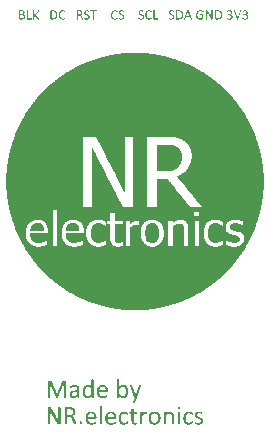
<source format=gto>
G04*
G04 #@! TF.GenerationSoftware,Altium Limited,Altium Designer,20.1.10 (176)*
G04*
G04 Layer_Color=65535*
%FSLAX25Y25*%
%MOIN*%
G70*
G04*
G04 #@! TF.SameCoordinates,6CBB9ED5-C892-48F8-8F6F-D4B66391D099*
G04*
G04*
G04 #@! TF.FilePolarity,Positive*
G04*
G01*
G75*
G36*
X-52007Y124739D02*
X-50261D01*
Y124580D01*
X-48991D01*
Y124421D01*
X-47880D01*
Y124262D01*
X-47086D01*
Y124104D01*
X-46133D01*
Y123945D01*
X-45498D01*
Y123786D01*
X-44704D01*
Y123627D01*
X-44069D01*
Y123469D01*
X-43593D01*
Y123310D01*
X-42958D01*
Y123151D01*
X-42482D01*
Y122993D01*
X-41847D01*
Y122834D01*
X-41370D01*
Y122675D01*
X-40894D01*
Y122516D01*
X-40418D01*
Y122357D01*
X-40100D01*
Y122199D01*
X-39624D01*
Y122040D01*
X-39148D01*
Y121881D01*
X-38830D01*
Y121722D01*
X-38513D01*
Y121564D01*
X-38037D01*
Y121405D01*
X-37719D01*
Y121246D01*
X-37243D01*
Y121087D01*
X-36925D01*
Y120929D01*
X-36608D01*
Y120770D01*
X-36290D01*
Y120611D01*
X-35973D01*
Y120452D01*
X-35655D01*
Y120294D01*
X-35338D01*
Y120135D01*
X-35020D01*
Y119976D01*
X-34703D01*
Y119817D01*
X-34385D01*
Y119659D01*
X-34068D01*
Y119500D01*
X-33909D01*
Y119341D01*
X-33591D01*
Y119182D01*
X-33274D01*
Y119024D01*
X-32956D01*
Y118865D01*
X-32798D01*
Y118706D01*
X-32480D01*
Y118547D01*
X-32162D01*
Y118388D01*
X-32004D01*
Y118230D01*
X-31686D01*
Y118071D01*
X-31528D01*
Y117912D01*
X-31210D01*
Y117753D01*
X-31051D01*
Y117595D01*
X-30734D01*
Y117436D01*
X-30575D01*
Y117277D01*
X-30257D01*
Y117118D01*
X-30099D01*
Y116960D01*
X-29940D01*
Y116801D01*
X-29622D01*
Y116642D01*
X-29464D01*
Y116483D01*
X-29146D01*
Y116325D01*
X-28987D01*
Y116166D01*
X-28829D01*
Y116007D01*
X-28511D01*
Y115848D01*
X-28352D01*
Y115690D01*
X-28194D01*
Y115531D01*
X-28035D01*
Y115372D01*
X-27717D01*
Y115213D01*
X-27558D01*
Y115055D01*
X-27400D01*
Y114896D01*
X-27241D01*
Y114737D01*
X-27082D01*
Y114578D01*
X-26765D01*
Y114419D01*
X-26606D01*
Y114261D01*
X-26447D01*
Y114102D01*
X-26289D01*
Y113943D01*
X-26130D01*
Y113785D01*
X-25971D01*
Y113626D01*
X-25812D01*
Y113467D01*
X-25653D01*
Y113308D01*
X-25495D01*
Y113149D01*
X-25336D01*
Y112991D01*
X-25177D01*
Y112832D01*
X-24860D01*
Y112673D01*
X-24701D01*
Y112514D01*
X-24542D01*
Y112356D01*
X-24383D01*
Y112197D01*
X-24225D01*
Y112038D01*
X-24066D01*
Y111879D01*
Y111721D01*
X-23907D01*
Y111562D01*
X-23748D01*
Y111403D01*
X-23590D01*
Y111244D01*
X-23431D01*
Y111086D01*
X-23272D01*
Y110927D01*
X-23113D01*
Y110768D01*
X-22954D01*
Y110609D01*
X-22796D01*
Y110450D01*
X-22637D01*
Y110292D01*
X-22478D01*
Y110133D01*
X-22320D01*
Y109974D01*
Y109816D01*
X-22161D01*
Y109657D01*
X-22002D01*
Y109498D01*
X-21843D01*
Y109339D01*
X-21685D01*
Y109180D01*
X-21526D01*
Y109022D01*
Y108863D01*
X-21367D01*
Y108704D01*
X-21208D01*
Y108545D01*
X-21049D01*
Y108387D01*
X-20891D01*
Y108228D01*
Y108069D01*
X-20732D01*
Y107910D01*
X-20573D01*
Y107752D01*
X-20414D01*
Y107593D01*
Y107434D01*
X-20256D01*
Y107275D01*
X-20097D01*
Y107117D01*
Y106958D01*
X-19938D01*
Y106799D01*
X-19779D01*
Y106640D01*
X-19621D01*
Y106482D01*
Y106323D01*
X-19462D01*
Y106164D01*
X-19303D01*
Y106005D01*
Y105847D01*
X-19144D01*
Y105688D01*
X-18986D01*
Y105529D01*
Y105370D01*
X-18827D01*
Y105211D01*
X-18668D01*
Y105053D01*
Y104894D01*
X-18509D01*
Y104735D01*
X-18351D01*
Y104577D01*
Y104418D01*
X-18192D01*
Y104259D01*
Y104100D01*
X-18033D01*
Y103942D01*
X-17874D01*
Y103783D01*
Y103624D01*
X-17716D01*
Y103465D01*
Y103306D01*
X-17557D01*
Y103148D01*
Y102989D01*
X-17398D01*
Y102830D01*
X-17239D01*
Y102671D01*
Y102513D01*
X-17081D01*
Y102354D01*
Y102195D01*
X-16922D01*
Y102036D01*
Y101878D01*
X-16763D01*
Y101719D01*
Y101560D01*
X-16604D01*
Y101401D01*
Y101243D01*
X-16445D01*
Y101084D01*
Y100925D01*
X-16287D01*
Y100766D01*
Y100608D01*
X-16128D01*
Y100449D01*
Y100290D01*
X-15969D01*
Y100131D01*
Y99972D01*
X-15810D01*
Y99814D01*
Y99655D01*
X-15652D01*
Y99496D01*
Y99338D01*
Y99179D01*
X-15493D01*
Y99020D01*
Y98861D01*
X-15334D01*
Y98702D01*
Y98544D01*
Y98385D01*
X-15175D01*
Y98226D01*
Y98067D01*
X-15017D01*
Y97909D01*
Y97750D01*
Y97591D01*
X-14858D01*
Y97432D01*
Y97274D01*
X-14699D01*
Y97115D01*
Y96956D01*
Y96797D01*
X-14540D01*
Y96639D01*
Y96480D01*
X-14382D01*
Y96321D01*
Y96162D01*
Y96004D01*
X-14223D01*
Y95845D01*
Y95686D01*
Y95527D01*
X-14064D01*
Y95368D01*
Y95210D01*
Y95051D01*
X-13905D01*
Y94892D01*
Y94734D01*
Y94575D01*
Y94416D01*
X-13747D01*
Y94257D01*
Y94099D01*
Y93940D01*
X-13588D01*
Y93781D01*
Y93622D01*
Y93463D01*
Y93305D01*
X-13429D01*
Y93146D01*
Y92987D01*
Y92828D01*
X-13270D01*
Y92670D01*
Y92511D01*
Y92352D01*
Y92193D01*
X-13112D01*
Y92035D01*
Y91876D01*
Y91717D01*
Y91558D01*
Y91400D01*
X-12953D01*
Y91241D01*
Y91082D01*
Y90923D01*
Y90764D01*
Y90606D01*
X-12794D01*
Y90447D01*
Y90288D01*
Y90130D01*
Y89971D01*
Y89812D01*
X-12635D01*
Y89653D01*
Y89495D01*
Y89336D01*
Y89177D01*
Y89018D01*
X-12477D01*
Y88859D01*
Y88701D01*
Y88542D01*
Y88383D01*
Y88224D01*
Y88066D01*
Y87907D01*
X-12318D01*
Y87748D01*
Y87589D01*
Y87431D01*
Y87272D01*
Y87113D01*
Y86954D01*
Y86796D01*
Y86637D01*
X-12159D01*
Y86478D01*
Y86319D01*
Y86160D01*
Y86002D01*
Y85843D01*
Y85684D01*
Y85526D01*
Y85367D01*
Y85208D01*
Y85049D01*
Y84891D01*
X-12000D01*
Y84732D01*
Y84573D01*
Y84414D01*
Y84255D01*
Y84097D01*
Y83938D01*
Y83779D01*
Y83620D01*
Y83462D01*
Y83303D01*
Y83144D01*
Y82985D01*
Y82827D01*
Y82668D01*
Y82509D01*
Y82350D01*
Y82192D01*
Y82033D01*
Y81874D01*
Y81715D01*
Y81556D01*
Y81398D01*
Y81239D01*
Y81080D01*
Y80922D01*
Y80763D01*
Y80604D01*
Y80445D01*
Y80287D01*
Y80128D01*
Y79969D01*
Y79810D01*
Y79651D01*
Y79493D01*
Y79334D01*
Y79175D01*
X-12159D01*
Y79016D01*
Y78858D01*
Y78699D01*
Y78540D01*
Y78381D01*
Y78223D01*
Y78064D01*
Y77905D01*
Y77746D01*
Y77588D01*
Y77429D01*
X-12318D01*
Y77270D01*
Y77111D01*
Y76953D01*
Y76794D01*
Y76635D01*
Y76476D01*
Y76318D01*
Y76159D01*
X-12477D01*
Y76000D01*
Y75841D01*
Y75682D01*
Y75524D01*
Y75365D01*
Y75206D01*
Y75047D01*
X-12635D01*
Y74889D01*
Y74730D01*
Y74571D01*
Y74412D01*
Y74254D01*
X-12794D01*
Y74095D01*
Y73936D01*
Y73777D01*
Y73619D01*
Y73460D01*
X-12953D01*
Y73301D01*
Y73142D01*
Y72984D01*
Y72825D01*
Y72666D01*
X-13112D01*
Y72507D01*
Y72349D01*
Y72190D01*
Y72031D01*
Y71872D01*
X-13270D01*
Y71714D01*
Y71555D01*
Y71396D01*
Y71237D01*
X-13429D01*
Y71078D01*
Y70920D01*
Y70761D01*
X-13588D01*
Y70602D01*
Y70443D01*
Y70285D01*
Y70126D01*
X-13747D01*
Y69967D01*
Y69808D01*
Y69650D01*
X-13905D01*
Y69491D01*
Y69332D01*
Y69173D01*
Y69015D01*
X-14064D01*
Y68856D01*
Y68697D01*
Y68538D01*
X-14223D01*
Y68380D01*
Y68221D01*
Y68062D01*
X-14382D01*
Y67903D01*
Y67745D01*
Y67586D01*
X-14540D01*
Y67427D01*
Y67268D01*
X-14699D01*
Y67110D01*
Y66951D01*
Y66792D01*
X-14858D01*
Y66633D01*
Y66474D01*
X-15017D01*
Y66316D01*
Y66157D01*
Y65998D01*
X-15175D01*
Y65839D01*
Y65681D01*
X-15334D01*
Y65522D01*
Y65363D01*
Y65204D01*
X-15493D01*
Y65046D01*
Y64887D01*
X-15652D01*
Y64728D01*
Y64569D01*
Y64411D01*
X-15810D01*
Y64252D01*
Y64093D01*
X-15969D01*
Y63934D01*
Y63776D01*
X-16128D01*
Y63617D01*
Y63458D01*
X-16287D01*
Y63299D01*
Y63141D01*
X-16445D01*
Y62982D01*
Y62823D01*
X-16604D01*
Y62664D01*
Y62506D01*
X-16763D01*
Y62347D01*
Y62188D01*
X-16922D01*
Y62029D01*
Y61870D01*
X-17081D01*
Y61712D01*
Y61553D01*
X-17239D01*
Y61394D01*
Y61235D01*
X-17398D01*
Y61077D01*
X-17557D01*
Y60918D01*
Y60759D01*
X-17716D01*
Y60601D01*
Y60442D01*
X-17874D01*
Y60283D01*
Y60124D01*
X-18033D01*
Y59965D01*
X-18192D01*
Y59807D01*
Y59648D01*
X-18351D01*
Y59489D01*
Y59330D01*
X-18509D01*
Y59172D01*
X-18668D01*
Y59013D01*
Y58854D01*
X-18827D01*
Y58695D01*
X-18986D01*
Y58537D01*
Y58378D01*
X-19144D01*
Y58219D01*
X-19303D01*
Y58060D01*
Y57902D01*
X-19462D01*
Y57743D01*
X-19621D01*
Y57584D01*
Y57425D01*
X-19779D01*
Y57266D01*
X-19938D01*
Y57108D01*
X-20097D01*
Y56949D01*
Y56790D01*
X-20256D01*
Y56631D01*
X-20414D01*
Y56473D01*
Y56314D01*
X-20573D01*
Y56155D01*
X-20732D01*
Y55997D01*
X-20891D01*
Y55838D01*
X-21049D01*
Y55679D01*
Y55520D01*
X-21208D01*
Y55361D01*
X-21367D01*
Y55203D01*
X-21526D01*
Y55044D01*
Y54885D01*
X-21685D01*
Y54726D01*
X-21843D01*
Y54568D01*
X-22002D01*
Y54409D01*
X-22161D01*
Y54250D01*
X-22320D01*
Y54091D01*
Y53933D01*
X-22478D01*
Y53774D01*
X-22637D01*
Y53615D01*
X-22796D01*
Y53456D01*
X-22954D01*
Y53298D01*
X-23113D01*
Y53139D01*
X-23272D01*
Y52980D01*
X-23431D01*
Y52821D01*
X-23590D01*
Y52662D01*
X-23748D01*
Y52504D01*
X-23907D01*
Y52345D01*
X-24066D01*
Y52186D01*
Y52027D01*
X-24225D01*
Y51869D01*
X-24383D01*
Y51710D01*
X-24542D01*
Y51551D01*
X-24701D01*
Y51393D01*
X-24860D01*
Y51234D01*
X-25177D01*
Y51075D01*
X-25336D01*
Y50916D01*
X-25495D01*
Y50757D01*
X-25653D01*
Y50599D01*
X-25812D01*
Y50440D01*
X-25971D01*
Y50281D01*
X-26130D01*
Y50122D01*
X-26289D01*
Y49964D01*
X-26447D01*
Y49805D01*
X-26606D01*
Y49646D01*
X-26765D01*
Y49487D01*
X-27082D01*
Y49329D01*
X-27241D01*
Y49170D01*
X-27400D01*
Y49011D01*
X-27558D01*
Y48852D01*
X-27717D01*
Y48694D01*
X-28035D01*
Y48535D01*
X-28194D01*
Y48376D01*
X-28352D01*
Y48217D01*
X-28670D01*
Y48059D01*
X-28829D01*
Y47900D01*
X-28987D01*
Y47741D01*
X-29146D01*
Y47582D01*
X-29464D01*
Y47423D01*
X-29622D01*
Y47265D01*
X-29940D01*
Y47106D01*
X-30099D01*
Y46947D01*
X-30257D01*
Y46788D01*
X-30575D01*
Y46630D01*
X-30734D01*
Y46471D01*
X-31051D01*
Y46312D01*
X-31210D01*
Y46153D01*
X-31528D01*
Y45995D01*
X-31686D01*
Y45836D01*
X-32004D01*
Y45677D01*
X-32162D01*
Y45518D01*
X-32480D01*
Y45360D01*
X-32798D01*
Y45201D01*
X-32956D01*
Y45042D01*
X-33274D01*
Y44883D01*
X-33591D01*
Y44725D01*
X-33909D01*
Y44566D01*
X-34068D01*
Y44407D01*
X-34385D01*
Y44248D01*
X-34703D01*
Y44090D01*
X-35020D01*
Y43931D01*
X-35338D01*
Y43772D01*
X-35655D01*
Y43613D01*
X-35973D01*
Y43455D01*
X-36290D01*
Y43296D01*
X-36608D01*
Y43137D01*
X-36925D01*
Y42978D01*
X-37243D01*
Y42819D01*
X-37719D01*
Y42661D01*
X-38037D01*
Y42502D01*
X-38513D01*
Y42343D01*
X-38830D01*
Y42184D01*
X-39307D01*
Y42026D01*
X-39624D01*
Y41867D01*
X-40100D01*
Y41708D01*
X-40418D01*
Y41550D01*
X-40894D01*
Y41391D01*
X-41370D01*
Y41232D01*
X-41847D01*
Y41073D01*
X-42482D01*
Y40914D01*
X-42958D01*
Y40756D01*
X-43593D01*
Y40597D01*
X-44069D01*
Y40438D01*
X-44863D01*
Y40279D01*
X-45498D01*
Y40121D01*
X-46292D01*
Y39962D01*
X-47086D01*
Y39803D01*
X-47880D01*
Y39644D01*
X-48991D01*
Y39486D01*
X-50261D01*
Y39327D01*
X-52007D01*
Y39168D01*
X-57723D01*
Y39327D01*
X-59469D01*
Y39486D01*
X-60739D01*
Y39644D01*
X-61850D01*
Y39803D01*
X-62644D01*
Y39962D01*
X-63438D01*
Y40121D01*
X-64232D01*
Y40279D01*
X-64867D01*
Y40438D01*
X-65661D01*
Y40597D01*
X-66137D01*
Y40756D01*
X-66772D01*
Y40914D01*
X-67248D01*
Y41073D01*
X-67883D01*
Y41232D01*
X-68359D01*
Y41391D01*
X-68836D01*
Y41550D01*
X-69312D01*
Y41708D01*
X-69630D01*
Y41867D01*
X-70106D01*
Y42026D01*
X-70582D01*
Y42184D01*
X-70899D01*
Y42343D01*
X-71217D01*
Y42502D01*
X-71693D01*
Y42661D01*
X-72011D01*
Y42819D01*
X-72487D01*
Y42978D01*
X-72805D01*
Y43137D01*
X-73122D01*
Y43296D01*
X-73440D01*
Y43455D01*
X-73757D01*
Y43613D01*
X-74075D01*
Y43772D01*
X-74392D01*
Y43931D01*
X-74710D01*
Y44090D01*
X-75027D01*
Y44248D01*
X-75345D01*
Y44407D01*
X-75662D01*
Y44566D01*
X-75821D01*
Y44725D01*
X-76139D01*
Y44883D01*
X-76456D01*
Y45042D01*
X-76774D01*
Y45201D01*
X-76932D01*
Y45360D01*
X-77250D01*
Y45518D01*
X-77567D01*
Y45677D01*
X-77726D01*
Y45836D01*
X-78044D01*
Y45995D01*
X-78202D01*
Y46153D01*
X-78520D01*
Y46312D01*
X-78679D01*
Y46471D01*
X-78996D01*
Y46630D01*
X-79155D01*
Y46788D01*
X-79473D01*
Y46947D01*
X-79631D01*
Y47106D01*
X-79790D01*
Y47265D01*
X-80107D01*
Y47423D01*
X-80266D01*
Y47582D01*
X-80584D01*
Y47741D01*
X-80743D01*
Y47900D01*
X-80901D01*
Y48059D01*
X-81219D01*
Y48217D01*
X-81378D01*
Y48376D01*
X-81536D01*
Y48535D01*
X-81695D01*
Y48694D01*
X-82013D01*
Y48852D01*
X-82171D01*
Y49011D01*
X-82330D01*
Y49170D01*
X-82489D01*
Y49329D01*
X-82648D01*
Y49487D01*
X-82965D01*
Y49646D01*
X-83124D01*
Y49805D01*
X-83283D01*
Y49964D01*
X-83441D01*
Y50122D01*
X-83600D01*
Y50281D01*
X-83759D01*
Y50440D01*
X-83918D01*
Y50599D01*
X-84076D01*
Y50757D01*
X-84235D01*
Y50916D01*
X-84394D01*
Y51075D01*
X-84553D01*
Y51234D01*
X-84870D01*
Y51393D01*
X-85029D01*
Y51551D01*
X-85188D01*
Y51710D01*
X-85347D01*
Y51869D01*
X-85505D01*
Y52027D01*
X-85664D01*
Y52186D01*
Y52345D01*
X-85823D01*
Y52504D01*
X-85982D01*
Y52662D01*
X-86140D01*
Y52821D01*
X-86299D01*
Y52980D01*
X-86458D01*
Y53139D01*
X-86617D01*
Y53298D01*
X-86775D01*
Y53456D01*
X-86934D01*
Y53615D01*
X-87093D01*
Y53774D01*
X-87252D01*
Y53933D01*
X-87410D01*
Y54091D01*
Y54250D01*
X-87569D01*
Y54409D01*
X-87728D01*
Y54568D01*
X-87887D01*
Y54726D01*
X-88045D01*
Y54885D01*
X-88204D01*
Y55044D01*
Y55203D01*
X-88363D01*
Y55361D01*
X-88522D01*
Y55520D01*
X-88680D01*
Y55679D01*
X-88839D01*
Y55838D01*
Y55997D01*
X-88998D01*
Y56155D01*
X-89157D01*
Y56314D01*
X-89315D01*
Y56473D01*
Y56631D01*
X-89474D01*
Y56790D01*
X-89633D01*
Y56949D01*
Y57108D01*
X-89792D01*
Y57266D01*
X-89951D01*
Y57425D01*
X-90109D01*
Y57584D01*
Y57743D01*
X-90268D01*
Y57902D01*
X-90427D01*
Y58060D01*
Y58219D01*
X-90586D01*
Y58378D01*
X-90744D01*
Y58537D01*
Y58695D01*
X-90903D01*
Y58854D01*
X-91062D01*
Y59013D01*
Y59172D01*
X-91221D01*
Y59330D01*
X-91379D01*
Y59489D01*
Y59648D01*
X-91538D01*
Y59807D01*
Y59965D01*
X-91697D01*
Y60124D01*
X-91856D01*
Y60283D01*
Y60442D01*
X-92014D01*
Y60601D01*
Y60759D01*
X-92173D01*
Y60918D01*
Y61077D01*
X-92332D01*
Y61235D01*
X-92491D01*
Y61394D01*
Y61553D01*
X-92649D01*
Y61712D01*
Y61870D01*
X-92808D01*
Y62029D01*
Y62188D01*
X-92967D01*
Y62347D01*
Y62506D01*
X-93126D01*
Y62664D01*
Y62823D01*
X-93284D01*
Y62982D01*
Y63141D01*
X-93443D01*
Y63299D01*
Y63458D01*
X-93602D01*
Y63617D01*
Y63776D01*
X-93761D01*
Y63934D01*
Y64093D01*
X-93919D01*
Y64252D01*
Y64411D01*
Y64569D01*
X-94078D01*
Y64728D01*
Y64887D01*
X-94237D01*
Y65046D01*
Y65204D01*
X-94396D01*
Y65363D01*
Y65522D01*
Y65681D01*
X-94555D01*
Y65839D01*
Y65998D01*
X-94713D01*
Y66157D01*
Y66316D01*
Y66474D01*
X-94872D01*
Y66633D01*
Y66792D01*
X-95031D01*
Y66951D01*
Y67110D01*
Y67268D01*
X-95190D01*
Y67427D01*
Y67586D01*
X-95348D01*
Y67745D01*
Y67903D01*
Y68062D01*
X-95507D01*
Y68221D01*
Y68380D01*
Y68538D01*
X-95666D01*
Y68697D01*
Y68856D01*
Y69015D01*
X-95825D01*
Y69173D01*
Y69332D01*
Y69491D01*
Y69650D01*
X-95983D01*
Y69808D01*
Y69967D01*
Y70126D01*
X-96142D01*
Y70285D01*
Y70443D01*
Y70602D01*
Y70761D01*
X-96301D01*
Y70920D01*
Y71078D01*
Y71237D01*
X-96460D01*
Y71396D01*
Y71555D01*
Y71714D01*
Y71872D01*
X-96618D01*
Y72031D01*
Y72190D01*
Y72349D01*
Y72507D01*
Y72666D01*
X-96777D01*
Y72825D01*
Y72984D01*
Y73142D01*
Y73301D01*
X-96936D01*
Y73460D01*
Y73619D01*
Y73777D01*
Y73936D01*
Y74095D01*
Y74254D01*
X-97095D01*
Y74412D01*
Y74571D01*
Y74730D01*
Y74889D01*
Y75047D01*
X-97253D01*
Y75206D01*
Y75365D01*
Y75524D01*
Y75682D01*
Y75841D01*
Y76000D01*
Y76159D01*
X-97412D01*
Y76318D01*
Y76476D01*
Y76635D01*
Y76794D01*
Y76953D01*
Y77111D01*
Y77270D01*
Y77429D01*
X-97571D01*
Y77588D01*
Y77746D01*
Y77905D01*
Y78064D01*
Y78223D01*
Y78381D01*
Y78540D01*
Y78699D01*
Y78858D01*
Y79016D01*
Y79175D01*
X-97730D01*
Y79334D01*
Y79493D01*
Y79651D01*
Y79810D01*
Y79969D01*
Y80128D01*
Y80287D01*
Y80445D01*
Y80604D01*
Y80763D01*
Y80922D01*
Y81080D01*
Y81239D01*
Y81398D01*
Y81556D01*
Y81715D01*
Y81874D01*
Y82033D01*
Y82192D01*
Y82350D01*
Y82509D01*
Y82668D01*
Y82827D01*
Y82985D01*
Y83144D01*
Y83303D01*
Y83462D01*
Y83620D01*
Y83779D01*
Y83938D01*
Y84097D01*
Y84255D01*
Y84414D01*
Y84573D01*
Y84732D01*
Y84891D01*
X-97571D01*
Y85049D01*
Y85208D01*
Y85367D01*
Y85526D01*
Y85684D01*
Y85843D01*
Y86002D01*
Y86160D01*
Y86319D01*
Y86478D01*
Y86637D01*
X-97412D01*
Y86796D01*
Y86954D01*
Y87113D01*
Y87272D01*
Y87431D01*
Y87589D01*
Y87748D01*
Y87907D01*
X-97253D01*
Y88066D01*
Y88224D01*
Y88383D01*
Y88542D01*
Y88701D01*
Y88859D01*
Y89018D01*
X-97095D01*
Y89177D01*
Y89336D01*
Y89495D01*
Y89653D01*
Y89812D01*
X-96936D01*
Y89971D01*
Y90130D01*
Y90288D01*
Y90447D01*
Y90606D01*
Y90764D01*
X-96777D01*
Y90923D01*
Y91082D01*
Y91241D01*
Y91400D01*
X-96618D01*
Y91558D01*
Y91717D01*
Y91876D01*
Y92035D01*
Y92193D01*
X-96460D01*
Y92352D01*
Y92511D01*
Y92670D01*
Y92828D01*
X-96301D01*
Y92987D01*
Y93146D01*
Y93305D01*
X-96142D01*
Y93463D01*
Y93622D01*
Y93781D01*
Y93940D01*
X-95983D01*
Y94099D01*
Y94257D01*
Y94416D01*
X-95825D01*
Y94575D01*
Y94734D01*
Y94892D01*
Y95051D01*
X-95666D01*
Y95210D01*
Y95368D01*
Y95527D01*
X-95507D01*
Y95686D01*
Y95845D01*
Y96004D01*
X-95348D01*
Y96162D01*
Y96321D01*
Y96480D01*
X-95190D01*
Y96639D01*
Y96797D01*
X-95031D01*
Y96956D01*
Y97115D01*
Y97274D01*
X-94872D01*
Y97432D01*
Y97591D01*
X-94713D01*
Y97750D01*
Y97909D01*
Y98067D01*
X-94555D01*
Y98226D01*
Y98385D01*
X-94396D01*
Y98544D01*
Y98702D01*
Y98861D01*
X-94237D01*
Y99020D01*
Y99179D01*
X-94078D01*
Y99338D01*
Y99496D01*
X-93919D01*
Y99655D01*
Y99814D01*
Y99972D01*
X-93761D01*
Y100131D01*
Y100290D01*
X-93602D01*
Y100449D01*
Y100608D01*
X-93443D01*
Y100766D01*
Y100925D01*
X-93284D01*
Y101084D01*
Y101243D01*
X-93126D01*
Y101401D01*
Y101560D01*
X-92967D01*
Y101719D01*
Y101878D01*
X-92808D01*
Y102036D01*
Y102195D01*
X-92649D01*
Y102354D01*
Y102513D01*
X-92491D01*
Y102671D01*
Y102830D01*
X-92332D01*
Y102989D01*
X-92173D01*
Y103148D01*
Y103306D01*
X-92014D01*
Y103465D01*
Y103624D01*
X-91856D01*
Y103783D01*
Y103942D01*
X-91697D01*
Y104100D01*
X-91538D01*
Y104259D01*
Y104418D01*
X-91379D01*
Y104577D01*
Y104735D01*
X-91221D01*
Y104894D01*
X-91062D01*
Y105053D01*
Y105211D01*
X-90903D01*
Y105370D01*
X-90744D01*
Y105529D01*
Y105688D01*
X-90586D01*
Y105847D01*
X-90427D01*
Y106005D01*
Y106164D01*
X-90268D01*
Y106323D01*
X-90109D01*
Y106482D01*
Y106640D01*
X-89951D01*
Y106799D01*
X-89792D01*
Y106958D01*
X-89633D01*
Y107117D01*
Y107275D01*
X-89474D01*
Y107434D01*
X-89315D01*
Y107593D01*
Y107752D01*
X-89157D01*
Y107910D01*
X-88998D01*
Y108069D01*
X-88839D01*
Y108228D01*
Y108387D01*
X-88680D01*
Y108545D01*
X-88522D01*
Y108704D01*
X-88363D01*
Y108863D01*
X-88204D01*
Y109022D01*
Y109180D01*
X-88045D01*
Y109339D01*
X-87887D01*
Y109498D01*
X-87728D01*
Y109657D01*
X-87569D01*
Y109816D01*
X-87410D01*
Y109974D01*
Y110133D01*
X-87252D01*
Y110292D01*
X-87093D01*
Y110450D01*
X-86934D01*
Y110609D01*
X-86775D01*
Y110768D01*
X-86617D01*
Y110927D01*
X-86458D01*
Y111086D01*
X-86299D01*
Y111244D01*
X-86140D01*
Y111403D01*
X-85982D01*
Y111562D01*
X-85823D01*
Y111721D01*
X-85664D01*
Y111879D01*
Y112038D01*
X-85505D01*
Y112197D01*
X-85347D01*
Y112356D01*
X-85188D01*
Y112514D01*
X-85029D01*
Y112673D01*
X-84870D01*
Y112832D01*
X-84553D01*
Y112991D01*
X-84394D01*
Y113149D01*
X-84235D01*
Y113308D01*
X-84076D01*
Y113467D01*
X-83918D01*
Y113626D01*
X-83759D01*
Y113785D01*
X-83600D01*
Y113943D01*
X-83441D01*
Y114102D01*
X-83283D01*
Y114261D01*
X-83124D01*
Y114419D01*
X-82965D01*
Y114578D01*
X-82648D01*
Y114737D01*
X-82489D01*
Y114896D01*
X-82330D01*
Y115055D01*
X-82171D01*
Y115213D01*
X-82013D01*
Y115372D01*
X-81695D01*
Y115531D01*
X-81536D01*
Y115690D01*
X-81378D01*
Y115848D01*
X-81219D01*
Y116007D01*
X-80901D01*
Y116166D01*
X-80743D01*
Y116325D01*
X-80584D01*
Y116483D01*
X-80266D01*
Y116642D01*
X-80107D01*
Y116801D01*
X-79790D01*
Y116960D01*
X-79631D01*
Y117118D01*
X-79473D01*
Y117277D01*
X-79155D01*
Y117436D01*
X-78996D01*
Y117595D01*
X-78679D01*
Y117753D01*
X-78520D01*
Y117912D01*
X-78202D01*
Y118071D01*
X-78044D01*
Y118230D01*
X-77726D01*
Y118388D01*
X-77567D01*
Y118547D01*
X-77250D01*
Y118706D01*
X-76932D01*
Y118865D01*
X-76774D01*
Y119024D01*
X-76456D01*
Y119182D01*
X-76139D01*
Y119341D01*
X-75821D01*
Y119500D01*
X-75662D01*
Y119659D01*
X-75345D01*
Y119817D01*
X-75027D01*
Y119976D01*
X-74710D01*
Y120135D01*
X-74392D01*
Y120294D01*
X-74075D01*
Y120452D01*
X-73757D01*
Y120611D01*
X-73440D01*
Y120770D01*
X-73122D01*
Y120929D01*
X-72805D01*
Y121087D01*
X-72487D01*
Y121246D01*
X-72011D01*
Y121405D01*
X-71693D01*
Y121564D01*
X-71217D01*
Y121722D01*
X-70899D01*
Y121881D01*
X-70423D01*
Y122040D01*
X-70106D01*
Y122199D01*
X-69630D01*
Y122357D01*
X-69312D01*
Y122516D01*
X-68836D01*
Y122675D01*
X-68359D01*
Y122834D01*
X-67883D01*
Y122993D01*
X-67248D01*
Y123151D01*
X-66772D01*
Y123310D01*
X-66137D01*
Y123469D01*
X-65661D01*
Y123627D01*
X-64867D01*
Y123786D01*
X-64232D01*
Y123945D01*
X-63597D01*
Y124104D01*
X-62644D01*
Y124262D01*
X-61850D01*
Y124421D01*
X-60739D01*
Y124580D01*
X-59469D01*
Y124739D01*
X-57723D01*
Y124898D01*
X-52007D01*
Y124739D01*
D02*
G37*
G36*
X-68909Y16074D02*
X-68853Y16063D01*
X-68843D01*
X-68812Y16058D01*
X-68777Y16048D01*
X-68741Y16038D01*
X-68736Y16033D01*
X-68715Y16028D01*
X-68700Y16012D01*
X-68680Y15992D01*
X-68674Y15987D01*
X-68669Y15977D01*
X-68664Y15956D01*
X-68659Y15936D01*
Y10066D01*
Y10061D01*
Y10045D01*
X-68669Y10025D01*
X-68680Y10005D01*
X-68685Y10000D01*
X-68690Y9989D01*
X-68705Y9979D01*
X-68731Y9964D01*
X-68736D01*
X-68756Y9959D01*
X-68787Y9954D01*
X-68827Y9943D01*
X-68838D01*
X-68868Y9938D01*
X-68919Y9933D01*
X-69032D01*
X-69082Y9938D01*
X-69134Y9943D01*
X-69144D01*
X-69169Y9949D01*
X-69200Y9959D01*
X-69235Y9964D01*
X-69241Y9969D01*
X-69256Y9974D01*
X-69276Y9989D01*
X-69292Y10005D01*
Y10010D01*
X-69297Y10020D01*
X-69302Y10040D01*
X-69307Y10066D01*
Y10591D01*
X-69312Y10586D01*
X-69322Y10576D01*
X-69337Y10560D01*
X-69363Y10535D01*
X-69389Y10509D01*
X-69424Y10474D01*
X-69506Y10397D01*
X-69603Y10316D01*
X-69715Y10229D01*
X-69832Y10142D01*
X-69960Y10066D01*
X-69965D01*
X-69975Y10056D01*
X-69995Y10051D01*
X-70016Y10035D01*
X-70051Y10020D01*
X-70087Y10005D01*
X-70128Y9989D01*
X-70179Y9974D01*
X-70286Y9938D01*
X-70414Y9908D01*
X-70546Y9887D01*
X-70694Y9877D01*
X-70735D01*
X-70766Y9882D01*
X-70806D01*
X-70847Y9887D01*
X-70898Y9892D01*
X-70954Y9898D01*
X-71071Y9918D01*
X-71194Y9949D01*
X-71321Y9989D01*
X-71444Y10045D01*
X-71449D01*
X-71459Y10056D01*
X-71474Y10061D01*
X-71495Y10076D01*
X-71551Y10112D01*
X-71622Y10168D01*
X-71699Y10229D01*
X-71785Y10311D01*
X-71867Y10397D01*
X-71944Y10499D01*
Y10504D01*
X-71954Y10515D01*
X-71959Y10530D01*
X-71974Y10550D01*
X-71990Y10581D01*
X-72010Y10611D01*
X-72025Y10652D01*
X-72051Y10693D01*
X-72092Y10795D01*
X-72137Y10907D01*
X-72183Y11035D01*
X-72219Y11178D01*
Y11183D01*
X-72224Y11198D01*
X-72229Y11218D01*
X-72234Y11244D01*
X-72239Y11280D01*
X-72245Y11326D01*
X-72255Y11371D01*
X-72260Y11428D01*
X-72280Y11550D01*
X-72290Y11693D01*
X-72301Y11846D01*
X-72306Y12004D01*
Y12009D01*
Y12024D01*
Y12055D01*
Y12090D01*
X-72301Y12136D01*
Y12187D01*
X-72295Y12244D01*
X-72290Y12310D01*
X-72280Y12453D01*
X-72260Y12606D01*
X-72234Y12764D01*
X-72199Y12922D01*
Y12927D01*
X-72193Y12942D01*
X-72188Y12963D01*
X-72178Y12993D01*
X-72168Y13029D01*
X-72153Y13070D01*
X-72117Y13167D01*
X-72071Y13274D01*
X-72015Y13391D01*
X-71949Y13513D01*
X-71872Y13626D01*
X-71867Y13631D01*
X-71862Y13641D01*
X-71852Y13651D01*
X-71831Y13671D01*
X-71785Y13728D01*
X-71724Y13789D01*
X-71648Y13865D01*
X-71556Y13937D01*
X-71454Y14008D01*
X-71337Y14074D01*
X-71332D01*
X-71321Y14080D01*
X-71306Y14090D01*
X-71281Y14100D01*
X-71250Y14110D01*
X-71214Y14125D01*
X-71168Y14141D01*
X-71122Y14156D01*
X-71015Y14182D01*
X-70888Y14207D01*
X-70750Y14227D01*
X-70597Y14232D01*
X-70536D01*
X-70505Y14227D01*
X-70470Y14222D01*
X-70388Y14212D01*
X-70291Y14197D01*
X-70184Y14166D01*
X-70072Y14130D01*
X-69965Y14080D01*
X-69960D01*
X-69950Y14074D01*
X-69934Y14064D01*
X-69914Y14049D01*
X-69858Y14013D01*
X-69781Y13967D01*
X-69695Y13901D01*
X-69598Y13825D01*
X-69496Y13733D01*
X-69389Y13631D01*
Y15936D01*
Y15941D01*
Y15956D01*
X-69383Y15972D01*
X-69373Y15992D01*
X-69368Y15997D01*
X-69358Y16007D01*
X-69343Y16023D01*
X-69317Y16038D01*
X-69307Y16043D01*
X-69287Y16048D01*
X-69251Y16053D01*
X-69205Y16063D01*
X-69200D01*
X-69195Y16069D01*
X-69179D01*
X-69159Y16074D01*
X-69103Y16079D01*
X-68965D01*
X-68909Y16074D01*
D02*
G37*
G36*
X-78053Y15650D02*
X-78008Y15640D01*
X-78002D01*
X-77997Y15635D01*
X-77972Y15625D01*
X-77936Y15604D01*
X-77905Y15574D01*
X-77895Y15569D01*
X-77880Y15543D01*
X-77855Y15513D01*
X-77834Y15467D01*
Y15462D01*
X-77829Y15457D01*
X-77819Y15426D01*
X-77809Y15375D01*
X-77803Y15314D01*
Y10071D01*
Y10066D01*
Y10051D01*
X-77814Y10030D01*
X-77824Y10010D01*
X-77829Y10005D01*
X-77839Y9994D01*
X-77860Y9984D01*
X-77890Y9969D01*
X-77895D01*
X-77921Y9964D01*
X-77956Y9959D01*
X-78002Y9949D01*
X-78013D01*
X-78033Y9943D01*
X-78053D01*
X-78079Y9938D01*
X-78110D01*
X-78186Y9933D01*
X-78247D01*
X-78308Y9938D01*
X-78370Y9949D01*
X-78380D01*
X-78410Y9954D01*
X-78451Y9964D01*
X-78487Y9969D01*
X-78492Y9974D01*
X-78507Y9979D01*
X-78528Y9994D01*
X-78548Y10010D01*
Y10015D01*
X-78553Y10025D01*
X-78558Y10045D01*
X-78563Y10071D01*
Y15038D01*
X-78574D01*
X-80583Y10051D01*
Y10045D01*
X-80593Y10030D01*
X-80603Y10015D01*
X-80619Y9994D01*
X-80624Y9989D01*
X-80639Y9984D01*
X-80660Y9969D01*
X-80690Y9959D01*
X-80700D01*
X-80721Y9954D01*
X-80756Y9949D01*
X-80802Y9943D01*
X-80813D01*
X-80843Y9938D01*
X-80889Y9933D01*
X-81006D01*
X-81057Y9938D01*
X-81108Y9943D01*
X-81119D01*
X-81149Y9949D01*
X-81185Y9959D01*
X-81221Y9964D01*
X-81226Y9969D01*
X-81246Y9974D01*
X-81266Y9984D01*
X-81287Y10000D01*
X-81292Y10005D01*
X-81302Y10015D01*
X-81312Y10030D01*
X-81322Y10051D01*
X-83240Y15038D01*
Y10071D01*
Y10066D01*
Y10051D01*
X-83250Y10030D01*
X-83261Y10010D01*
X-83266Y10005D01*
X-83276Y9994D01*
X-83296Y9984D01*
X-83327Y9969D01*
X-83332D01*
X-83357Y9964D01*
X-83393Y9959D01*
X-83444Y9949D01*
X-83454D01*
X-83475Y9943D01*
X-83495D01*
X-83521Y9938D01*
X-83551D01*
X-83628Y9933D01*
X-83694D01*
X-83750Y9938D01*
X-83811Y9949D01*
X-83821D01*
X-83852Y9954D01*
X-83893Y9964D01*
X-83929Y9969D01*
X-83934Y9974D01*
X-83949Y9979D01*
X-83969Y9994D01*
X-83985Y10010D01*
Y10015D01*
X-83990Y10025D01*
X-83995Y10045D01*
X-84000Y10071D01*
Y15314D01*
Y15324D01*
Y15344D01*
X-83995Y15375D01*
X-83990Y15416D01*
X-83974Y15462D01*
X-83959Y15502D01*
X-83934Y15543D01*
X-83903Y15579D01*
X-83898Y15584D01*
X-83888Y15594D01*
X-83867Y15604D01*
X-83837Y15620D01*
X-83806Y15635D01*
X-83771Y15650D01*
X-83730Y15655D01*
X-83684Y15661D01*
X-83169D01*
X-83133Y15655D01*
X-83051Y15650D01*
X-82970Y15630D01*
X-82965D01*
X-82949Y15625D01*
X-82929Y15620D01*
X-82903Y15609D01*
X-82842Y15584D01*
X-82781Y15548D01*
X-82776D01*
X-82766Y15538D01*
X-82735Y15507D01*
X-82689Y15462D01*
X-82648Y15400D01*
X-82643Y15395D01*
X-82638Y15385D01*
X-82628Y15365D01*
X-82613Y15344D01*
X-82598Y15314D01*
X-82582Y15278D01*
X-82552Y15196D01*
X-80925Y11065D01*
X-80904D01*
X-79211Y15181D01*
Y15186D01*
X-79201Y15202D01*
X-79191Y15227D01*
X-79181Y15258D01*
X-79145Y15334D01*
X-79104Y15405D01*
X-79099Y15411D01*
X-79094Y15421D01*
X-79079Y15436D01*
X-79063Y15457D01*
X-79022Y15507D01*
X-78977Y15553D01*
X-78971Y15559D01*
X-78966Y15564D01*
X-78951Y15574D01*
X-78931Y15584D01*
X-78880Y15609D01*
X-78818Y15635D01*
X-78813D01*
X-78803Y15640D01*
X-78783Y15645D01*
X-78762Y15650D01*
X-78732D01*
X-78696Y15655D01*
X-78619Y15661D01*
X-78094D01*
X-78053Y15650D01*
D02*
G37*
G36*
X-53017Y14166D02*
X-52956Y14156D01*
X-52941D01*
X-52910Y14146D01*
X-52875Y14136D01*
X-52839Y14115D01*
X-52834Y14110D01*
X-52819Y14095D01*
X-52803Y14064D01*
X-52798Y14029D01*
Y14018D01*
X-52803Y13993D01*
X-52808Y13952D01*
X-52824Y13901D01*
X-54247Y9959D01*
X-54777Y8505D01*
Y8500D01*
X-54782Y8495D01*
X-54803Y8464D01*
X-54823Y8449D01*
X-54843Y8429D01*
X-54874Y8413D01*
X-54910Y8398D01*
X-54915D01*
X-54930Y8393D01*
X-54956Y8388D01*
X-54991Y8378D01*
X-55037Y8373D01*
X-55093Y8362D01*
X-55165Y8357D01*
X-55307D01*
X-55364Y8362D01*
X-55425Y8373D01*
X-55435D01*
X-55466Y8383D01*
X-55501Y8393D01*
X-55532Y8408D01*
X-55537Y8413D01*
X-55552Y8429D01*
X-55562Y8449D01*
X-55573Y8480D01*
Y8485D01*
Y8510D01*
X-55568Y8541D01*
X-55552Y8582D01*
X-55006Y9959D01*
X-55012Y9964D01*
X-55032Y9974D01*
X-55058Y9989D01*
X-55083Y10015D01*
X-55088Y10020D01*
X-55098Y10040D01*
X-55114Y10066D01*
X-55129Y10096D01*
X-56542Y13886D01*
Y13891D01*
X-56547Y13901D01*
X-56552Y13916D01*
X-56557Y13937D01*
X-56572Y13983D01*
X-56577Y14029D01*
Y14034D01*
Y14039D01*
X-56572Y14059D01*
X-56562Y14090D01*
X-56542Y14115D01*
X-56537Y14120D01*
X-56516Y14130D01*
X-56480Y14146D01*
X-56429Y14156D01*
X-56424D01*
X-56414Y14161D01*
X-56399D01*
X-56373Y14166D01*
X-56343D01*
X-56302Y14171D01*
X-56139D01*
X-56072Y14166D01*
X-56042D01*
X-56011Y14161D01*
X-55996D01*
X-55965Y14156D01*
X-55930Y14151D01*
X-55894Y14136D01*
X-55884Y14130D01*
X-55868Y14125D01*
X-55848Y14110D01*
X-55828Y14085D01*
X-55822Y14080D01*
X-55812Y14064D01*
X-55802Y14034D01*
X-55787Y13998D01*
X-54655Y10815D01*
X-54639D01*
X-53548Y14013D01*
Y14018D01*
X-53543Y14029D01*
X-53533Y14059D01*
X-53512Y14095D01*
X-53497Y14110D01*
X-53487Y14120D01*
X-53477Y14125D01*
X-53456Y14136D01*
X-53420Y14146D01*
X-53374Y14156D01*
X-53369D01*
X-53359Y14161D01*
X-53344D01*
X-53318Y14166D01*
X-53288D01*
X-53247Y14171D01*
X-53084D01*
X-53017Y14166D01*
D02*
G37*
G36*
X-74851Y14227D02*
X-74805D01*
X-74759Y14222D01*
X-74708D01*
X-74590Y14207D01*
X-74473Y14192D01*
X-74351Y14166D01*
X-74234Y14136D01*
X-74228D01*
X-74218Y14130D01*
X-74203Y14125D01*
X-74182Y14115D01*
X-74126Y14095D01*
X-74060Y14064D01*
X-73984Y14023D01*
X-73902Y13972D01*
X-73820Y13916D01*
X-73749Y13850D01*
X-73739Y13840D01*
X-73718Y13814D01*
X-73683Y13773D01*
X-73642Y13723D01*
X-73601Y13651D01*
X-73555Y13575D01*
X-73514Y13483D01*
X-73479Y13381D01*
Y13376D01*
X-73474Y13371D01*
X-73469Y13355D01*
X-73463Y13330D01*
X-73458Y13304D01*
X-73453Y13274D01*
X-73433Y13197D01*
X-73418Y13105D01*
X-73407Y12993D01*
X-73397Y12871D01*
X-73392Y12738D01*
Y10061D01*
Y10051D01*
X-73397Y10030D01*
X-73407Y10005D01*
X-73428Y9984D01*
X-73433Y9979D01*
X-73453Y9969D01*
X-73484Y9959D01*
X-73530Y9949D01*
X-73540D01*
X-73555Y9943D01*
X-73576D01*
X-73601Y9938D01*
X-73632D01*
X-73667Y9933D01*
X-73774D01*
X-73831Y9938D01*
X-73892Y9949D01*
X-73902D01*
X-73927Y9959D01*
X-73958Y9969D01*
X-73989Y9984D01*
X-73994Y9989D01*
X-74004Y10005D01*
X-74014Y10025D01*
X-74019Y10061D01*
Y10458D01*
X-74024Y10453D01*
X-74029Y10448D01*
X-74045Y10433D01*
X-74065Y10413D01*
X-74116Y10362D01*
X-74188Y10300D01*
X-74274Y10234D01*
X-74376Y10163D01*
X-74483Y10091D01*
X-74601Y10030D01*
X-74606D01*
X-74616Y10025D01*
X-74631Y10015D01*
X-74657Y10005D01*
X-74682Y9994D01*
X-74718Y9984D01*
X-74805Y9954D01*
X-74902Y9928D01*
X-75019Y9903D01*
X-75141Y9882D01*
X-75274Y9877D01*
X-75325D01*
X-75355Y9882D01*
X-75386D01*
X-75463Y9887D01*
X-75554Y9898D01*
X-75646Y9913D01*
X-75748Y9933D01*
X-75845Y9959D01*
X-75850D01*
X-75855Y9964D01*
X-75886Y9974D01*
X-75932Y9989D01*
X-75993Y10015D01*
X-76059Y10051D01*
X-76131Y10086D01*
X-76202Y10132D01*
X-76274Y10188D01*
X-76284Y10193D01*
X-76304Y10219D01*
X-76335Y10249D01*
X-76376Y10295D01*
X-76421Y10351D01*
X-76467Y10418D01*
X-76508Y10489D01*
X-76549Y10571D01*
Y10576D01*
X-76554Y10581D01*
X-76564Y10611D01*
X-76579Y10657D01*
X-76595Y10719D01*
X-76615Y10795D01*
X-76631Y10882D01*
X-76641Y10979D01*
X-76646Y11081D01*
Y11086D01*
Y11096D01*
Y11111D01*
Y11137D01*
X-76641Y11167D01*
Y11198D01*
X-76631Y11280D01*
X-76615Y11371D01*
X-76590Y11468D01*
X-76559Y11565D01*
X-76513Y11662D01*
Y11667D01*
X-76508Y11672D01*
X-76488Y11703D01*
X-76457Y11749D01*
X-76411Y11810D01*
X-76355Y11871D01*
X-76289Y11943D01*
X-76212Y12009D01*
X-76121Y12075D01*
X-76115D01*
X-76110Y12080D01*
X-76095Y12090D01*
X-76075Y12101D01*
X-76049Y12116D01*
X-76019Y12131D01*
X-75947Y12167D01*
X-75855Y12208D01*
X-75748Y12249D01*
X-75631Y12284D01*
X-75498Y12320D01*
X-75493D01*
X-75483Y12325D01*
X-75463Y12330D01*
X-75432Y12335D01*
X-75396Y12340D01*
X-75355Y12346D01*
X-75310Y12356D01*
X-75253Y12361D01*
X-75192Y12371D01*
X-75131Y12376D01*
X-74988Y12391D01*
X-74830Y12397D01*
X-74662Y12402D01*
X-74116D01*
Y12708D01*
Y12713D01*
Y12718D01*
Y12748D01*
Y12789D01*
X-74121Y12845D01*
X-74126Y12907D01*
X-74137Y12973D01*
X-74152Y13044D01*
X-74167Y13111D01*
Y13121D01*
X-74177Y13141D01*
X-74188Y13172D01*
X-74203Y13213D01*
X-74223Y13258D01*
X-74254Y13309D01*
X-74284Y13355D01*
X-74325Y13401D01*
X-74330Y13406D01*
X-74346Y13422D01*
X-74366Y13442D01*
X-74402Y13467D01*
X-74443Y13498D01*
X-74489Y13529D01*
X-74545Y13554D01*
X-74606Y13580D01*
X-74611Y13585D01*
X-74636Y13590D01*
X-74672Y13600D01*
X-74723Y13610D01*
X-74779Y13621D01*
X-74851Y13631D01*
X-74932Y13641D01*
X-75070D01*
X-75121Y13636D01*
X-75187Y13631D01*
X-75259Y13626D01*
X-75340Y13615D01*
X-75427Y13595D01*
X-75508Y13575D01*
X-75519Y13569D01*
X-75544Y13564D01*
X-75585Y13549D01*
X-75631Y13534D01*
X-75692Y13513D01*
X-75753Y13488D01*
X-75881Y13432D01*
X-75886Y13427D01*
X-75906Y13422D01*
X-75937Y13406D01*
X-75973Y13386D01*
X-76019Y13365D01*
X-76059Y13340D01*
X-76151Y13294D01*
X-76156D01*
X-76166Y13284D01*
X-76187Y13274D01*
X-76212Y13263D01*
X-76263Y13243D01*
X-76289Y13238D01*
X-76309Y13233D01*
X-76330D01*
X-76350Y13238D01*
X-76370Y13248D01*
X-76376Y13253D01*
X-76386Y13258D01*
X-76401Y13279D01*
X-76416Y13299D01*
X-76421Y13304D01*
X-76427Y13325D01*
X-76437Y13355D01*
X-76447Y13391D01*
Y13396D01*
Y13401D01*
Y13427D01*
X-76452Y13467D01*
Y13513D01*
Y13519D01*
Y13534D01*
Y13549D01*
Y13575D01*
X-76447Y13631D01*
X-76437Y13682D01*
Y13687D01*
X-76432Y13692D01*
X-76421Y13723D01*
X-76401Y13763D01*
X-76365Y13804D01*
X-76360Y13809D01*
X-76355Y13814D01*
X-76340Y13830D01*
X-76314Y13845D01*
X-76289Y13865D01*
X-76253Y13886D01*
X-76212Y13916D01*
X-76161Y13942D01*
X-76156Y13947D01*
X-76136Y13957D01*
X-76105Y13967D01*
X-76064Y13988D01*
X-76013Y14008D01*
X-75957Y14034D01*
X-75891Y14054D01*
X-75825Y14080D01*
X-75814Y14085D01*
X-75789Y14090D01*
X-75753Y14105D01*
X-75702Y14120D01*
X-75641Y14136D01*
X-75570Y14151D01*
X-75493Y14171D01*
X-75412Y14187D01*
X-75401D01*
X-75371Y14192D01*
X-75330Y14202D01*
X-75269Y14212D01*
X-75203Y14217D01*
X-75126Y14227D01*
X-75044Y14232D01*
X-74886D01*
X-74851Y14227D01*
D02*
G37*
G36*
X-60305Y16089D02*
X-60249Y16084D01*
X-60239D01*
X-60208Y16079D01*
X-60173Y16069D01*
X-60137Y16053D01*
X-60132Y16048D01*
X-60117Y16043D01*
X-60096Y16028D01*
X-60081Y16012D01*
X-60076Y16007D01*
X-60071Y15997D01*
X-60066Y15977D01*
X-60061Y15951D01*
Y13580D01*
X-60050Y13590D01*
X-60030Y13610D01*
X-59999Y13641D01*
X-59953Y13687D01*
X-59903Y13733D01*
X-59846Y13784D01*
X-59785Y13835D01*
X-59724Y13881D01*
X-59714Y13886D01*
X-59693Y13901D01*
X-59663Y13921D01*
X-59622Y13952D01*
X-59571Y13983D01*
X-59515Y14018D01*
X-59398Y14080D01*
X-59392Y14085D01*
X-59372Y14095D01*
X-59342Y14105D01*
X-59301Y14125D01*
X-59250Y14146D01*
X-59199Y14161D01*
X-59081Y14197D01*
X-59076D01*
X-59056Y14202D01*
X-59020Y14207D01*
X-58979Y14217D01*
X-58928Y14222D01*
X-58872Y14227D01*
X-58750Y14232D01*
X-58679D01*
X-58638Y14227D01*
X-58597Y14222D01*
X-58546Y14217D01*
X-58495Y14212D01*
X-58378Y14192D01*
X-58255Y14161D01*
X-58128Y14115D01*
X-58010Y14059D01*
X-58005D01*
X-57995Y14049D01*
X-57980Y14044D01*
X-57959Y14029D01*
X-57903Y13988D01*
X-57832Y13937D01*
X-57755Y13870D01*
X-57674Y13789D01*
X-57592Y13697D01*
X-57516Y13595D01*
Y13590D01*
X-57506Y13580D01*
X-57495Y13564D01*
X-57485Y13544D01*
X-57470Y13519D01*
X-57449Y13483D01*
X-57409Y13406D01*
X-57363Y13304D01*
X-57317Y13192D01*
X-57271Y13065D01*
X-57235Y12922D01*
Y12917D01*
X-57230Y12907D01*
X-57225Y12881D01*
X-57220Y12855D01*
X-57215Y12820D01*
X-57205Y12779D01*
X-57200Y12728D01*
X-57189Y12672D01*
X-57174Y12550D01*
X-57159Y12412D01*
X-57148Y12259D01*
X-57143Y12101D01*
Y12096D01*
Y12080D01*
Y12050D01*
Y12014D01*
X-57148Y11968D01*
Y11917D01*
X-57154Y11856D01*
X-57159Y11790D01*
X-57169Y11647D01*
X-57189Y11494D01*
X-57220Y11331D01*
X-57256Y11173D01*
Y11167D01*
X-57261Y11152D01*
X-57266Y11132D01*
X-57276Y11106D01*
X-57286Y11071D01*
X-57301Y11030D01*
X-57337Y10933D01*
X-57388Y10821D01*
X-57444Y10703D01*
X-57511Y10586D01*
X-57587Y10474D01*
Y10469D01*
X-57597Y10464D01*
X-57608Y10448D01*
X-57628Y10428D01*
X-57674Y10372D01*
X-57735Y10311D01*
X-57811Y10239D01*
X-57903Y10163D01*
X-58010Y10091D01*
X-58123Y10030D01*
X-58128D01*
X-58138Y10025D01*
X-58153Y10015D01*
X-58179Y10005D01*
X-58209Y9994D01*
X-58245Y9984D01*
X-58286Y9969D01*
X-58332Y9954D01*
X-58439Y9928D01*
X-58561Y9903D01*
X-58699Y9882D01*
X-58847Y9877D01*
X-58918D01*
X-58964Y9882D01*
X-59020Y9887D01*
X-59081Y9892D01*
X-59204Y9918D01*
X-59209D01*
X-59229Y9923D01*
X-59260Y9933D01*
X-59301Y9949D01*
X-59347Y9964D01*
X-59403Y9984D01*
X-59515Y10035D01*
X-59520Y10040D01*
X-59540Y10051D01*
X-59571Y10066D01*
X-59612Y10091D01*
X-59658Y10122D01*
X-59709Y10158D01*
X-59765Y10198D01*
X-59821Y10244D01*
X-59826Y10249D01*
X-59846Y10265D01*
X-59877Y10295D01*
X-59918Y10331D01*
X-59969Y10377D01*
X-60025Y10428D01*
X-60081Y10484D01*
X-60147Y10550D01*
Y10066D01*
Y10061D01*
Y10045D01*
X-60158Y10025D01*
X-60168Y10005D01*
X-60173Y10000D01*
X-60178Y9989D01*
X-60198Y9979D01*
X-60224Y9964D01*
X-60229D01*
X-60249Y9959D01*
X-60280Y9954D01*
X-60321Y9943D01*
X-60331D01*
X-60361Y9938D01*
X-60413Y9933D01*
X-60525D01*
X-60576Y9938D01*
X-60627Y9943D01*
X-60637D01*
X-60662Y9949D01*
X-60693Y9959D01*
X-60729Y9964D01*
X-60734Y9969D01*
X-60749Y9974D01*
X-60764Y9989D01*
X-60780Y10005D01*
Y10010D01*
X-60785Y10020D01*
X-60790Y10040D01*
Y10066D01*
Y15951D01*
Y15956D01*
Y15972D01*
X-60785Y15992D01*
X-60775Y16012D01*
X-60769Y16017D01*
X-60759Y16028D01*
X-60744Y16043D01*
X-60719Y16053D01*
X-60708Y16058D01*
X-60688Y16063D01*
X-60652Y16074D01*
X-60606Y16084D01*
X-60591D01*
X-60576Y16089D01*
X-60555D01*
X-60499Y16094D01*
X-60367D01*
X-60305Y16089D01*
D02*
G37*
G36*
X-65563Y14227D02*
X-65518Y14222D01*
X-65467D01*
X-65405Y14212D01*
X-65283Y14197D01*
X-65150Y14166D01*
X-65018Y14130D01*
X-64890Y14080D01*
X-64885D01*
X-64875Y14074D01*
X-64860Y14064D01*
X-64834Y14054D01*
X-64809Y14039D01*
X-64773Y14018D01*
X-64697Y13972D01*
X-64615Y13916D01*
X-64523Y13845D01*
X-64431Y13768D01*
X-64350Y13677D01*
X-64345Y13671D01*
X-64340Y13666D01*
X-64329Y13651D01*
X-64314Y13631D01*
X-64278Y13580D01*
X-64232Y13508D01*
X-64181Y13417D01*
X-64130Y13320D01*
X-64079Y13202D01*
X-64039Y13080D01*
Y13075D01*
X-64034Y13065D01*
X-64028Y13044D01*
X-64023Y13024D01*
X-64013Y12988D01*
X-64008Y12952D01*
X-63998Y12912D01*
X-63988Y12866D01*
X-63967Y12754D01*
X-63952Y12631D01*
X-63942Y12499D01*
X-63937Y12356D01*
Y12223D01*
Y12218D01*
Y12198D01*
X-63942Y12167D01*
X-63947Y12126D01*
X-63957Y12085D01*
X-63972Y12045D01*
X-63993Y12009D01*
X-64023Y11978D01*
X-64028Y11973D01*
X-64039Y11968D01*
X-64059Y11958D01*
X-64079Y11943D01*
X-64110Y11927D01*
X-64146Y11917D01*
X-64181Y11912D01*
X-64222Y11907D01*
X-66828D01*
Y11902D01*
Y11892D01*
Y11876D01*
Y11851D01*
Y11820D01*
X-66823Y11790D01*
X-66818Y11708D01*
X-66813Y11616D01*
X-66798Y11514D01*
X-66782Y11412D01*
X-66762Y11310D01*
Y11305D01*
X-66757Y11300D01*
Y11285D01*
X-66747Y11264D01*
X-66731Y11218D01*
X-66711Y11152D01*
X-66680Y11081D01*
X-66640Y11009D01*
X-66594Y10928D01*
X-66543Y10856D01*
X-66538Y10846D01*
X-66517Y10826D01*
X-66482Y10790D01*
X-66436Y10749D01*
X-66379Y10703D01*
X-66308Y10652D01*
X-66232Y10606D01*
X-66145Y10566D01*
X-66140D01*
X-66135Y10560D01*
X-66119Y10555D01*
X-66099Y10550D01*
X-66048Y10535D01*
X-65977Y10520D01*
X-65885Y10499D01*
X-65783Y10484D01*
X-65666Y10474D01*
X-65533Y10469D01*
X-65487D01*
X-65431Y10474D01*
X-65365D01*
X-65288Y10479D01*
X-65201Y10489D01*
X-65120Y10499D01*
X-65033Y10515D01*
X-65023D01*
X-64997Y10525D01*
X-64951Y10530D01*
X-64900Y10545D01*
X-64839Y10560D01*
X-64778Y10576D01*
X-64712Y10596D01*
X-64651Y10617D01*
X-64645Y10622D01*
X-64625Y10627D01*
X-64595Y10637D01*
X-64554Y10652D01*
X-64472Y10683D01*
X-64426Y10703D01*
X-64385Y10719D01*
X-64380D01*
X-64370Y10729D01*
X-64350Y10734D01*
X-64324Y10744D01*
X-64273Y10759D01*
X-64248Y10770D01*
X-64207D01*
X-64192Y10759D01*
X-64171Y10749D01*
X-64166Y10744D01*
X-64156Y10739D01*
X-64146Y10724D01*
X-64135Y10703D01*
X-64130Y10698D01*
X-64125Y10683D01*
X-64120Y10652D01*
X-64115Y10617D01*
Y10606D01*
X-64110Y10581D01*
X-64105Y10540D01*
Y10484D01*
Y10474D01*
Y10448D01*
Y10418D01*
X-64110Y10382D01*
Y10377D01*
X-64115Y10356D01*
X-64120Y10331D01*
X-64125Y10306D01*
Y10300D01*
X-64130Y10285D01*
X-64146Y10249D01*
X-64151Y10244D01*
X-64156Y10234D01*
X-64187Y10198D01*
X-64192Y10193D01*
X-64197Y10188D01*
X-64212Y10183D01*
X-64232Y10173D01*
X-64253Y10158D01*
X-64289Y10142D01*
X-64329Y10122D01*
X-64334D01*
X-64350Y10112D01*
X-64375Y10102D01*
X-64411Y10086D01*
X-64457Y10071D01*
X-64508Y10051D01*
X-64569Y10030D01*
X-64635Y10010D01*
X-64645D01*
X-64671Y10000D01*
X-64707Y9989D01*
X-64763Y9979D01*
X-64824Y9964D01*
X-64900Y9949D01*
X-64982Y9933D01*
X-65074Y9918D01*
X-65084D01*
X-65099Y9913D01*
X-65115D01*
X-65166Y9908D01*
X-65232Y9898D01*
X-65314Y9892D01*
X-65405Y9882D01*
X-65502Y9877D01*
X-65686D01*
X-65727Y9882D01*
X-65778D01*
X-65834Y9887D01*
X-65895Y9892D01*
X-66028Y9908D01*
X-66170Y9933D01*
X-66318Y9964D01*
X-66461Y10010D01*
X-66466D01*
X-66476Y10015D01*
X-66497Y10025D01*
X-66522Y10035D01*
X-66553Y10051D01*
X-66589Y10066D01*
X-66675Y10112D01*
X-66772Y10168D01*
X-66874Y10239D01*
X-66981Y10321D01*
X-67078Y10413D01*
X-67083Y10418D01*
X-67088Y10423D01*
X-67104Y10438D01*
X-67119Y10464D01*
X-67139Y10489D01*
X-67165Y10520D01*
X-67190Y10555D01*
X-67221Y10596D01*
X-67282Y10698D01*
X-67343Y10810D01*
X-67405Y10943D01*
X-67456Y11086D01*
Y11091D01*
X-67461Y11106D01*
X-67466Y11127D01*
X-67476Y11157D01*
X-67486Y11198D01*
X-67496Y11244D01*
X-67507Y11295D01*
X-67517Y11356D01*
X-67532Y11422D01*
X-67542Y11499D01*
X-67553Y11575D01*
X-67563Y11657D01*
X-67578Y11841D01*
X-67583Y12034D01*
Y12039D01*
Y12055D01*
Y12085D01*
Y12121D01*
X-67578Y12167D01*
Y12218D01*
X-67573Y12274D01*
X-67568Y12340D01*
X-67553Y12483D01*
X-67527Y12636D01*
X-67496Y12794D01*
X-67456Y12952D01*
Y12957D01*
X-67450Y12973D01*
X-67440Y12993D01*
X-67430Y13019D01*
X-67415Y13054D01*
X-67400Y13095D01*
X-67359Y13192D01*
X-67303Y13299D01*
X-67236Y13417D01*
X-67160Y13529D01*
X-67073Y13641D01*
X-67068Y13646D01*
X-67063Y13651D01*
X-67048Y13666D01*
X-67027Y13687D01*
X-66976Y13738D01*
X-66905Y13804D01*
X-66818Y13875D01*
X-66716Y13947D01*
X-66599Y14018D01*
X-66471Y14080D01*
X-66466D01*
X-66456Y14085D01*
X-66436Y14095D01*
X-66410Y14105D01*
X-66374Y14115D01*
X-66339Y14130D01*
X-66293Y14141D01*
X-66242Y14156D01*
X-66186Y14171D01*
X-66124Y14187D01*
X-65987Y14207D01*
X-65839Y14227D01*
X-65681Y14232D01*
X-65604D01*
X-65563Y14227D01*
D02*
G37*
G36*
X-40104Y6921D02*
X-40053Y6916D01*
X-39992Y6906D01*
X-39936Y6885D01*
X-39880Y6865D01*
X-39839Y6834D01*
X-39834Y6829D01*
X-39824Y6814D01*
X-39808Y6794D01*
X-39788Y6758D01*
X-39773Y6712D01*
X-39757Y6651D01*
X-39747Y6579D01*
X-39742Y6493D01*
Y6488D01*
Y6482D01*
Y6452D01*
X-39747Y6406D01*
X-39752Y6355D01*
X-39768Y6294D01*
X-39783Y6238D01*
X-39808Y6187D01*
X-39839Y6146D01*
X-39844Y6141D01*
X-39860Y6131D01*
X-39885Y6115D01*
X-39921Y6100D01*
X-39967Y6085D01*
X-40033Y6069D01*
X-40104Y6059D01*
X-40196Y6054D01*
X-40237D01*
X-40283Y6059D01*
X-40334Y6064D01*
X-40395Y6075D01*
X-40451Y6090D01*
X-40507Y6110D01*
X-40548Y6141D01*
X-40553Y6146D01*
X-40563Y6161D01*
X-40579Y6182D01*
X-40594Y6217D01*
X-40609Y6263D01*
X-40624Y6324D01*
X-40635Y6396D01*
X-40640Y6482D01*
Y6488D01*
Y6493D01*
Y6523D01*
X-40635Y6569D01*
X-40630Y6620D01*
X-40619Y6681D01*
X-40599Y6737D01*
X-40579Y6788D01*
X-40548Y6829D01*
X-40543Y6834D01*
X-40528Y6845D01*
X-40502Y6860D01*
X-40466Y6880D01*
X-40420Y6896D01*
X-40354Y6911D01*
X-40283Y6921D01*
X-40191Y6926D01*
X-40150D01*
X-40104Y6921D01*
D02*
G37*
G36*
X-43195Y5350D02*
X-43154D01*
X-43062Y5340D01*
X-42960Y5320D01*
X-42848Y5299D01*
X-42736Y5264D01*
X-42629Y5218D01*
X-42624D01*
X-42619Y5213D01*
X-42603Y5202D01*
X-42583Y5192D01*
X-42532Y5162D01*
X-42471Y5126D01*
X-42404Y5075D01*
X-42328Y5014D01*
X-42257Y4942D01*
X-42190Y4861D01*
X-42185Y4851D01*
X-42165Y4820D01*
X-42134Y4774D01*
X-42098Y4713D01*
X-42058Y4631D01*
X-42017Y4544D01*
X-41981Y4442D01*
X-41951Y4330D01*
Y4325D01*
X-41945Y4315D01*
Y4300D01*
X-41940Y4279D01*
X-41930Y4249D01*
X-41925Y4213D01*
X-41920Y4172D01*
X-41910Y4126D01*
X-41899Y4019D01*
X-41884Y3897D01*
X-41879Y3759D01*
X-41874Y3606D01*
Y1189D01*
Y1184D01*
Y1168D01*
X-41884Y1148D01*
X-41894Y1127D01*
X-41899Y1122D01*
X-41905Y1117D01*
X-41925Y1102D01*
X-41951Y1092D01*
X-41956D01*
X-41981Y1082D01*
X-42017Y1077D01*
X-42063Y1066D01*
X-42073D01*
X-42093Y1061D01*
X-42114D01*
X-42170Y1056D01*
X-42302D01*
X-42364Y1061D01*
X-42420Y1066D01*
X-42430D01*
X-42461Y1071D01*
X-42496Y1082D01*
X-42532Y1092D01*
X-42537Y1097D01*
X-42552Y1102D01*
X-42573Y1112D01*
X-42588Y1127D01*
Y1133D01*
X-42593Y1143D01*
X-42598Y1163D01*
X-42603Y1189D01*
Y3509D01*
Y3514D01*
Y3525D01*
Y3540D01*
Y3565D01*
Y3596D01*
X-42608Y3627D01*
Y3708D01*
X-42619Y3795D01*
X-42629Y3881D01*
X-42639Y3973D01*
X-42659Y4055D01*
Y4065D01*
X-42670Y4091D01*
X-42680Y4131D01*
X-42695Y4177D01*
X-42721Y4233D01*
X-42746Y4295D01*
X-42777Y4356D01*
X-42812Y4412D01*
X-42818Y4417D01*
X-42833Y4437D01*
X-42853Y4463D01*
X-42884Y4499D01*
X-42919Y4534D01*
X-42965Y4570D01*
X-43022Y4611D01*
X-43078Y4641D01*
X-43083Y4646D01*
X-43103Y4657D01*
X-43139Y4667D01*
X-43185Y4682D01*
X-43236Y4698D01*
X-43297Y4713D01*
X-43368Y4718D01*
X-43445Y4723D01*
X-43470D01*
X-43491Y4718D01*
X-43547Y4713D01*
X-43618Y4698D01*
X-43700Y4677D01*
X-43792Y4641D01*
X-43894Y4595D01*
X-43996Y4529D01*
X-44001D01*
X-44006Y4519D01*
X-44021Y4509D01*
X-44041Y4493D01*
X-44098Y4448D01*
X-44169Y4386D01*
X-44251Y4305D01*
X-44348Y4208D01*
X-44455Y4091D01*
X-44562Y3958D01*
Y1189D01*
Y1184D01*
Y1168D01*
X-44572Y1148D01*
X-44582Y1127D01*
X-44587Y1122D01*
X-44592Y1117D01*
X-44613Y1102D01*
X-44638Y1092D01*
X-44643D01*
X-44669Y1082D01*
X-44704Y1077D01*
X-44750Y1066D01*
X-44761D01*
X-44781Y1061D01*
X-44801D01*
X-44857Y1056D01*
X-44990D01*
X-45051Y1061D01*
X-45107Y1066D01*
X-45118D01*
X-45148Y1071D01*
X-45184Y1082D01*
X-45220Y1092D01*
X-45225Y1097D01*
X-45240Y1102D01*
X-45260Y1112D01*
X-45276Y1127D01*
Y1133D01*
X-45281Y1143D01*
X-45286Y1163D01*
X-45291Y1189D01*
Y5156D01*
Y5162D01*
Y5177D01*
X-45286Y5197D01*
X-45281Y5213D01*
X-45276Y5218D01*
X-45271Y5228D01*
X-45250Y5243D01*
X-45230Y5258D01*
X-45225Y5264D01*
X-45199Y5269D01*
X-45169Y5279D01*
X-45128Y5284D01*
X-45118D01*
X-45102Y5289D01*
X-45082D01*
X-45031Y5294D01*
X-44903D01*
X-44852Y5289D01*
X-44801Y5284D01*
X-44791D01*
X-44766Y5279D01*
X-44730Y5274D01*
X-44699Y5258D01*
X-44694Y5253D01*
X-44679Y5243D01*
X-44664Y5233D01*
X-44648Y5213D01*
X-44643Y5207D01*
X-44638Y5197D01*
X-44633Y5182D01*
Y5156D01*
Y4631D01*
X-44628Y4636D01*
X-44618Y4646D01*
X-44603Y4667D01*
X-44577Y4692D01*
X-44546Y4723D01*
X-44511Y4759D01*
X-44424Y4840D01*
X-44327Y4927D01*
X-44215Y5019D01*
X-44093Y5105D01*
X-43970Y5177D01*
X-43965D01*
X-43955Y5187D01*
X-43934Y5192D01*
X-43914Y5207D01*
X-43883Y5218D01*
X-43848Y5233D01*
X-43761Y5269D01*
X-43659Y5299D01*
X-43542Y5330D01*
X-43424Y5350D01*
X-43297Y5355D01*
X-43231D01*
X-43195Y5350D01*
D02*
G37*
G36*
X-51380D02*
X-51329Y5345D01*
X-51304D01*
X-51284Y5340D01*
X-51238Y5335D01*
X-51182Y5320D01*
X-51176D01*
X-51166Y5315D01*
X-51151D01*
X-51130Y5310D01*
X-51085Y5294D01*
X-51039Y5279D01*
X-51034D01*
X-51029Y5274D01*
X-51003Y5269D01*
X-50972Y5253D01*
X-50947Y5238D01*
X-50942Y5233D01*
X-50932Y5228D01*
X-50916Y5213D01*
X-50911Y5197D01*
Y5192D01*
X-50906Y5182D01*
X-50901Y5167D01*
X-50896Y5146D01*
Y5141D01*
X-50891Y5126D01*
X-50886Y5095D01*
Y5054D01*
Y5049D01*
Y5044D01*
Y5029D01*
X-50881Y5014D01*
Y4963D01*
Y4896D01*
Y4891D01*
Y4881D01*
Y4861D01*
Y4835D01*
Y4784D01*
X-50886Y4728D01*
Y4718D01*
X-50891Y4692D01*
X-50896Y4662D01*
X-50906Y4626D01*
Y4621D01*
X-50911Y4606D01*
X-50921Y4585D01*
X-50937Y4570D01*
X-50942Y4565D01*
X-50952Y4560D01*
X-50967Y4555D01*
X-50993Y4550D01*
X-50998D01*
X-51018Y4555D01*
X-51044Y4560D01*
X-51079Y4570D01*
X-51090Y4575D01*
X-51115Y4585D01*
X-51151Y4595D01*
X-51197Y4611D01*
X-51202D01*
X-51207Y4616D01*
X-51238Y4621D01*
X-51284Y4636D01*
X-51340Y4646D01*
X-51345D01*
X-51355Y4652D01*
X-51370D01*
X-51391Y4657D01*
X-51442Y4662D01*
X-51508Y4667D01*
X-51549D01*
X-51574Y4662D01*
X-51646Y4646D01*
X-51722Y4621D01*
X-51727D01*
X-51743Y4611D01*
X-51763Y4601D01*
X-51788Y4585D01*
X-51824Y4565D01*
X-51860Y4539D01*
X-51901Y4509D01*
X-51947Y4473D01*
X-51952Y4468D01*
X-51967Y4458D01*
X-51987Y4432D01*
X-52018Y4402D01*
X-52054Y4366D01*
X-52094Y4320D01*
X-52140Y4269D01*
X-52186Y4208D01*
X-52191Y4203D01*
X-52207Y4177D01*
X-52232Y4142D01*
X-52268Y4096D01*
X-52309Y4034D01*
X-52360Y3963D01*
X-52411Y3887D01*
X-52467Y3800D01*
Y1189D01*
Y1184D01*
Y1168D01*
X-52477Y1148D01*
X-52487Y1127D01*
X-52492Y1122D01*
X-52497Y1117D01*
X-52518Y1102D01*
X-52543Y1092D01*
X-52548D01*
X-52574Y1082D01*
X-52609Y1077D01*
X-52655Y1066D01*
X-52666D01*
X-52686Y1061D01*
X-52706D01*
X-52763Y1056D01*
X-52895D01*
X-52956Y1061D01*
X-53012Y1066D01*
X-53023D01*
X-53053Y1071D01*
X-53089Y1082D01*
X-53125Y1092D01*
X-53130Y1097D01*
X-53145Y1102D01*
X-53165Y1112D01*
X-53181Y1127D01*
Y1133D01*
X-53186Y1143D01*
X-53191Y1163D01*
X-53196Y1189D01*
Y5156D01*
Y5162D01*
Y5177D01*
X-53191Y5197D01*
X-53186Y5213D01*
X-53181Y5218D01*
X-53176Y5228D01*
X-53155Y5243D01*
X-53135Y5258D01*
X-53130Y5264D01*
X-53104Y5269D01*
X-53074Y5279D01*
X-53033Y5284D01*
X-53023D01*
X-53007Y5289D01*
X-52987D01*
X-52936Y5294D01*
X-52808D01*
X-52757Y5289D01*
X-52706Y5284D01*
X-52696D01*
X-52671Y5279D01*
X-52635Y5274D01*
X-52604Y5258D01*
X-52599Y5253D01*
X-52584Y5243D01*
X-52569Y5233D01*
X-52553Y5213D01*
X-52548Y5207D01*
X-52543Y5197D01*
X-52538Y5182D01*
Y5156D01*
Y4585D01*
X-52533Y4590D01*
X-52513Y4621D01*
X-52477Y4662D01*
X-52436Y4718D01*
X-52390Y4779D01*
X-52339Y4840D01*
X-52288Y4902D01*
X-52232Y4963D01*
X-52227Y4968D01*
X-52207Y4988D01*
X-52181Y5014D01*
X-52145Y5049D01*
X-52105Y5090D01*
X-52059Y5131D01*
X-52008Y5167D01*
X-51962Y5202D01*
X-51957Y5207D01*
X-51941Y5218D01*
X-51916Y5233D01*
X-51880Y5248D01*
X-51845Y5269D01*
X-51804Y5289D01*
X-51758Y5304D01*
X-51712Y5320D01*
X-51707D01*
X-51692Y5325D01*
X-51666Y5330D01*
X-51630Y5340D01*
X-51595Y5345D01*
X-51549Y5350D01*
X-51457Y5355D01*
X-51421D01*
X-51380Y5350D01*
D02*
G37*
G36*
X-33347D02*
X-33296D01*
X-33245Y5345D01*
X-33127Y5325D01*
X-33122D01*
X-33102Y5320D01*
X-33071Y5315D01*
X-33031Y5310D01*
X-32990Y5299D01*
X-32939Y5284D01*
X-32842Y5258D01*
X-32837D01*
X-32822Y5253D01*
X-32796Y5243D01*
X-32765Y5233D01*
X-32699Y5202D01*
X-32628Y5172D01*
X-32623D01*
X-32612Y5167D01*
X-32597Y5156D01*
X-32577Y5146D01*
X-32531Y5116D01*
X-32490Y5090D01*
X-32485Y5085D01*
X-32465Y5070D01*
X-32444Y5049D01*
X-32429Y5024D01*
X-32424Y5019D01*
X-32419Y5009D01*
X-32414Y4988D01*
X-32408Y4963D01*
Y4958D01*
X-32403Y4942D01*
X-32398Y4917D01*
X-32393Y4881D01*
Y4871D01*
X-32388Y4851D01*
X-32383Y4815D01*
Y4769D01*
Y4764D01*
Y4759D01*
Y4723D01*
X-32388Y4682D01*
X-32393Y4636D01*
Y4626D01*
X-32398Y4606D01*
X-32403Y4575D01*
X-32414Y4544D01*
X-32419Y4539D01*
X-32424Y4529D01*
X-32439Y4514D01*
X-32454Y4499D01*
X-32459D01*
X-32470Y4493D01*
X-32480Y4488D01*
X-32500Y4483D01*
X-32505D01*
X-32531Y4488D01*
X-32566Y4504D01*
X-32618Y4529D01*
X-32623D01*
X-32633Y4539D01*
X-32648Y4550D01*
X-32669Y4560D01*
X-32694Y4575D01*
X-32730Y4595D01*
X-32765Y4611D01*
X-32811Y4631D01*
X-32816Y4636D01*
X-32832Y4641D01*
X-32857Y4652D01*
X-32888Y4667D01*
X-32934Y4682D01*
X-32980Y4703D01*
X-33031Y4718D01*
X-33092Y4738D01*
X-33097D01*
X-33117Y4749D01*
X-33153Y4754D01*
X-33194Y4764D01*
X-33250Y4774D01*
X-33311Y4779D01*
X-33377Y4789D01*
X-33520D01*
X-33566Y4784D01*
X-33617Y4779D01*
X-33673Y4769D01*
X-33785Y4743D01*
X-33790D01*
X-33806Y4738D01*
X-33831Y4728D01*
X-33867Y4713D01*
X-33938Y4677D01*
X-34015Y4626D01*
X-34020Y4621D01*
X-34030Y4611D01*
X-34045Y4595D01*
X-34066Y4575D01*
X-34107Y4519D01*
X-34148Y4442D01*
Y4437D01*
X-34153Y4427D01*
X-34163Y4402D01*
X-34168Y4376D01*
X-34178Y4346D01*
X-34188Y4305D01*
X-34193Y4218D01*
Y4213D01*
Y4188D01*
X-34188Y4157D01*
X-34183Y4116D01*
X-34173Y4070D01*
X-34158Y4024D01*
X-34137Y3973D01*
X-34107Y3927D01*
X-34102Y3922D01*
X-34091Y3907D01*
X-34071Y3887D01*
X-34045Y3856D01*
X-34015Y3825D01*
X-33974Y3790D01*
X-33933Y3759D01*
X-33882Y3723D01*
X-33877Y3718D01*
X-33857Y3708D01*
X-33826Y3693D01*
X-33790Y3672D01*
X-33740Y3647D01*
X-33689Y3621D01*
X-33627Y3591D01*
X-33561Y3565D01*
X-33551Y3560D01*
X-33530Y3555D01*
X-33495Y3540D01*
X-33444Y3519D01*
X-33388Y3499D01*
X-33326Y3474D01*
X-33189Y3417D01*
X-33178Y3412D01*
X-33158Y3407D01*
X-33117Y3392D01*
X-33071Y3371D01*
X-33015Y3346D01*
X-32954Y3315D01*
X-32822Y3249D01*
X-32811Y3244D01*
X-32791Y3234D01*
X-32755Y3213D01*
X-32709Y3188D01*
X-32663Y3152D01*
X-32607Y3117D01*
X-32495Y3025D01*
X-32490Y3020D01*
X-32470Y3004D01*
X-32444Y2974D01*
X-32414Y2938D01*
X-32378Y2892D01*
X-32337Y2836D01*
X-32301Y2775D01*
X-32266Y2709D01*
X-32261Y2698D01*
X-32250Y2678D01*
X-32240Y2637D01*
X-32220Y2586D01*
X-32204Y2520D01*
X-32194Y2448D01*
X-32184Y2362D01*
X-32179Y2270D01*
Y2265D01*
Y2255D01*
Y2239D01*
Y2219D01*
X-32184Y2163D01*
X-32194Y2086D01*
X-32210Y2005D01*
X-32230Y1913D01*
X-32255Y1816D01*
X-32296Y1724D01*
X-32301Y1714D01*
X-32317Y1683D01*
X-32342Y1643D01*
X-32378Y1586D01*
X-32424Y1525D01*
X-32480Y1459D01*
X-32541Y1393D01*
X-32618Y1326D01*
X-32628Y1321D01*
X-32653Y1301D01*
X-32699Y1270D01*
X-32755Y1235D01*
X-32827Y1194D01*
X-32908Y1153D01*
X-33005Y1117D01*
X-33107Y1082D01*
X-33112D01*
X-33122Y1077D01*
X-33138D01*
X-33158Y1071D01*
X-33184Y1061D01*
X-33214Y1056D01*
X-33291Y1041D01*
X-33388Y1025D01*
X-33490Y1015D01*
X-33607Y1005D01*
X-33734Y1000D01*
X-33811D01*
X-33867Y1005D01*
X-33928Y1010D01*
X-33994Y1015D01*
X-34142Y1036D01*
X-34153D01*
X-34173Y1041D01*
X-34209Y1046D01*
X-34255Y1056D01*
X-34311Y1066D01*
X-34367Y1082D01*
X-34484Y1112D01*
X-34489D01*
X-34510Y1122D01*
X-34535Y1133D01*
X-34571Y1143D01*
X-34652Y1178D01*
X-34739Y1214D01*
X-34744Y1219D01*
X-34754Y1224D01*
X-34775Y1235D01*
X-34800Y1250D01*
X-34851Y1280D01*
X-34877Y1301D01*
X-34897Y1316D01*
X-34902Y1326D01*
X-34923Y1347D01*
X-34943Y1388D01*
X-34964Y1439D01*
Y1444D01*
X-34969Y1454D01*
Y1474D01*
X-34974Y1495D01*
X-34979Y1530D01*
Y1566D01*
X-34984Y1607D01*
Y1658D01*
Y1663D01*
Y1673D01*
Y1688D01*
Y1704D01*
Y1750D01*
X-34979Y1796D01*
Y1801D01*
Y1806D01*
X-34974Y1831D01*
X-34964Y1862D01*
X-34958Y1887D01*
X-34953Y1892D01*
X-34948Y1908D01*
X-34933Y1923D01*
X-34918Y1938D01*
X-34912Y1943D01*
X-34902Y1949D01*
X-34882Y1954D01*
X-34861Y1959D01*
X-34851D01*
X-34826Y1954D01*
X-34785Y1933D01*
X-34754Y1918D01*
X-34724Y1898D01*
X-34719Y1892D01*
X-34708Y1887D01*
X-34688Y1872D01*
X-34657Y1857D01*
X-34622Y1836D01*
X-34586Y1816D01*
X-34540Y1791D01*
X-34489Y1765D01*
X-34484Y1760D01*
X-34464Y1755D01*
X-34433Y1740D01*
X-34392Y1724D01*
X-34346Y1704D01*
X-34290Y1683D01*
X-34224Y1663D01*
X-34158Y1637D01*
X-34148D01*
X-34122Y1627D01*
X-34086Y1622D01*
X-34030Y1612D01*
X-33969Y1602D01*
X-33893Y1592D01*
X-33811Y1586D01*
X-33724Y1581D01*
X-33658D01*
X-33612Y1586D01*
X-33561Y1592D01*
X-33505Y1597D01*
X-33393Y1617D01*
X-33388D01*
X-33367Y1627D01*
X-33337Y1632D01*
X-33301Y1648D01*
X-33219Y1683D01*
X-33133Y1734D01*
X-33127Y1740D01*
X-33112Y1750D01*
X-33092Y1765D01*
X-33066Y1785D01*
X-33041Y1816D01*
X-33010Y1847D01*
X-32959Y1928D01*
X-32954Y1933D01*
X-32949Y1949D01*
X-32939Y1974D01*
X-32929Y2010D01*
X-32918Y2051D01*
X-32908Y2102D01*
X-32898Y2153D01*
Y2214D01*
Y2219D01*
Y2244D01*
X-32903Y2275D01*
X-32908Y2311D01*
X-32918Y2357D01*
X-32934Y2403D01*
X-32954Y2448D01*
X-32985Y2494D01*
X-32990Y2499D01*
X-33000Y2515D01*
X-33020Y2535D01*
X-33046Y2566D01*
X-33077Y2596D01*
X-33117Y2632D01*
X-33163Y2663D01*
X-33214Y2698D01*
X-33219Y2703D01*
X-33240Y2714D01*
X-33265Y2729D01*
X-33306Y2749D01*
X-33352Y2775D01*
X-33408Y2800D01*
X-33464Y2826D01*
X-33530Y2851D01*
X-33541Y2856D01*
X-33561Y2861D01*
X-33597Y2877D01*
X-33643Y2897D01*
X-33694Y2918D01*
X-33755Y2943D01*
X-33821Y2969D01*
X-33893Y2994D01*
X-33903Y2999D01*
X-33923Y3009D01*
X-33964Y3025D01*
X-34010Y3045D01*
X-34066Y3071D01*
X-34127Y3096D01*
X-34260Y3162D01*
X-34270Y3167D01*
X-34290Y3178D01*
X-34326Y3198D01*
X-34367Y3229D01*
X-34418Y3264D01*
X-34469Y3300D01*
X-34525Y3346D01*
X-34581Y3397D01*
X-34586Y3402D01*
X-34601Y3422D01*
X-34627Y3453D01*
X-34663Y3489D01*
X-34698Y3540D01*
X-34734Y3591D01*
X-34770Y3657D01*
X-34805Y3723D01*
X-34811Y3734D01*
X-34816Y3759D01*
X-34831Y3795D01*
X-34846Y3851D01*
X-34861Y3917D01*
X-34872Y3994D01*
X-34882Y4080D01*
X-34887Y4177D01*
Y4182D01*
Y4188D01*
Y4218D01*
X-34882Y4264D01*
X-34877Y4320D01*
X-34867Y4386D01*
X-34851Y4463D01*
X-34831Y4544D01*
X-34800Y4621D01*
X-34795Y4631D01*
X-34785Y4657D01*
X-34760Y4698D01*
X-34734Y4749D01*
X-34693Y4810D01*
X-34647Y4871D01*
X-34591Y4937D01*
X-34530Y4998D01*
X-34520Y5003D01*
X-34499Y5024D01*
X-34459Y5054D01*
X-34402Y5090D01*
X-34336Y5136D01*
X-34260Y5177D01*
X-34173Y5218D01*
X-34076Y5258D01*
X-34071D01*
X-34066Y5264D01*
X-34051Y5269D01*
X-34030Y5274D01*
X-34005Y5279D01*
X-33969Y5289D01*
X-33898Y5310D01*
X-33801Y5325D01*
X-33694Y5340D01*
X-33576Y5350D01*
X-33444Y5355D01*
X-33388D01*
X-33347Y5350D01*
D02*
G37*
G36*
X-36794Y5345D02*
X-36738Y5340D01*
X-36677Y5335D01*
X-36544Y5315D01*
X-36534D01*
X-36514Y5310D01*
X-36478Y5299D01*
X-36437Y5289D01*
X-36386Y5274D01*
X-36330Y5258D01*
X-36218Y5218D01*
X-36213D01*
X-36193Y5207D01*
X-36162Y5197D01*
X-36126Y5182D01*
X-36086Y5162D01*
X-36040Y5136D01*
X-35948Y5085D01*
X-35943Y5080D01*
X-35927Y5075D01*
X-35907Y5060D01*
X-35882Y5044D01*
X-35825Y5003D01*
X-35800Y4978D01*
X-35780Y4958D01*
X-35769Y4947D01*
X-35749Y4927D01*
X-35728Y4902D01*
X-35708Y4876D01*
X-35703Y4871D01*
X-35698Y4856D01*
X-35688Y4830D01*
X-35677Y4800D01*
X-35672Y4794D01*
X-35667Y4774D01*
X-35662Y4743D01*
X-35657Y4703D01*
Y4692D01*
X-35652Y4667D01*
Y4626D01*
Y4575D01*
Y4570D01*
Y4550D01*
Y4519D01*
X-35657Y4478D01*
X-35667Y4402D01*
X-35677Y4366D01*
X-35693Y4335D01*
Y4330D01*
X-35698Y4325D01*
X-35718Y4305D01*
X-35749Y4279D01*
X-35769Y4274D01*
X-35790Y4269D01*
X-35800D01*
X-35815Y4274D01*
X-35836Y4279D01*
X-35882Y4300D01*
X-35912Y4315D01*
X-35943Y4341D01*
X-35948Y4346D01*
X-35958Y4351D01*
X-35973Y4366D01*
X-35999Y4386D01*
X-36029Y4412D01*
X-36065Y4437D01*
X-36111Y4468D01*
X-36157Y4499D01*
X-36162Y4504D01*
X-36182Y4514D01*
X-36208Y4529D01*
X-36249Y4555D01*
X-36295Y4580D01*
X-36351Y4606D01*
X-36412Y4636D01*
X-36478Y4662D01*
X-36488Y4667D01*
X-36509Y4672D01*
X-36550Y4687D01*
X-36601Y4703D01*
X-36667Y4713D01*
X-36738Y4728D01*
X-36825Y4733D01*
X-36917Y4738D01*
X-36968D01*
X-37003Y4733D01*
X-37049Y4728D01*
X-37095Y4718D01*
X-37151Y4703D01*
X-37213Y4687D01*
X-37279Y4667D01*
X-37345Y4641D01*
X-37411Y4606D01*
X-37478Y4570D01*
X-37544Y4524D01*
X-37605Y4468D01*
X-37666Y4407D01*
X-37723Y4335D01*
X-37728Y4330D01*
X-37733Y4315D01*
X-37748Y4295D01*
X-37763Y4259D01*
X-37784Y4218D01*
X-37809Y4167D01*
X-37835Y4106D01*
X-37860Y4040D01*
X-37886Y3958D01*
X-37911Y3871D01*
X-37932Y3779D01*
X-37957Y3672D01*
X-37973Y3560D01*
X-37988Y3438D01*
X-37993Y3305D01*
X-37998Y3167D01*
Y3162D01*
Y3152D01*
Y3132D01*
Y3101D01*
Y3071D01*
X-37993Y3030D01*
X-37988Y2938D01*
X-37983Y2836D01*
X-37967Y2724D01*
X-37952Y2606D01*
X-37927Y2494D01*
Y2489D01*
X-37922Y2484D01*
X-37916Y2469D01*
X-37911Y2448D01*
X-37896Y2392D01*
X-37876Y2326D01*
X-37845Y2249D01*
X-37809Y2173D01*
X-37763Y2091D01*
X-37718Y2015D01*
X-37712Y2005D01*
X-37692Y1984D01*
X-37661Y1949D01*
X-37621Y1908D01*
X-37570Y1857D01*
X-37508Y1811D01*
X-37442Y1765D01*
X-37371Y1724D01*
X-37361Y1719D01*
X-37335Y1709D01*
X-37294Y1694D01*
X-37233Y1678D01*
X-37167Y1663D01*
X-37085Y1648D01*
X-36998Y1637D01*
X-36902Y1632D01*
X-36861D01*
X-36815Y1637D01*
X-36754Y1643D01*
X-36682Y1653D01*
X-36611Y1663D01*
X-36534Y1683D01*
X-36463Y1709D01*
X-36453Y1714D01*
X-36432Y1724D01*
X-36397Y1740D01*
X-36351Y1760D01*
X-36300Y1785D01*
X-36244Y1811D01*
X-36136Y1877D01*
X-36131Y1882D01*
X-36111Y1892D01*
X-36086Y1913D01*
X-36055Y1933D01*
X-35978Y1989D01*
X-35902Y2051D01*
X-35897Y2056D01*
X-35887Y2066D01*
X-35866Y2076D01*
X-35846Y2091D01*
X-35800Y2122D01*
X-35774Y2127D01*
X-35754Y2132D01*
X-35734D01*
X-35718Y2122D01*
X-35703Y2112D01*
X-35698Y2107D01*
X-35688Y2097D01*
X-35672Y2081D01*
X-35662Y2051D01*
X-35657Y2046D01*
X-35652Y2020D01*
X-35647Y1989D01*
X-35642Y1943D01*
Y1938D01*
Y1933D01*
X-35637Y1903D01*
X-35632Y1857D01*
Y1796D01*
Y1791D01*
Y1785D01*
Y1750D01*
Y1709D01*
X-35637Y1663D01*
Y1653D01*
X-35642Y1632D01*
X-35647Y1602D01*
X-35657Y1571D01*
Y1566D01*
X-35662Y1551D01*
X-35672Y1530D01*
X-35683Y1505D01*
X-35688Y1500D01*
X-35698Y1484D01*
X-35718Y1454D01*
X-35754Y1418D01*
X-35764Y1408D01*
X-35780Y1398D01*
X-35795Y1383D01*
X-35820Y1362D01*
X-35851Y1342D01*
X-35892Y1316D01*
X-35938Y1286D01*
X-35943Y1280D01*
X-35963Y1270D01*
X-35989Y1255D01*
X-36024Y1240D01*
X-36070Y1214D01*
X-36121Y1189D01*
X-36177Y1168D01*
X-36239Y1143D01*
X-36244D01*
X-36269Y1133D01*
X-36300Y1122D01*
X-36346Y1107D01*
X-36397Y1092D01*
X-36458Y1077D01*
X-36524Y1056D01*
X-36595Y1041D01*
X-36606D01*
X-36631Y1036D01*
X-36667Y1031D01*
X-36718Y1020D01*
X-36779Y1015D01*
X-36845Y1005D01*
X-36917Y1000D01*
X-37065D01*
X-37100Y1005D01*
X-37146D01*
X-37197Y1010D01*
X-37248Y1015D01*
X-37366Y1036D01*
X-37493Y1056D01*
X-37626Y1092D01*
X-37753Y1138D01*
X-37758D01*
X-37769Y1143D01*
X-37784Y1153D01*
X-37809Y1163D01*
X-37835Y1178D01*
X-37870Y1199D01*
X-37947Y1245D01*
X-38034Y1301D01*
X-38126Y1372D01*
X-38222Y1454D01*
X-38309Y1551D01*
Y1556D01*
X-38319Y1561D01*
X-38329Y1576D01*
X-38345Y1602D01*
X-38365Y1627D01*
X-38386Y1658D01*
X-38432Y1734D01*
X-38488Y1831D01*
X-38544Y1943D01*
X-38600Y2071D01*
X-38646Y2214D01*
Y2219D01*
X-38651Y2234D01*
X-38656Y2255D01*
X-38661Y2285D01*
X-38671Y2321D01*
X-38681Y2367D01*
X-38692Y2418D01*
X-38702Y2474D01*
X-38712Y2540D01*
X-38722Y2612D01*
X-38732Y2683D01*
X-38743Y2765D01*
X-38753Y2938D01*
X-38758Y3127D01*
Y3132D01*
Y3152D01*
Y3183D01*
Y3224D01*
X-38753Y3275D01*
X-38748Y3331D01*
Y3397D01*
X-38737Y3468D01*
X-38722Y3627D01*
X-38697Y3795D01*
X-38661Y3963D01*
X-38615Y4126D01*
Y4131D01*
X-38610Y4147D01*
X-38600Y4167D01*
X-38590Y4198D01*
X-38574Y4233D01*
X-38559Y4274D01*
X-38513Y4371D01*
X-38457Y4483D01*
X-38391Y4595D01*
X-38314Y4713D01*
X-38227Y4820D01*
X-38222Y4825D01*
X-38217Y4830D01*
X-38202Y4845D01*
X-38182Y4866D01*
X-38131Y4912D01*
X-38059Y4973D01*
X-37973Y5034D01*
X-37876Y5100D01*
X-37763Y5167D01*
X-37641Y5218D01*
X-37636D01*
X-37626Y5223D01*
X-37605Y5228D01*
X-37580Y5238D01*
X-37549Y5248D01*
X-37514Y5258D01*
X-37473Y5274D01*
X-37422Y5284D01*
X-37315Y5310D01*
X-37192Y5330D01*
X-37054Y5345D01*
X-36912Y5350D01*
X-36840D01*
X-36794Y5345D01*
D02*
G37*
G36*
X-58347Y5345D02*
X-58291Y5340D01*
X-58230Y5335D01*
X-58097Y5315D01*
X-58087D01*
X-58066Y5310D01*
X-58031Y5299D01*
X-57990Y5289D01*
X-57939Y5274D01*
X-57883Y5258D01*
X-57771Y5218D01*
X-57766D01*
X-57745Y5207D01*
X-57715Y5197D01*
X-57679Y5182D01*
X-57638Y5162D01*
X-57592Y5136D01*
X-57500Y5085D01*
X-57495Y5080D01*
X-57480Y5075D01*
X-57460Y5060D01*
X-57434Y5044D01*
X-57378Y5003D01*
X-57353Y4978D01*
X-57332Y4958D01*
X-57322Y4947D01*
X-57301Y4927D01*
X-57281Y4902D01*
X-57261Y4876D01*
X-57256Y4871D01*
X-57250Y4856D01*
X-57240Y4830D01*
X-57230Y4800D01*
X-57225Y4794D01*
X-57220Y4774D01*
X-57215Y4743D01*
X-57210Y4703D01*
Y4692D01*
X-57205Y4667D01*
Y4626D01*
Y4575D01*
Y4570D01*
Y4550D01*
Y4519D01*
X-57210Y4478D01*
X-57220Y4402D01*
X-57230Y4366D01*
X-57245Y4335D01*
Y4330D01*
X-57250Y4325D01*
X-57271Y4305D01*
X-57301Y4279D01*
X-57322Y4274D01*
X-57342Y4269D01*
X-57353D01*
X-57368Y4274D01*
X-57388Y4279D01*
X-57434Y4300D01*
X-57465Y4315D01*
X-57495Y4341D01*
X-57500Y4346D01*
X-57511Y4351D01*
X-57526Y4366D01*
X-57551Y4386D01*
X-57582Y4412D01*
X-57618Y4437D01*
X-57664Y4468D01*
X-57709Y4499D01*
X-57715Y4504D01*
X-57735Y4514D01*
X-57761Y4529D01*
X-57801Y4555D01*
X-57847Y4580D01*
X-57903Y4606D01*
X-57964Y4636D01*
X-58031Y4662D01*
X-58041Y4667D01*
X-58061Y4672D01*
X-58102Y4687D01*
X-58153Y4703D01*
X-58219Y4713D01*
X-58291Y4728D01*
X-58378Y4733D01*
X-58469Y4738D01*
X-58520D01*
X-58556Y4733D01*
X-58602Y4728D01*
X-58648Y4718D01*
X-58704Y4703D01*
X-58765Y4687D01*
X-58832Y4667D01*
X-58898Y4641D01*
X-58964Y4606D01*
X-59030Y4570D01*
X-59097Y4524D01*
X-59158Y4468D01*
X-59219Y4407D01*
X-59275Y4335D01*
X-59280Y4330D01*
X-59285Y4315D01*
X-59301Y4295D01*
X-59316Y4259D01*
X-59336Y4218D01*
X-59362Y4167D01*
X-59387Y4106D01*
X-59413Y4040D01*
X-59438Y3958D01*
X-59464Y3871D01*
X-59484Y3779D01*
X-59510Y3672D01*
X-59525Y3560D01*
X-59540Y3438D01*
X-59545Y3305D01*
X-59551Y3167D01*
Y3162D01*
Y3152D01*
Y3132D01*
Y3101D01*
Y3071D01*
X-59545Y3030D01*
X-59540Y2938D01*
X-59535Y2836D01*
X-59520Y2724D01*
X-59505Y2606D01*
X-59479Y2494D01*
Y2489D01*
X-59474Y2484D01*
X-59469Y2469D01*
X-59464Y2448D01*
X-59449Y2392D01*
X-59428Y2326D01*
X-59398Y2249D01*
X-59362Y2173D01*
X-59316Y2091D01*
X-59270Y2015D01*
X-59265Y2005D01*
X-59245Y1984D01*
X-59214Y1949D01*
X-59173Y1908D01*
X-59122Y1857D01*
X-59061Y1811D01*
X-58995Y1765D01*
X-58923Y1724D01*
X-58913Y1719D01*
X-58888Y1709D01*
X-58847Y1694D01*
X-58786Y1678D01*
X-58719Y1663D01*
X-58638Y1648D01*
X-58551Y1637D01*
X-58454Y1632D01*
X-58413D01*
X-58367Y1637D01*
X-58306Y1643D01*
X-58235Y1653D01*
X-58163Y1663D01*
X-58087Y1683D01*
X-58016Y1709D01*
X-58005Y1714D01*
X-57985Y1724D01*
X-57949Y1740D01*
X-57903Y1760D01*
X-57852Y1785D01*
X-57796Y1811D01*
X-57689Y1877D01*
X-57684Y1882D01*
X-57664Y1892D01*
X-57638Y1913D01*
X-57608Y1933D01*
X-57531Y1989D01*
X-57455Y2051D01*
X-57449Y2056D01*
X-57439Y2066D01*
X-57419Y2076D01*
X-57398Y2091D01*
X-57353Y2122D01*
X-57327Y2127D01*
X-57307Y2132D01*
X-57286D01*
X-57271Y2122D01*
X-57256Y2112D01*
X-57250Y2107D01*
X-57240Y2097D01*
X-57225Y2081D01*
X-57215Y2051D01*
X-57210Y2046D01*
X-57205Y2020D01*
X-57200Y1989D01*
X-57194Y1943D01*
Y1938D01*
Y1933D01*
X-57189Y1903D01*
X-57184Y1857D01*
Y1796D01*
Y1791D01*
Y1785D01*
Y1750D01*
Y1709D01*
X-57189Y1663D01*
Y1653D01*
X-57194Y1632D01*
X-57200Y1602D01*
X-57210Y1571D01*
Y1566D01*
X-57215Y1551D01*
X-57225Y1530D01*
X-57235Y1505D01*
X-57240Y1500D01*
X-57250Y1484D01*
X-57271Y1454D01*
X-57307Y1418D01*
X-57317Y1408D01*
X-57332Y1398D01*
X-57347Y1383D01*
X-57373Y1362D01*
X-57403Y1342D01*
X-57444Y1316D01*
X-57490Y1286D01*
X-57495Y1280D01*
X-57516Y1270D01*
X-57541Y1255D01*
X-57577Y1240D01*
X-57623Y1214D01*
X-57674Y1189D01*
X-57730Y1168D01*
X-57791Y1143D01*
X-57796D01*
X-57822Y1133D01*
X-57852Y1122D01*
X-57898Y1107D01*
X-57949Y1092D01*
X-58010Y1077D01*
X-58077Y1056D01*
X-58148Y1041D01*
X-58158D01*
X-58184Y1036D01*
X-58219Y1031D01*
X-58271Y1020D01*
X-58332Y1015D01*
X-58398Y1005D01*
X-58469Y1000D01*
X-58617D01*
X-58653Y1005D01*
X-58699D01*
X-58750Y1010D01*
X-58801Y1015D01*
X-58918Y1036D01*
X-59046Y1056D01*
X-59178Y1092D01*
X-59306Y1138D01*
X-59311D01*
X-59321Y1143D01*
X-59336Y1153D01*
X-59362Y1163D01*
X-59387Y1178D01*
X-59423Y1199D01*
X-59500Y1245D01*
X-59586Y1301D01*
X-59678Y1372D01*
X-59775Y1454D01*
X-59862Y1551D01*
Y1556D01*
X-59872Y1561D01*
X-59882Y1576D01*
X-59897Y1602D01*
X-59918Y1627D01*
X-59938Y1658D01*
X-59984Y1734D01*
X-60040Y1831D01*
X-60096Y1943D01*
X-60152Y2071D01*
X-60198Y2214D01*
Y2219D01*
X-60203Y2234D01*
X-60208Y2255D01*
X-60214Y2285D01*
X-60224Y2321D01*
X-60234Y2367D01*
X-60244Y2418D01*
X-60254Y2474D01*
X-60265Y2540D01*
X-60275Y2612D01*
X-60285Y2683D01*
X-60295Y2765D01*
X-60305Y2938D01*
X-60311Y3127D01*
Y3132D01*
Y3152D01*
Y3183D01*
Y3224D01*
X-60305Y3275D01*
X-60300Y3331D01*
Y3397D01*
X-60290Y3468D01*
X-60275Y3627D01*
X-60249Y3795D01*
X-60214Y3963D01*
X-60168Y4126D01*
Y4131D01*
X-60163Y4147D01*
X-60152Y4167D01*
X-60142Y4198D01*
X-60127Y4233D01*
X-60112Y4274D01*
X-60066Y4371D01*
X-60010Y4483D01*
X-59943Y4595D01*
X-59867Y4713D01*
X-59780Y4820D01*
X-59775Y4825D01*
X-59770Y4830D01*
X-59755Y4845D01*
X-59734Y4866D01*
X-59683Y4912D01*
X-59612Y4973D01*
X-59525Y5034D01*
X-59428Y5100D01*
X-59316Y5167D01*
X-59194Y5218D01*
X-59188D01*
X-59178Y5223D01*
X-59158Y5228D01*
X-59132Y5238D01*
X-59102Y5248D01*
X-59066Y5258D01*
X-59025Y5274D01*
X-58974Y5284D01*
X-58867Y5310D01*
X-58745Y5330D01*
X-58607Y5345D01*
X-58464Y5350D01*
X-58393D01*
X-58347Y5345D01*
D02*
G37*
G36*
X-79951Y6788D02*
X-79889Y6783D01*
X-79874D01*
X-79843Y6778D01*
X-79808Y6768D01*
X-79772Y6753D01*
X-79767Y6748D01*
X-79747Y6737D01*
X-79731Y6727D01*
X-79711Y6707D01*
X-79706Y6702D01*
X-79701Y6692D01*
X-79696Y6671D01*
X-79690Y6651D01*
Y1388D01*
Y1383D01*
Y1372D01*
Y1357D01*
X-79696Y1337D01*
X-79701Y1291D01*
X-79721Y1240D01*
X-79726Y1230D01*
X-79742Y1204D01*
X-79767Y1173D01*
X-79803Y1138D01*
X-79813Y1133D01*
X-79833Y1117D01*
X-79869Y1097D01*
X-79910Y1082D01*
X-79920D01*
X-79945Y1077D01*
X-79981Y1071D01*
X-80027Y1066D01*
X-80318D01*
X-80348Y1071D01*
X-80415Y1077D01*
X-80486Y1087D01*
X-80491D01*
X-80501Y1092D01*
X-80517Y1097D01*
X-80537Y1107D01*
X-80593Y1133D01*
X-80654Y1173D01*
X-80660Y1178D01*
X-80670Y1184D01*
X-80685Y1199D01*
X-80705Y1219D01*
X-80731Y1245D01*
X-80756Y1275D01*
X-80818Y1352D01*
X-80823Y1357D01*
X-80833Y1372D01*
X-80848Y1398D01*
X-80869Y1428D01*
X-80889Y1469D01*
X-80920Y1520D01*
X-80950Y1576D01*
X-80981Y1637D01*
X-82720Y4876D01*
Y4881D01*
X-82725Y4886D01*
X-82735Y4902D01*
X-82745Y4922D01*
X-82771Y4973D01*
X-82807Y5039D01*
X-82847Y5116D01*
X-82893Y5207D01*
X-82944Y5304D01*
X-82995Y5406D01*
Y5412D01*
X-83000Y5417D01*
X-83011Y5432D01*
X-83021Y5452D01*
X-83046Y5508D01*
X-83077Y5575D01*
X-83118Y5656D01*
X-83158Y5748D01*
X-83204Y5845D01*
X-83250Y5942D01*
X-83261D01*
Y5937D01*
Y5927D01*
Y5911D01*
Y5886D01*
X-83255Y5855D01*
Y5825D01*
Y5738D01*
X-83250Y5641D01*
Y5529D01*
X-83245Y5412D01*
Y5289D01*
Y5284D01*
Y5274D01*
Y5258D01*
Y5233D01*
Y5202D01*
Y5167D01*
X-83240Y5085D01*
Y4988D01*
Y4876D01*
Y4759D01*
Y4636D01*
Y1194D01*
Y1189D01*
Y1173D01*
X-83250Y1153D01*
X-83261Y1133D01*
X-83266Y1127D01*
X-83276Y1117D01*
X-83296Y1107D01*
X-83327Y1092D01*
X-83332D01*
X-83357Y1087D01*
X-83393Y1082D01*
X-83444Y1071D01*
X-83454D01*
X-83475Y1066D01*
X-83495D01*
X-83551Y1061D01*
X-83623Y1056D01*
X-83689D01*
X-83750Y1061D01*
X-83811Y1071D01*
X-83821D01*
X-83852Y1077D01*
X-83888Y1087D01*
X-83924Y1092D01*
X-83929Y1097D01*
X-83944Y1102D01*
X-83964Y1117D01*
X-83985Y1133D01*
Y1138D01*
X-83990Y1153D01*
X-83995Y1173D01*
X-84000Y1194D01*
Y6457D01*
Y6467D01*
Y6488D01*
X-83995Y6518D01*
X-83990Y6554D01*
X-83974Y6595D01*
X-83959Y6635D01*
X-83934Y6676D01*
X-83903Y6707D01*
X-83898Y6712D01*
X-83883Y6717D01*
X-83862Y6732D01*
X-83837Y6748D01*
X-83806Y6758D01*
X-83765Y6773D01*
X-83725Y6778D01*
X-83684Y6783D01*
X-83266D01*
X-83235Y6778D01*
X-83164Y6773D01*
X-83092Y6758D01*
X-83087D01*
X-83077Y6753D01*
X-83062Y6748D01*
X-83036Y6743D01*
X-82985Y6717D01*
X-82934Y6686D01*
X-82929D01*
X-82924Y6676D01*
X-82888Y6651D01*
X-82847Y6605D01*
X-82796Y6544D01*
X-82791Y6539D01*
X-82786Y6528D01*
X-82771Y6508D01*
X-82756Y6482D01*
X-82735Y6452D01*
X-82710Y6411D01*
X-82684Y6370D01*
X-82659Y6319D01*
X-81322Y3815D01*
X-81317Y3805D01*
X-81302Y3774D01*
X-81277Y3734D01*
X-81246Y3672D01*
X-81210Y3606D01*
X-81169Y3530D01*
X-81083Y3366D01*
X-81078Y3356D01*
X-81062Y3331D01*
X-81042Y3290D01*
X-81011Y3234D01*
X-80976Y3167D01*
X-80940Y3096D01*
X-80863Y2938D01*
X-80858Y2928D01*
X-80843Y2902D01*
X-80823Y2861D01*
X-80797Y2805D01*
X-80767Y2744D01*
X-80731Y2673D01*
X-80654Y2520D01*
X-80649Y2510D01*
X-80634Y2484D01*
X-80614Y2443D01*
X-80588Y2392D01*
X-80558Y2331D01*
X-80522Y2260D01*
X-80445Y2112D01*
X-80440D01*
Y2117D01*
Y2127D01*
Y2148D01*
Y2173D01*
Y2204D01*
X-80445Y2239D01*
Y2285D01*
Y2331D01*
Y2443D01*
X-80450Y2566D01*
Y2698D01*
Y2836D01*
Y2841D01*
Y2851D01*
Y2872D01*
Y2902D01*
Y2933D01*
Y2974D01*
Y3020D01*
Y3071D01*
Y3178D01*
Y3300D01*
Y3428D01*
Y3560D01*
Y6651D01*
Y6656D01*
Y6671D01*
X-80445Y6686D01*
X-80435Y6707D01*
X-80430Y6712D01*
X-80420Y6722D01*
X-80399Y6737D01*
X-80374Y6753D01*
X-80364Y6758D01*
X-80343Y6763D01*
X-80303Y6773D01*
X-80257Y6783D01*
X-80241D01*
X-80226Y6788D01*
X-80175D01*
X-80144Y6794D01*
X-80007D01*
X-79951Y6788D01*
D02*
G37*
G36*
X-40069Y5289D02*
X-40012Y5284D01*
X-40002D01*
X-39972Y5279D01*
X-39936Y5269D01*
X-39900Y5253D01*
X-39895Y5248D01*
X-39880Y5243D01*
X-39860Y5228D01*
X-39844Y5213D01*
X-39839Y5207D01*
X-39834Y5197D01*
X-39829Y5177D01*
X-39824Y5156D01*
Y1189D01*
Y1184D01*
Y1168D01*
X-39834Y1148D01*
X-39844Y1127D01*
X-39849Y1122D01*
X-39854Y1117D01*
X-39875Y1102D01*
X-39900Y1092D01*
X-39905D01*
X-39931Y1082D01*
X-39967Y1077D01*
X-40012Y1066D01*
X-40023D01*
X-40043Y1061D01*
X-40064D01*
X-40120Y1056D01*
X-40252D01*
X-40313Y1061D01*
X-40369Y1066D01*
X-40380D01*
X-40410Y1071D01*
X-40446Y1082D01*
X-40482Y1092D01*
X-40487Y1097D01*
X-40502Y1102D01*
X-40523Y1112D01*
X-40538Y1127D01*
Y1133D01*
X-40543Y1143D01*
X-40548Y1163D01*
X-40553Y1189D01*
Y5156D01*
Y5162D01*
Y5177D01*
X-40548Y5192D01*
X-40538Y5213D01*
X-40533Y5218D01*
X-40523Y5228D01*
X-40507Y5243D01*
X-40482Y5253D01*
X-40472Y5258D01*
X-40451Y5264D01*
X-40415Y5274D01*
X-40369Y5284D01*
X-40354D01*
X-40339Y5289D01*
X-40319D01*
X-40262Y5294D01*
X-40130D01*
X-40069Y5289D01*
D02*
G37*
G36*
X-66109Y7212D02*
X-66053Y7207D01*
X-66043D01*
X-66012Y7202D01*
X-65977Y7191D01*
X-65941Y7176D01*
X-65936Y7171D01*
X-65921Y7166D01*
X-65900Y7151D01*
X-65885Y7135D01*
X-65880Y7130D01*
X-65875Y7120D01*
X-65869Y7100D01*
X-65864Y7074D01*
Y1189D01*
Y1184D01*
Y1168D01*
X-65875Y1148D01*
X-65885Y1127D01*
X-65890Y1122D01*
X-65895Y1117D01*
X-65915Y1102D01*
X-65941Y1092D01*
X-65946D01*
X-65971Y1082D01*
X-66007Y1077D01*
X-66053Y1066D01*
X-66063D01*
X-66084Y1061D01*
X-66104D01*
X-66160Y1056D01*
X-66293D01*
X-66354Y1061D01*
X-66410Y1066D01*
X-66420D01*
X-66451Y1071D01*
X-66487Y1082D01*
X-66522Y1092D01*
X-66527Y1097D01*
X-66543Y1102D01*
X-66563Y1112D01*
X-66578Y1127D01*
Y1133D01*
X-66584Y1143D01*
X-66589Y1163D01*
X-66594Y1189D01*
Y7074D01*
Y7079D01*
Y7095D01*
X-66589Y7115D01*
X-66578Y7135D01*
X-66573Y7140D01*
X-66563Y7151D01*
X-66548Y7166D01*
X-66522Y7176D01*
X-66512Y7181D01*
X-66492Y7186D01*
X-66456Y7197D01*
X-66410Y7207D01*
X-66395D01*
X-66379Y7212D01*
X-66359D01*
X-66303Y7217D01*
X-66170D01*
X-66109Y7212D01*
D02*
G37*
G36*
X-76503Y6778D02*
X-76442D01*
X-76381Y6773D01*
X-76324Y6768D01*
X-76299D01*
X-76274Y6763D01*
X-76238D01*
X-76197Y6758D01*
X-76156D01*
X-76069Y6748D01*
X-76064D01*
X-76054Y6743D01*
X-76039D01*
X-76013Y6737D01*
X-75983Y6732D01*
X-75952Y6722D01*
X-75871Y6702D01*
X-75784Y6676D01*
X-75682Y6646D01*
X-75585Y6605D01*
X-75488Y6564D01*
X-75483D01*
X-75478Y6559D01*
X-75447Y6544D01*
X-75396Y6513D01*
X-75340Y6477D01*
X-75269Y6437D01*
X-75197Y6380D01*
X-75126Y6319D01*
X-75060Y6253D01*
X-75050Y6243D01*
X-75029Y6222D01*
X-74998Y6182D01*
X-74963Y6131D01*
X-74922Y6064D01*
X-74876Y5993D01*
X-74835Y5906D01*
X-74800Y5819D01*
Y5814D01*
X-74795Y5809D01*
X-74789Y5794D01*
X-74784Y5779D01*
X-74774Y5728D01*
X-74754Y5661D01*
X-74738Y5580D01*
X-74728Y5488D01*
X-74718Y5386D01*
X-74713Y5279D01*
Y5274D01*
Y5269D01*
Y5253D01*
Y5233D01*
X-74718Y5177D01*
X-74723Y5105D01*
X-74733Y5029D01*
X-74749Y4942D01*
X-74769Y4851D01*
X-74795Y4764D01*
X-74800Y4754D01*
X-74810Y4728D01*
X-74825Y4682D01*
X-74851Y4631D01*
X-74881Y4570D01*
X-74922Y4504D01*
X-74968Y4432D01*
X-75019Y4366D01*
X-75024Y4361D01*
X-75044Y4335D01*
X-75075Y4305D01*
X-75116Y4264D01*
X-75167Y4218D01*
X-75223Y4167D01*
X-75294Y4116D01*
X-75366Y4065D01*
X-75376Y4060D01*
X-75401Y4045D01*
X-75442Y4019D01*
X-75498Y3989D01*
X-75565Y3958D01*
X-75641Y3922D01*
X-75723Y3887D01*
X-75814Y3851D01*
X-75809Y3846D01*
X-75789Y3841D01*
X-75763Y3825D01*
X-75733Y3805D01*
X-75692Y3785D01*
X-75651Y3754D01*
X-75565Y3688D01*
X-75560Y3683D01*
X-75544Y3672D01*
X-75524Y3652D01*
X-75493Y3627D01*
X-75463Y3591D01*
X-75427Y3555D01*
X-75350Y3463D01*
X-75345Y3458D01*
X-75335Y3438D01*
X-75315Y3412D01*
X-75289Y3377D01*
X-75259Y3331D01*
X-75228Y3280D01*
X-75192Y3218D01*
X-75162Y3157D01*
X-75157Y3152D01*
X-75146Y3127D01*
X-75126Y3091D01*
X-75106Y3045D01*
X-75080Y2989D01*
X-75050Y2923D01*
X-75014Y2851D01*
X-74983Y2775D01*
X-74473Y1515D01*
X-74468Y1510D01*
X-74463Y1490D01*
X-74453Y1464D01*
X-74443Y1428D01*
X-74417Y1352D01*
X-74402Y1321D01*
X-74397Y1291D01*
X-74392Y1280D01*
X-74387Y1255D01*
X-74381Y1224D01*
X-74376Y1194D01*
Y1189D01*
Y1173D01*
X-74381Y1153D01*
X-74392Y1133D01*
Y1127D01*
X-74402Y1117D01*
X-74417Y1107D01*
X-74448Y1092D01*
X-74453D01*
X-74478Y1082D01*
X-74514Y1077D01*
X-74570Y1066D01*
X-74585D01*
X-74601Y1061D01*
X-74657D01*
X-74692Y1056D01*
X-74845D01*
X-74907Y1061D01*
X-74968Y1066D01*
X-74978D01*
X-75009Y1071D01*
X-75050Y1082D01*
X-75085Y1092D01*
X-75090Y1097D01*
X-75111Y1107D01*
X-75136Y1122D01*
X-75157Y1148D01*
X-75162Y1153D01*
X-75167Y1173D01*
X-75182Y1199D01*
X-75192Y1235D01*
X-75718Y2581D01*
Y2586D01*
X-75723Y2591D01*
X-75733Y2622D01*
X-75753Y2663D01*
X-75774Y2719D01*
X-75804Y2785D01*
X-75840Y2856D01*
X-75911Y2999D01*
X-75916Y3009D01*
X-75927Y3030D01*
X-75947Y3066D01*
X-75978Y3111D01*
X-76013Y3167D01*
X-76049Y3218D01*
X-76095Y3275D01*
X-76146Y3331D01*
X-76151Y3336D01*
X-76171Y3351D01*
X-76197Y3377D01*
X-76238Y3407D01*
X-76284Y3443D01*
X-76340Y3479D01*
X-76401Y3514D01*
X-76467Y3545D01*
X-76477Y3550D01*
X-76498Y3560D01*
X-76539Y3570D01*
X-76590Y3586D01*
X-76656Y3601D01*
X-76732Y3616D01*
X-76819Y3621D01*
X-76911Y3627D01*
X-77416D01*
Y1194D01*
Y1189D01*
Y1173D01*
X-77426Y1153D01*
X-77436Y1133D01*
X-77441Y1127D01*
X-77452Y1117D01*
X-77472Y1107D01*
X-77503Y1092D01*
X-77508D01*
X-77533Y1087D01*
X-77569Y1082D01*
X-77615Y1071D01*
X-77625D01*
X-77645Y1066D01*
X-77666D01*
X-77691Y1061D01*
X-77722D01*
X-77798Y1056D01*
X-77865D01*
X-77921Y1061D01*
X-77982Y1071D01*
X-77992D01*
X-78023Y1077D01*
X-78064Y1087D01*
X-78099Y1092D01*
X-78104Y1097D01*
X-78125Y1102D01*
X-78145Y1117D01*
X-78161Y1133D01*
Y1138D01*
X-78166Y1148D01*
X-78171Y1168D01*
X-78176Y1194D01*
Y6472D01*
Y6482D01*
Y6503D01*
X-78171Y6528D01*
X-78166Y6569D01*
X-78155Y6605D01*
X-78140Y6646D01*
X-78120Y6681D01*
X-78089Y6712D01*
X-78084Y6717D01*
X-78074Y6722D01*
X-78053Y6732D01*
X-78028Y6748D01*
X-77967Y6773D01*
X-77931Y6778D01*
X-77895Y6783D01*
X-76559D01*
X-76503Y6778D01*
D02*
G37*
G36*
X-72806Y2061D02*
X-72749Y2056D01*
X-72688Y2040D01*
X-72627Y2025D01*
X-72576Y2000D01*
X-72530Y1964D01*
X-72525Y1959D01*
X-72515Y1943D01*
X-72500Y1918D01*
X-72479Y1877D01*
X-72459Y1821D01*
X-72443Y1750D01*
X-72433Y1663D01*
X-72428Y1556D01*
Y1551D01*
Y1541D01*
Y1525D01*
Y1505D01*
X-72433Y1454D01*
X-72438Y1388D01*
X-72454Y1316D01*
X-72469Y1250D01*
X-72494Y1189D01*
X-72530Y1143D01*
X-72535Y1138D01*
X-72550Y1127D01*
X-72576Y1112D01*
X-72617Y1092D01*
X-72668Y1071D01*
X-72734Y1056D01*
X-72811Y1046D01*
X-72908Y1041D01*
X-72948D01*
X-72994Y1046D01*
X-73050Y1051D01*
X-73111Y1066D01*
X-73173Y1082D01*
X-73229Y1107D01*
X-73275Y1138D01*
X-73280Y1143D01*
X-73290Y1158D01*
X-73305Y1189D01*
X-73321Y1230D01*
X-73341Y1280D01*
X-73356Y1352D01*
X-73366Y1439D01*
X-73372Y1546D01*
Y1551D01*
Y1561D01*
Y1576D01*
Y1597D01*
X-73366Y1648D01*
X-73356Y1714D01*
X-73346Y1785D01*
X-73331Y1852D01*
X-73305Y1913D01*
X-73270Y1959D01*
X-73264Y1964D01*
X-73249Y1974D01*
X-73224Y1994D01*
X-73183Y2015D01*
X-73132Y2030D01*
X-73066Y2051D01*
X-72989Y2061D01*
X-72892Y2066D01*
X-72851D01*
X-72806Y2061D01*
D02*
G37*
G36*
X-55562Y6345D02*
X-55506Y6340D01*
X-55496D01*
X-55466Y6335D01*
X-55430Y6324D01*
X-55394Y6309D01*
X-55389Y6304D01*
X-55374Y6294D01*
X-55353Y6284D01*
X-55338Y6263D01*
X-55333Y6258D01*
X-55328Y6248D01*
X-55323Y6227D01*
X-55318Y6207D01*
Y5269D01*
X-54282D01*
X-54262Y5258D01*
X-54242Y5248D01*
X-54236Y5243D01*
X-54226Y5238D01*
X-54211Y5223D01*
X-54196Y5197D01*
X-54190Y5192D01*
X-54185Y5172D01*
X-54175Y5141D01*
X-54165Y5100D01*
Y5090D01*
X-54160Y5065D01*
X-54155Y5019D01*
Y4963D01*
Y4958D01*
Y4937D01*
Y4907D01*
X-54160Y4876D01*
X-54170Y4800D01*
X-54180Y4764D01*
X-54196Y4733D01*
Y4728D01*
X-54201Y4723D01*
X-54226Y4703D01*
X-54257Y4677D01*
X-54277Y4672D01*
X-54303Y4667D01*
X-55318D01*
Y2454D01*
Y2448D01*
Y2438D01*
Y2413D01*
Y2387D01*
X-55313Y2351D01*
Y2316D01*
X-55302Y2224D01*
X-55287Y2122D01*
X-55267Y2020D01*
X-55241Y1923D01*
X-55200Y1836D01*
X-55195Y1826D01*
X-55175Y1806D01*
X-55144Y1770D01*
X-55098Y1734D01*
X-55042Y1694D01*
X-54966Y1658D01*
X-54874Y1637D01*
X-54767Y1627D01*
X-54706D01*
X-54650Y1632D01*
X-54588Y1643D01*
X-54583D01*
X-54573Y1648D01*
X-54558Y1653D01*
X-54537Y1658D01*
X-54491Y1668D01*
X-54445Y1683D01*
X-54440D01*
X-54435Y1688D01*
X-54410Y1699D01*
X-54374Y1714D01*
X-54338Y1729D01*
X-54328Y1734D01*
X-54313Y1740D01*
X-54282Y1745D01*
X-54257Y1750D01*
X-54242D01*
X-54231Y1745D01*
X-54216Y1734D01*
X-54211D01*
X-54206Y1724D01*
X-54196Y1714D01*
X-54185Y1694D01*
Y1688D01*
X-54180Y1673D01*
X-54170Y1648D01*
X-54165Y1612D01*
Y1602D01*
X-54160Y1576D01*
X-54155Y1536D01*
Y1479D01*
Y1474D01*
Y1459D01*
Y1433D01*
Y1408D01*
X-54165Y1342D01*
X-54175Y1275D01*
Y1270D01*
X-54180Y1265D01*
X-54185Y1235D01*
X-54201Y1194D01*
X-54226Y1163D01*
X-54231Y1158D01*
X-54252Y1143D01*
X-54287Y1122D01*
X-54333Y1102D01*
X-54338D01*
X-54343Y1097D01*
X-54359Y1092D01*
X-54379Y1087D01*
X-54430Y1071D01*
X-54497Y1056D01*
X-54502D01*
X-54512Y1051D01*
X-54527D01*
X-54553Y1046D01*
X-54614Y1031D01*
X-54685Y1020D01*
X-54700D01*
X-54721Y1015D01*
X-54746D01*
X-54813Y1010D01*
X-54889Y1005D01*
X-54940D01*
X-55001Y1010D01*
X-55073Y1015D01*
X-55154Y1025D01*
X-55246Y1036D01*
X-55333Y1056D01*
X-55420Y1082D01*
X-55430Y1087D01*
X-55455Y1097D01*
X-55496Y1117D01*
X-55547Y1143D01*
X-55603Y1178D01*
X-55664Y1219D01*
X-55726Y1270D01*
X-55782Y1326D01*
X-55787Y1337D01*
X-55802Y1357D01*
X-55828Y1393D01*
X-55858Y1444D01*
X-55894Y1505D01*
X-55924Y1576D01*
X-55960Y1658D01*
X-55986Y1750D01*
Y1755D01*
Y1760D01*
X-55991Y1775D01*
X-55996Y1796D01*
X-56006Y1847D01*
X-56016Y1918D01*
X-56027Y2010D01*
X-56037Y2107D01*
X-56042Y2224D01*
X-56047Y2346D01*
Y4667D01*
X-56613D01*
X-56638Y4677D01*
X-56674Y4698D01*
X-56695Y4713D01*
X-56710Y4733D01*
Y4738D01*
X-56715Y4749D01*
X-56720Y4764D01*
X-56725Y4789D01*
X-56735Y4820D01*
X-56740Y4861D01*
X-56746Y4907D01*
Y4963D01*
Y4968D01*
Y4978D01*
Y4993D01*
Y5009D01*
X-56740Y5054D01*
X-56735Y5100D01*
Y5105D01*
Y5111D01*
X-56730Y5136D01*
X-56720Y5167D01*
X-56710Y5197D01*
X-56705Y5202D01*
X-56695Y5218D01*
X-56679Y5233D01*
X-56664Y5248D01*
X-56659Y5253D01*
X-56644Y5258D01*
X-56623Y5264D01*
X-56598Y5269D01*
X-56047D01*
Y6207D01*
Y6212D01*
Y6227D01*
X-56042Y6243D01*
X-56032Y6263D01*
X-56027Y6268D01*
X-56016Y6278D01*
X-56001Y6294D01*
X-55976Y6309D01*
X-55965Y6314D01*
X-55945Y6319D01*
X-55909Y6329D01*
X-55863Y6340D01*
X-55848D01*
X-55833Y6345D01*
X-55812D01*
X-55756Y6350D01*
X-55624D01*
X-55562Y6345D01*
D02*
G37*
G36*
X-48183Y5350D02*
X-48132D01*
X-48076Y5345D01*
X-48014Y5335D01*
X-47882Y5320D01*
X-47739Y5294D01*
X-47596Y5258D01*
X-47453Y5207D01*
X-47448D01*
X-47438Y5202D01*
X-47418Y5192D01*
X-47392Y5182D01*
X-47362Y5167D01*
X-47326Y5146D01*
X-47244Y5100D01*
X-47147Y5039D01*
X-47045Y4968D01*
X-46949Y4881D01*
X-46852Y4784D01*
X-46847Y4779D01*
X-46841Y4774D01*
X-46826Y4759D01*
X-46811Y4733D01*
X-46790Y4708D01*
X-46770Y4677D01*
X-46739Y4641D01*
X-46714Y4595D01*
X-46653Y4499D01*
X-46591Y4386D01*
X-46535Y4254D01*
X-46484Y4111D01*
Y4106D01*
X-46479Y4091D01*
X-46474Y4070D01*
X-46464Y4040D01*
X-46454Y4004D01*
X-46444Y3958D01*
X-46433Y3907D01*
X-46423Y3851D01*
X-46413Y3785D01*
X-46403Y3718D01*
X-46382Y3565D01*
X-46367Y3397D01*
X-46362Y3218D01*
Y3213D01*
Y3198D01*
Y3173D01*
Y3137D01*
X-46367Y3096D01*
Y3045D01*
X-46372Y2989D01*
X-46377Y2928D01*
X-46393Y2790D01*
X-46418Y2637D01*
X-46449Y2484D01*
X-46495Y2326D01*
Y2321D01*
X-46500Y2306D01*
X-46510Y2285D01*
X-46520Y2260D01*
X-46530Y2224D01*
X-46551Y2183D01*
X-46591Y2086D01*
X-46643Y1974D01*
X-46709Y1857D01*
X-46785Y1740D01*
X-46877Y1622D01*
X-46882Y1617D01*
X-46887Y1607D01*
X-46903Y1592D01*
X-46923Y1571D01*
X-46949Y1551D01*
X-46974Y1520D01*
X-47050Y1454D01*
X-47142Y1383D01*
X-47249Y1306D01*
X-47372Y1230D01*
X-47510Y1163D01*
X-47515D01*
X-47525Y1158D01*
X-47545Y1148D01*
X-47576Y1138D01*
X-47611Y1127D01*
X-47657Y1112D01*
X-47703Y1097D01*
X-47759Y1082D01*
X-47821Y1066D01*
X-47892Y1051D01*
X-47963Y1036D01*
X-48040Y1025D01*
X-48208Y1005D01*
X-48392Y1000D01*
X-48473D01*
X-48514Y1005D01*
X-48565Y1010D01*
X-48621D01*
X-48677Y1020D01*
X-48810Y1036D01*
X-48953Y1061D01*
X-49101Y1097D01*
X-49244Y1143D01*
X-49249D01*
X-49259Y1148D01*
X-49279Y1158D01*
X-49305Y1168D01*
X-49335Y1184D01*
X-49371Y1204D01*
X-49453Y1250D01*
X-49549Y1306D01*
X-49652Y1377D01*
X-49753Y1464D01*
X-49850Y1561D01*
X-49856Y1566D01*
X-49861Y1576D01*
X-49871Y1592D01*
X-49891Y1612D01*
X-49912Y1637D01*
X-49932Y1673D01*
X-49957Y1709D01*
X-49983Y1750D01*
X-50044Y1852D01*
X-50100Y1964D01*
X-50156Y2097D01*
X-50207Y2239D01*
Y2244D01*
X-50213Y2260D01*
X-50218Y2280D01*
X-50228Y2311D01*
X-50233Y2346D01*
X-50243Y2392D01*
X-50253Y2443D01*
X-50264Y2499D01*
X-50279Y2566D01*
X-50289Y2632D01*
X-50304Y2785D01*
X-50320Y2953D01*
X-50325Y3137D01*
Y3142D01*
Y3157D01*
Y3183D01*
Y3218D01*
X-50320Y3264D01*
Y3310D01*
X-50314Y3366D01*
X-50309Y3433D01*
X-50294Y3570D01*
X-50274Y3718D01*
X-50243Y3876D01*
X-50202Y4029D01*
Y4034D01*
X-50197Y4050D01*
X-50187Y4070D01*
X-50177Y4096D01*
X-50167Y4131D01*
X-50146Y4172D01*
X-50105Y4269D01*
X-50054Y4381D01*
X-49988Y4499D01*
X-49912Y4616D01*
X-49825Y4733D01*
X-49820Y4738D01*
X-49815Y4749D01*
X-49799Y4764D01*
X-49779Y4784D01*
X-49753Y4805D01*
X-49723Y4835D01*
X-49652Y4902D01*
X-49560Y4973D01*
X-49453Y5049D01*
X-49330Y5126D01*
X-49193Y5192D01*
X-49187D01*
X-49177Y5197D01*
X-49152Y5207D01*
X-49126Y5218D01*
X-49090Y5228D01*
X-49045Y5243D01*
X-48994Y5258D01*
X-48937Y5274D01*
X-48876Y5289D01*
X-48810Y5304D01*
X-48739Y5320D01*
X-48657Y5330D01*
X-48489Y5350D01*
X-48305Y5355D01*
X-48224D01*
X-48183Y5350D01*
D02*
G37*
G36*
X-62769Y5350D02*
X-62723Y5345D01*
X-62672D01*
X-62611Y5335D01*
X-62488Y5320D01*
X-62356Y5289D01*
X-62223Y5253D01*
X-62095Y5202D01*
X-62090D01*
X-62080Y5197D01*
X-62065Y5187D01*
X-62039Y5177D01*
X-62014Y5162D01*
X-61978Y5141D01*
X-61902Y5095D01*
X-61820Y5039D01*
X-61728Y4968D01*
X-61637Y4891D01*
X-61555Y4800D01*
X-61550Y4794D01*
X-61545Y4789D01*
X-61535Y4774D01*
X-61519Y4754D01*
X-61484Y4703D01*
X-61438Y4631D01*
X-61387Y4539D01*
X-61336Y4442D01*
X-61285Y4325D01*
X-61244Y4203D01*
Y4198D01*
X-61239Y4188D01*
X-61234Y4167D01*
X-61229Y4147D01*
X-61218Y4111D01*
X-61213Y4075D01*
X-61203Y4034D01*
X-61193Y3989D01*
X-61172Y3876D01*
X-61157Y3754D01*
X-61147Y3621D01*
X-61142Y3479D01*
Y3346D01*
Y3341D01*
Y3320D01*
X-61147Y3290D01*
X-61152Y3249D01*
X-61162Y3208D01*
X-61177Y3167D01*
X-61198Y3132D01*
X-61229Y3101D01*
X-61234Y3096D01*
X-61244Y3091D01*
X-61264Y3081D01*
X-61285Y3066D01*
X-61315Y3050D01*
X-61351Y3040D01*
X-61387Y3035D01*
X-61427Y3030D01*
X-64034D01*
Y3025D01*
Y3015D01*
Y2999D01*
Y2974D01*
Y2943D01*
X-64028Y2912D01*
X-64023Y2831D01*
X-64018Y2739D01*
X-64003Y2637D01*
X-63988Y2535D01*
X-63967Y2433D01*
Y2428D01*
X-63962Y2423D01*
Y2408D01*
X-63952Y2387D01*
X-63937Y2341D01*
X-63916Y2275D01*
X-63886Y2204D01*
X-63845Y2132D01*
X-63799Y2051D01*
X-63748Y1979D01*
X-63743Y1969D01*
X-63722Y1949D01*
X-63687Y1913D01*
X-63641Y1872D01*
X-63585Y1826D01*
X-63513Y1775D01*
X-63437Y1729D01*
X-63350Y1688D01*
X-63345D01*
X-63340Y1683D01*
X-63325Y1678D01*
X-63304Y1673D01*
X-63253Y1658D01*
X-63182Y1643D01*
X-63090Y1622D01*
X-62988Y1607D01*
X-62871Y1597D01*
X-62738Y1592D01*
X-62692D01*
X-62636Y1597D01*
X-62570D01*
X-62493Y1602D01*
X-62407Y1612D01*
X-62325Y1622D01*
X-62238Y1637D01*
X-62228D01*
X-62203Y1648D01*
X-62157Y1653D01*
X-62106Y1668D01*
X-62045Y1683D01*
X-61983Y1699D01*
X-61917Y1719D01*
X-61856Y1740D01*
X-61851Y1745D01*
X-61830Y1750D01*
X-61800Y1760D01*
X-61759Y1775D01*
X-61677Y1806D01*
X-61631Y1826D01*
X-61591Y1842D01*
X-61585D01*
X-61575Y1852D01*
X-61555Y1857D01*
X-61529Y1867D01*
X-61478Y1882D01*
X-61453Y1892D01*
X-61412D01*
X-61397Y1882D01*
X-61376Y1872D01*
X-61371Y1867D01*
X-61361Y1862D01*
X-61351Y1847D01*
X-61341Y1826D01*
X-61336Y1821D01*
X-61330Y1806D01*
X-61325Y1775D01*
X-61320Y1740D01*
Y1729D01*
X-61315Y1704D01*
X-61310Y1663D01*
Y1607D01*
Y1597D01*
Y1571D01*
Y1541D01*
X-61315Y1505D01*
Y1500D01*
X-61320Y1479D01*
X-61325Y1454D01*
X-61330Y1428D01*
Y1423D01*
X-61336Y1408D01*
X-61351Y1372D01*
X-61356Y1367D01*
X-61361Y1357D01*
X-61392Y1321D01*
X-61397Y1316D01*
X-61402Y1311D01*
X-61417Y1306D01*
X-61438Y1296D01*
X-61458Y1280D01*
X-61494Y1265D01*
X-61535Y1245D01*
X-61540D01*
X-61555Y1235D01*
X-61580Y1224D01*
X-61616Y1209D01*
X-61662Y1194D01*
X-61713Y1173D01*
X-61774Y1153D01*
X-61840Y1133D01*
X-61851D01*
X-61876Y1122D01*
X-61912Y1112D01*
X-61968Y1102D01*
X-62029Y1087D01*
X-62106Y1071D01*
X-62187Y1056D01*
X-62279Y1041D01*
X-62289D01*
X-62305Y1036D01*
X-62320D01*
X-62371Y1031D01*
X-62437Y1020D01*
X-62519Y1015D01*
X-62611Y1005D01*
X-62708Y1000D01*
X-62891D01*
X-62932Y1005D01*
X-62983D01*
X-63039Y1010D01*
X-63100Y1015D01*
X-63233Y1031D01*
X-63376Y1056D01*
X-63524Y1087D01*
X-63666Y1133D01*
X-63671D01*
X-63682Y1138D01*
X-63702Y1148D01*
X-63727Y1158D01*
X-63758Y1173D01*
X-63794Y1189D01*
X-63880Y1235D01*
X-63977Y1291D01*
X-64079Y1362D01*
X-64187Y1444D01*
X-64283Y1536D01*
X-64289Y1541D01*
X-64294Y1546D01*
X-64309Y1561D01*
X-64324Y1586D01*
X-64345Y1612D01*
X-64370Y1643D01*
X-64396Y1678D01*
X-64426Y1719D01*
X-64487Y1821D01*
X-64549Y1933D01*
X-64610Y2066D01*
X-64661Y2209D01*
Y2214D01*
X-64666Y2229D01*
X-64671Y2249D01*
X-64681Y2280D01*
X-64691Y2321D01*
X-64702Y2367D01*
X-64712Y2418D01*
X-64722Y2479D01*
X-64737Y2545D01*
X-64748Y2622D01*
X-64758Y2698D01*
X-64768Y2780D01*
X-64783Y2963D01*
X-64788Y3157D01*
Y3162D01*
Y3178D01*
Y3208D01*
Y3244D01*
X-64783Y3290D01*
Y3341D01*
X-64778Y3397D01*
X-64773Y3463D01*
X-64758Y3606D01*
X-64732Y3759D01*
X-64702Y3917D01*
X-64661Y4075D01*
Y4080D01*
X-64656Y4096D01*
X-64645Y4116D01*
X-64635Y4142D01*
X-64620Y4177D01*
X-64605Y4218D01*
X-64564Y4315D01*
X-64508Y4422D01*
X-64442Y4539D01*
X-64365Y4652D01*
X-64278Y4764D01*
X-64273Y4769D01*
X-64268Y4774D01*
X-64253Y4789D01*
X-64232Y4810D01*
X-64181Y4861D01*
X-64110Y4927D01*
X-64023Y4998D01*
X-63921Y5070D01*
X-63804Y5141D01*
X-63677Y5202D01*
X-63671D01*
X-63661Y5207D01*
X-63641Y5218D01*
X-63615Y5228D01*
X-63580Y5238D01*
X-63544Y5253D01*
X-63498Y5264D01*
X-63447Y5279D01*
X-63391Y5294D01*
X-63330Y5310D01*
X-63192Y5330D01*
X-63044Y5350D01*
X-62886Y5355D01*
X-62809D01*
X-62769Y5350D01*
D02*
G37*
G36*
X-69327D02*
X-69281Y5345D01*
X-69230D01*
X-69169Y5335D01*
X-69047Y5320D01*
X-68914Y5289D01*
X-68782Y5253D01*
X-68654Y5202D01*
X-68649D01*
X-68639Y5197D01*
X-68624Y5187D01*
X-68598Y5177D01*
X-68572Y5162D01*
X-68537Y5141D01*
X-68460Y5095D01*
X-68379Y5039D01*
X-68287Y4968D01*
X-68195Y4891D01*
X-68113Y4800D01*
X-68108Y4794D01*
X-68103Y4789D01*
X-68093Y4774D01*
X-68078Y4754D01*
X-68042Y4703D01*
X-67996Y4631D01*
X-67945Y4539D01*
X-67894Y4442D01*
X-67843Y4325D01*
X-67802Y4203D01*
Y4198D01*
X-67797Y4188D01*
X-67792Y4167D01*
X-67787Y4147D01*
X-67777Y4111D01*
X-67772Y4075D01*
X-67762Y4034D01*
X-67751Y3989D01*
X-67731Y3876D01*
X-67716Y3754D01*
X-67706Y3621D01*
X-67700Y3479D01*
Y3346D01*
Y3341D01*
Y3320D01*
X-67706Y3290D01*
X-67711Y3249D01*
X-67721Y3208D01*
X-67736Y3167D01*
X-67756Y3132D01*
X-67787Y3101D01*
X-67792Y3096D01*
X-67802Y3091D01*
X-67823Y3081D01*
X-67843Y3066D01*
X-67874Y3050D01*
X-67909Y3040D01*
X-67945Y3035D01*
X-67986Y3030D01*
X-70592D01*
Y3025D01*
Y3015D01*
Y2999D01*
Y2974D01*
Y2943D01*
X-70587Y2912D01*
X-70582Y2831D01*
X-70577Y2739D01*
X-70561Y2637D01*
X-70546Y2535D01*
X-70526Y2433D01*
Y2428D01*
X-70521Y2423D01*
Y2408D01*
X-70511Y2387D01*
X-70495Y2341D01*
X-70475Y2275D01*
X-70444Y2204D01*
X-70403Y2132D01*
X-70358Y2051D01*
X-70306Y1979D01*
X-70301Y1969D01*
X-70281Y1949D01*
X-70245Y1913D01*
X-70199Y1872D01*
X-70143Y1826D01*
X-70072Y1775D01*
X-69995Y1729D01*
X-69909Y1688D01*
X-69904D01*
X-69898Y1683D01*
X-69883Y1678D01*
X-69863Y1673D01*
X-69812Y1658D01*
X-69740Y1643D01*
X-69649Y1622D01*
X-69547Y1607D01*
X-69429Y1597D01*
X-69297Y1592D01*
X-69251D01*
X-69195Y1597D01*
X-69128D01*
X-69052Y1602D01*
X-68965Y1612D01*
X-68884Y1622D01*
X-68797Y1637D01*
X-68787D01*
X-68761Y1648D01*
X-68715Y1653D01*
X-68664Y1668D01*
X-68603Y1683D01*
X-68542Y1699D01*
X-68476Y1719D01*
X-68414Y1740D01*
X-68409Y1745D01*
X-68389Y1750D01*
X-68358Y1760D01*
X-68318Y1775D01*
X-68236Y1806D01*
X-68190Y1826D01*
X-68149Y1842D01*
X-68144D01*
X-68134Y1852D01*
X-68113Y1857D01*
X-68088Y1867D01*
X-68037Y1882D01*
X-68011Y1892D01*
X-67971D01*
X-67955Y1882D01*
X-67935Y1872D01*
X-67930Y1867D01*
X-67920Y1862D01*
X-67909Y1847D01*
X-67899Y1826D01*
X-67894Y1821D01*
X-67889Y1806D01*
X-67884Y1775D01*
X-67879Y1740D01*
Y1729D01*
X-67874Y1704D01*
X-67869Y1663D01*
Y1607D01*
Y1597D01*
Y1571D01*
Y1541D01*
X-67874Y1505D01*
Y1500D01*
X-67879Y1479D01*
X-67884Y1454D01*
X-67889Y1428D01*
Y1423D01*
X-67894Y1408D01*
X-67909Y1372D01*
X-67915Y1367D01*
X-67920Y1357D01*
X-67950Y1321D01*
X-67955Y1316D01*
X-67961Y1311D01*
X-67976Y1306D01*
X-67996Y1296D01*
X-68017Y1280D01*
X-68052Y1265D01*
X-68093Y1245D01*
X-68098D01*
X-68113Y1235D01*
X-68139Y1224D01*
X-68175Y1209D01*
X-68221Y1194D01*
X-68272Y1173D01*
X-68333Y1153D01*
X-68399Y1133D01*
X-68409D01*
X-68435Y1122D01*
X-68471Y1112D01*
X-68527Y1102D01*
X-68588Y1087D01*
X-68664Y1071D01*
X-68746Y1056D01*
X-68838Y1041D01*
X-68848D01*
X-68863Y1036D01*
X-68879D01*
X-68929Y1031D01*
X-68996Y1020D01*
X-69077Y1015D01*
X-69169Y1005D01*
X-69266Y1000D01*
X-69450D01*
X-69490Y1005D01*
X-69542D01*
X-69598Y1010D01*
X-69659Y1015D01*
X-69791Y1031D01*
X-69934Y1056D01*
X-70082Y1087D01*
X-70225Y1133D01*
X-70230D01*
X-70240Y1138D01*
X-70261Y1148D01*
X-70286Y1158D01*
X-70317Y1173D01*
X-70352Y1189D01*
X-70439Y1235D01*
X-70536Y1291D01*
X-70638Y1362D01*
X-70745Y1444D01*
X-70842Y1536D01*
X-70847Y1541D01*
X-70852Y1546D01*
X-70868Y1561D01*
X-70883Y1586D01*
X-70903Y1612D01*
X-70929Y1643D01*
X-70954Y1678D01*
X-70985Y1719D01*
X-71046Y1821D01*
X-71107Y1933D01*
X-71168Y2066D01*
X-71219Y2209D01*
Y2214D01*
X-71224Y2229D01*
X-71230Y2249D01*
X-71240Y2280D01*
X-71250Y2321D01*
X-71260Y2367D01*
X-71270Y2418D01*
X-71281Y2479D01*
X-71296Y2545D01*
X-71306Y2622D01*
X-71316Y2698D01*
X-71327Y2780D01*
X-71342Y2963D01*
X-71347Y3157D01*
Y3162D01*
Y3178D01*
Y3208D01*
Y3244D01*
X-71342Y3290D01*
Y3341D01*
X-71337Y3397D01*
X-71332Y3463D01*
X-71316Y3606D01*
X-71291Y3759D01*
X-71260Y3917D01*
X-71219Y4075D01*
Y4080D01*
X-71214Y4096D01*
X-71204Y4116D01*
X-71194Y4142D01*
X-71179Y4177D01*
X-71163Y4218D01*
X-71122Y4315D01*
X-71066Y4422D01*
X-71000Y4539D01*
X-70924Y4652D01*
X-70837Y4764D01*
X-70832Y4769D01*
X-70827Y4774D01*
X-70811Y4789D01*
X-70791Y4810D01*
X-70740Y4861D01*
X-70669Y4927D01*
X-70582Y4998D01*
X-70480Y5070D01*
X-70363Y5141D01*
X-70235Y5202D01*
X-70230D01*
X-70220Y5207D01*
X-70199Y5218D01*
X-70174Y5228D01*
X-70138Y5238D01*
X-70103Y5253D01*
X-70057Y5264D01*
X-70006Y5279D01*
X-69950Y5294D01*
X-69888Y5310D01*
X-69751Y5330D01*
X-69603Y5350D01*
X-69445Y5355D01*
X-69368D01*
X-69327Y5350D01*
D02*
G37*
G36*
X-42586Y139137D02*
X-42555Y139134D01*
X-42520Y139131D01*
X-42446Y139120D01*
X-42441D01*
X-42430Y139118D01*
X-42408Y139115D01*
X-42384Y139110D01*
X-42353Y139101D01*
X-42321Y139093D01*
X-42252Y139074D01*
X-42247D01*
X-42236Y139068D01*
X-42220Y139063D01*
X-42198Y139055D01*
X-42171Y139044D01*
X-42143Y139033D01*
X-42089Y139006D01*
X-42086Y139003D01*
X-42078Y139000D01*
X-42064Y138992D01*
X-42050Y138987D01*
X-42020Y138968D01*
X-42007Y138957D01*
X-41996Y138948D01*
X-41993Y138946D01*
X-41985Y138935D01*
X-41974Y138924D01*
X-41969Y138913D01*
X-41966Y138910D01*
X-41963Y138905D01*
X-41960Y138891D01*
X-41955Y138877D01*
Y138875D01*
X-41952Y138864D01*
X-41949Y138850D01*
X-41947Y138831D01*
Y138826D01*
X-41944Y138812D01*
Y138787D01*
Y138757D01*
Y138755D01*
Y138752D01*
Y138733D01*
X-41947Y138708D01*
X-41949Y138684D01*
Y138681D01*
Y138678D01*
X-41952Y138664D01*
X-41955Y138645D01*
X-41960Y138626D01*
Y138623D01*
X-41966Y138615D01*
X-41971Y138604D01*
X-41979Y138593D01*
X-41982D01*
X-41988Y138591D01*
X-41999Y138588D01*
X-42009Y138585D01*
X-42015D01*
X-42029Y138591D01*
X-42039Y138593D01*
X-42053Y138599D01*
X-42072Y138607D01*
X-42091Y138618D01*
X-42094Y138621D01*
X-42102Y138623D01*
X-42113Y138632D01*
X-42130Y138640D01*
X-42149Y138651D01*
X-42171Y138662D01*
X-42198Y138678D01*
X-42228Y138692D01*
X-42231Y138695D01*
X-42241Y138700D01*
X-42258Y138705D01*
X-42280Y138716D01*
X-42310Y138727D01*
X-42340Y138741D01*
X-42378Y138752D01*
X-42416Y138766D01*
X-42422Y138768D01*
X-42435Y138771D01*
X-42457Y138776D01*
X-42487Y138785D01*
X-42525Y138790D01*
X-42566Y138795D01*
X-42613Y138798D01*
X-42662Y138801D01*
X-42684D01*
X-42708Y138798D01*
X-42738Y138795D01*
X-42774Y138793D01*
X-42809Y138787D01*
X-42848Y138776D01*
X-42886Y138766D01*
X-42889Y138763D01*
X-42902Y138760D01*
X-42919Y138752D01*
X-42940Y138741D01*
X-42965Y138730D01*
X-42990Y138714D01*
X-43017Y138695D01*
X-43041Y138675D01*
X-43044Y138673D01*
X-43052Y138664D01*
X-43063Y138654D01*
X-43074Y138637D01*
X-43091Y138618D01*
X-43104Y138593D01*
X-43118Y138569D01*
X-43132Y138539D01*
Y138536D01*
X-43137Y138525D01*
X-43140Y138512D01*
X-43145Y138490D01*
X-43151Y138465D01*
X-43156Y138438D01*
X-43159Y138408D01*
X-43161Y138378D01*
Y138375D01*
Y138372D01*
Y138356D01*
X-43159Y138331D01*
X-43153Y138301D01*
X-43148Y138269D01*
X-43137Y138230D01*
X-43123Y138192D01*
X-43104Y138157D01*
X-43102Y138154D01*
X-43093Y138140D01*
X-43080Y138124D01*
X-43063Y138102D01*
X-43039Y138077D01*
X-43014Y138050D01*
X-42981Y138023D01*
X-42949Y137996D01*
X-42943Y137993D01*
X-42932Y137985D01*
X-42910Y137971D01*
X-42883Y137952D01*
X-42850Y137933D01*
X-42812Y137911D01*
X-42771Y137886D01*
X-42725Y137865D01*
X-42722D01*
X-42719Y137862D01*
X-42703Y137854D01*
X-42678Y137843D01*
X-42646Y137829D01*
X-42607Y137810D01*
X-42564Y137791D01*
X-42517Y137769D01*
X-42471Y137747D01*
X-42468D01*
X-42465Y137744D01*
X-42449Y137736D01*
X-42422Y137725D01*
X-42389Y137709D01*
X-42351Y137687D01*
X-42307Y137665D01*
X-42214Y137613D01*
X-42211D01*
X-42209Y137611D01*
X-42192Y137600D01*
X-42171Y137586D01*
X-42140Y137567D01*
X-42105Y137540D01*
X-42067Y137512D01*
X-42029Y137480D01*
X-41993Y137444D01*
X-41988Y137439D01*
X-41977Y137428D01*
X-41958Y137406D01*
X-41936Y137379D01*
X-41911Y137343D01*
X-41884Y137305D01*
X-41859Y137261D01*
X-41835Y137212D01*
Y137209D01*
X-41832Y137207D01*
X-41829Y137198D01*
X-41824Y137188D01*
X-41816Y137160D01*
X-41802Y137125D01*
X-41791Y137078D01*
X-41783Y137024D01*
X-41775Y136964D01*
X-41772Y136898D01*
Y136895D01*
Y136890D01*
Y136876D01*
Y136863D01*
X-41775Y136844D01*
Y136822D01*
X-41777Y136797D01*
X-41783Y136770D01*
X-41791Y136713D01*
X-41805Y136647D01*
X-41824Y136582D01*
X-41851Y136516D01*
Y136513D01*
X-41854Y136508D01*
X-41859Y136500D01*
X-41865Y136489D01*
X-41884Y136456D01*
X-41908Y136418D01*
X-41938Y136374D01*
X-41977Y136325D01*
X-42023Y136278D01*
X-42072Y136232D01*
X-42075D01*
X-42078Y136227D01*
X-42086Y136221D01*
X-42097Y136213D01*
X-42110Y136205D01*
X-42127Y136194D01*
X-42165Y136167D01*
X-42214Y136139D01*
X-42272Y136109D01*
X-42334Y136082D01*
X-42403Y136057D01*
X-42405D01*
X-42411Y136055D01*
X-42422Y136052D01*
X-42435Y136049D01*
X-42452Y136044D01*
X-42474Y136038D01*
X-42498Y136033D01*
X-42525Y136030D01*
X-42586Y136019D01*
X-42654Y136008D01*
X-42730Y136003D01*
X-42812Y136000D01*
X-42837D01*
X-42867Y136003D01*
X-42905D01*
X-42949Y136005D01*
X-42995Y136011D01*
X-43096Y136027D01*
X-43102D01*
X-43118Y136033D01*
X-43142Y136038D01*
X-43175Y136044D01*
X-43211Y136052D01*
X-43249Y136063D01*
X-43331Y136087D01*
X-43336Y136090D01*
X-43347Y136093D01*
X-43366Y136101D01*
X-43391Y136112D01*
X-43418Y136123D01*
X-43445Y136136D01*
X-43475Y136150D01*
X-43503Y136167D01*
X-43505Y136169D01*
X-43514Y136175D01*
X-43525Y136180D01*
X-43541Y136191D01*
X-43571Y136213D01*
X-43587Y136224D01*
X-43598Y136235D01*
Y136238D01*
X-43604Y136240D01*
X-43615Y136254D01*
X-43628Y136278D01*
X-43639Y136306D01*
Y136309D01*
X-43642Y136314D01*
Y136325D01*
X-43645Y136336D01*
X-43648Y136355D01*
Y136374D01*
X-43650Y136396D01*
Y136423D01*
Y136426D01*
Y136431D01*
Y136442D01*
Y136453D01*
Y136480D01*
X-43648Y136508D01*
Y136511D01*
Y136513D01*
X-43645Y136527D01*
X-43639Y136546D01*
X-43634Y136562D01*
X-43631Y136565D01*
X-43626Y136573D01*
X-43617Y136584D01*
X-43609Y136592D01*
X-43606Y136595D01*
X-43601Y136598D01*
X-43590Y136601D01*
X-43576Y136603D01*
X-43571D01*
X-43563Y136601D01*
X-43552Y136598D01*
X-43538Y136592D01*
X-43525Y136587D01*
X-43505Y136576D01*
X-43484Y136562D01*
X-43481Y136560D01*
X-43473Y136554D01*
X-43459Y136546D01*
X-43443Y136535D01*
X-43418Y136524D01*
X-43394Y136508D01*
X-43361Y136491D01*
X-43328Y136475D01*
X-43323Y136472D01*
X-43312Y136467D01*
X-43290Y136459D01*
X-43262Y136448D01*
X-43230Y136434D01*
X-43192Y136418D01*
X-43148Y136404D01*
X-43102Y136388D01*
X-43099D01*
X-43096Y136385D01*
X-43088D01*
X-43077Y136382D01*
X-43050Y136374D01*
X-43011Y136369D01*
X-42968Y136360D01*
X-42916Y136352D01*
X-42856Y136349D01*
X-42793Y136347D01*
X-42771D01*
X-42744Y136349D01*
X-42711Y136352D01*
X-42676Y136355D01*
X-42635Y136360D01*
X-42591Y136369D01*
X-42550Y136380D01*
X-42544Y136382D01*
X-42531Y136385D01*
X-42512Y136393D01*
X-42485Y136407D01*
X-42457Y136420D01*
X-42424Y136437D01*
X-42392Y136459D01*
X-42362Y136480D01*
X-42359Y136483D01*
X-42348Y136491D01*
X-42334Y136505D01*
X-42315Y136524D01*
X-42296Y136549D01*
X-42277Y136576D01*
X-42255Y136606D01*
X-42239Y136639D01*
X-42236Y136644D01*
X-42231Y136655D01*
X-42225Y136674D01*
X-42217Y136702D01*
X-42209Y136734D01*
X-42201Y136770D01*
X-42198Y136811D01*
X-42195Y136855D01*
Y136857D01*
Y136860D01*
Y136876D01*
X-42198Y136901D01*
X-42203Y136931D01*
X-42209Y136964D01*
X-42220Y137002D01*
X-42236Y137040D01*
X-42255Y137076D01*
X-42258Y137081D01*
X-42266Y137092D01*
X-42280Y137108D01*
X-42296Y137130D01*
X-42321Y137155D01*
X-42348Y137182D01*
X-42378Y137209D01*
X-42413Y137237D01*
X-42419Y137239D01*
X-42430Y137248D01*
X-42449Y137261D01*
X-42476Y137280D01*
X-42509Y137300D01*
X-42544Y137321D01*
X-42588Y137343D01*
X-42632Y137365D01*
X-42637Y137368D01*
X-42654Y137376D01*
X-42678Y137387D01*
X-42708Y137400D01*
X-42747Y137420D01*
X-42790Y137439D01*
X-42837Y137460D01*
X-42886Y137482D01*
X-42889D01*
X-42891Y137485D01*
X-42908Y137493D01*
X-42935Y137504D01*
X-42968Y137521D01*
X-43006Y137542D01*
X-43047Y137564D01*
X-43140Y137616D01*
X-43145Y137619D01*
X-43159Y137630D01*
X-43183Y137644D01*
X-43211Y137665D01*
X-43246Y137690D01*
X-43282Y137720D01*
X-43320Y137753D01*
X-43358Y137788D01*
X-43363Y137794D01*
X-43374Y137804D01*
X-43391Y137826D01*
X-43413Y137854D01*
X-43437Y137889D01*
X-43465Y137927D01*
X-43489Y137971D01*
X-43514Y138020D01*
Y138023D01*
X-43516Y138026D01*
X-43519Y138034D01*
X-43522Y138045D01*
X-43533Y138072D01*
X-43544Y138110D01*
X-43555Y138157D01*
X-43566Y138211D01*
X-43571Y138271D01*
X-43574Y138340D01*
Y138342D01*
Y138348D01*
Y138359D01*
Y138372D01*
X-43571Y138389D01*
Y138408D01*
X-43566Y138454D01*
X-43557Y138506D01*
X-43544Y138564D01*
X-43527Y138621D01*
X-43505Y138678D01*
Y138681D01*
X-43503Y138684D01*
X-43497Y138692D01*
X-43492Y138703D01*
X-43478Y138730D01*
X-43456Y138766D01*
X-43429Y138806D01*
X-43396Y138847D01*
X-43358Y138888D01*
X-43314Y138929D01*
X-43312D01*
X-43309Y138935D01*
X-43293Y138946D01*
X-43265Y138965D01*
X-43230Y138987D01*
X-43186Y139014D01*
X-43137Y139039D01*
X-43080Y139063D01*
X-43020Y139085D01*
X-43017D01*
X-43011Y139088D01*
X-43003Y139090D01*
X-42990Y139093D01*
X-42973Y139099D01*
X-42954Y139101D01*
X-42932Y139107D01*
X-42908Y139112D01*
X-42853Y139123D01*
X-42790Y139131D01*
X-42722Y139137D01*
X-42648Y139139D01*
X-42610D01*
X-42586Y139137D01*
D02*
G37*
G36*
X-52687D02*
X-52657Y139134D01*
X-52621Y139131D01*
X-52547Y139120D01*
X-52542D01*
X-52531Y139118D01*
X-52509Y139115D01*
X-52485Y139110D01*
X-52454Y139101D01*
X-52422Y139093D01*
X-52353Y139074D01*
X-52348D01*
X-52337Y139068D01*
X-52321Y139063D01*
X-52299Y139055D01*
X-52271Y139044D01*
X-52244Y139033D01*
X-52190Y139006D01*
X-52187Y139003D01*
X-52179Y139000D01*
X-52165Y138992D01*
X-52151Y138987D01*
X-52121Y138968D01*
X-52108Y138957D01*
X-52097Y138948D01*
X-52094Y138946D01*
X-52086Y138935D01*
X-52075Y138924D01*
X-52069Y138913D01*
X-52067Y138910D01*
X-52064Y138905D01*
X-52061Y138891D01*
X-52056Y138877D01*
Y138875D01*
X-52053Y138864D01*
X-52050Y138850D01*
X-52048Y138831D01*
Y138826D01*
X-52045Y138812D01*
Y138787D01*
Y138757D01*
Y138755D01*
Y138752D01*
Y138733D01*
X-52048Y138708D01*
X-52050Y138684D01*
Y138681D01*
Y138678D01*
X-52053Y138664D01*
X-52056Y138645D01*
X-52061Y138626D01*
Y138623D01*
X-52067Y138615D01*
X-52072Y138604D01*
X-52080Y138593D01*
X-52083D01*
X-52089Y138591D01*
X-52100Y138588D01*
X-52110Y138585D01*
X-52116D01*
X-52130Y138591D01*
X-52140Y138593D01*
X-52154Y138599D01*
X-52173Y138607D01*
X-52192Y138618D01*
X-52195Y138621D01*
X-52203Y138623D01*
X-52214Y138632D01*
X-52231Y138640D01*
X-52250Y138651D01*
X-52271Y138662D01*
X-52299Y138678D01*
X-52329Y138692D01*
X-52332Y138695D01*
X-52342Y138700D01*
X-52359Y138705D01*
X-52381Y138716D01*
X-52411Y138727D01*
X-52441Y138741D01*
X-52479Y138752D01*
X-52517Y138766D01*
X-52523Y138768D01*
X-52536Y138771D01*
X-52558Y138776D01*
X-52588Y138785D01*
X-52626Y138790D01*
X-52667Y138795D01*
X-52714Y138798D01*
X-52763Y138801D01*
X-52785D01*
X-52809Y138798D01*
X-52839Y138795D01*
X-52875Y138793D01*
X-52910Y138787D01*
X-52949Y138776D01*
X-52987Y138766D01*
X-52990Y138763D01*
X-53003Y138760D01*
X-53020Y138752D01*
X-53041Y138741D01*
X-53066Y138730D01*
X-53091Y138714D01*
X-53118Y138695D01*
X-53142Y138675D01*
X-53145Y138673D01*
X-53153Y138664D01*
X-53164Y138654D01*
X-53175Y138637D01*
X-53192Y138618D01*
X-53205Y138593D01*
X-53219Y138569D01*
X-53233Y138539D01*
Y138536D01*
X-53238Y138525D01*
X-53241Y138512D01*
X-53246Y138490D01*
X-53252Y138465D01*
X-53257Y138438D01*
X-53260Y138408D01*
X-53263Y138378D01*
Y138375D01*
Y138372D01*
Y138356D01*
X-53260Y138331D01*
X-53254Y138301D01*
X-53249Y138269D01*
X-53238Y138230D01*
X-53224Y138192D01*
X-53205Y138157D01*
X-53202Y138154D01*
X-53194Y138140D01*
X-53181Y138124D01*
X-53164Y138102D01*
X-53140Y138077D01*
X-53115Y138050D01*
X-53082Y138023D01*
X-53050Y137996D01*
X-53044Y137993D01*
X-53033Y137985D01*
X-53011Y137971D01*
X-52984Y137952D01*
X-52951Y137933D01*
X-52913Y137911D01*
X-52872Y137886D01*
X-52826Y137865D01*
X-52823D01*
X-52820Y137862D01*
X-52804Y137854D01*
X-52779Y137843D01*
X-52747Y137829D01*
X-52708Y137810D01*
X-52665Y137791D01*
X-52618Y137769D01*
X-52572Y137747D01*
X-52569D01*
X-52566Y137744D01*
X-52550Y137736D01*
X-52523Y137725D01*
X-52490Y137709D01*
X-52452Y137687D01*
X-52408Y137665D01*
X-52315Y137613D01*
X-52312D01*
X-52310Y137611D01*
X-52293Y137600D01*
X-52271Y137586D01*
X-52241Y137567D01*
X-52206Y137540D01*
X-52168Y137512D01*
X-52130Y137480D01*
X-52094Y137444D01*
X-52089Y137439D01*
X-52078Y137428D01*
X-52059Y137406D01*
X-52037Y137379D01*
X-52012Y137343D01*
X-51985Y137305D01*
X-51960Y137261D01*
X-51936Y137212D01*
Y137209D01*
X-51933Y137207D01*
X-51930Y137198D01*
X-51925Y137188D01*
X-51917Y137160D01*
X-51903Y137125D01*
X-51892Y137078D01*
X-51884Y137024D01*
X-51876Y136964D01*
X-51873Y136898D01*
Y136895D01*
Y136890D01*
Y136876D01*
Y136863D01*
X-51876Y136844D01*
Y136822D01*
X-51878Y136797D01*
X-51884Y136770D01*
X-51892Y136713D01*
X-51906Y136647D01*
X-51925Y136582D01*
X-51952Y136516D01*
Y136513D01*
X-51955Y136508D01*
X-51960Y136500D01*
X-51966Y136489D01*
X-51985Y136456D01*
X-52009Y136418D01*
X-52039Y136374D01*
X-52078Y136325D01*
X-52124Y136278D01*
X-52173Y136232D01*
X-52176D01*
X-52179Y136227D01*
X-52187Y136221D01*
X-52198Y136213D01*
X-52211Y136205D01*
X-52228Y136194D01*
X-52266Y136167D01*
X-52315Y136139D01*
X-52373Y136109D01*
X-52435Y136082D01*
X-52504Y136057D01*
X-52506D01*
X-52512Y136055D01*
X-52523Y136052D01*
X-52536Y136049D01*
X-52553Y136044D01*
X-52575Y136038D01*
X-52599Y136033D01*
X-52626Y136030D01*
X-52687Y136019D01*
X-52755Y136008D01*
X-52831Y136003D01*
X-52913Y136000D01*
X-52938D01*
X-52968Y136003D01*
X-53006D01*
X-53050Y136005D01*
X-53096Y136011D01*
X-53197Y136027D01*
X-53202D01*
X-53219Y136033D01*
X-53243Y136038D01*
X-53276Y136044D01*
X-53312Y136052D01*
X-53350Y136063D01*
X-53432Y136087D01*
X-53437Y136090D01*
X-53448Y136093D01*
X-53467Y136101D01*
X-53492Y136112D01*
X-53519Y136123D01*
X-53547Y136136D01*
X-53576Y136150D01*
X-53604Y136167D01*
X-53606Y136169D01*
X-53615Y136175D01*
X-53626Y136180D01*
X-53642Y136191D01*
X-53672Y136213D01*
X-53688Y136224D01*
X-53699Y136235D01*
Y136238D01*
X-53705Y136240D01*
X-53716Y136254D01*
X-53729Y136278D01*
X-53740Y136306D01*
Y136309D01*
X-53743Y136314D01*
Y136325D01*
X-53746Y136336D01*
X-53749Y136355D01*
Y136374D01*
X-53751Y136396D01*
Y136423D01*
Y136426D01*
Y136431D01*
Y136442D01*
Y136453D01*
Y136480D01*
X-53749Y136508D01*
Y136511D01*
Y136513D01*
X-53746Y136527D01*
X-53740Y136546D01*
X-53735Y136562D01*
X-53732Y136565D01*
X-53727Y136573D01*
X-53718Y136584D01*
X-53710Y136592D01*
X-53707Y136595D01*
X-53702Y136598D01*
X-53691Y136601D01*
X-53677Y136603D01*
X-53672D01*
X-53664Y136601D01*
X-53653Y136598D01*
X-53639Y136592D01*
X-53626Y136587D01*
X-53606Y136576D01*
X-53585Y136562D01*
X-53582Y136560D01*
X-53574Y136554D01*
X-53560Y136546D01*
X-53544Y136535D01*
X-53519Y136524D01*
X-53495Y136508D01*
X-53462Y136491D01*
X-53429Y136475D01*
X-53424Y136472D01*
X-53413Y136467D01*
X-53391Y136459D01*
X-53364Y136448D01*
X-53331Y136434D01*
X-53293Y136418D01*
X-53249Y136404D01*
X-53202Y136388D01*
X-53200D01*
X-53197Y136385D01*
X-53189D01*
X-53178Y136382D01*
X-53151Y136374D01*
X-53112Y136369D01*
X-53069Y136360D01*
X-53017Y136352D01*
X-52957Y136349D01*
X-52894Y136347D01*
X-52872D01*
X-52845Y136349D01*
X-52812Y136352D01*
X-52777Y136355D01*
X-52736Y136360D01*
X-52692Y136369D01*
X-52651Y136380D01*
X-52646Y136382D01*
X-52632Y136385D01*
X-52613Y136393D01*
X-52586Y136407D01*
X-52558Y136420D01*
X-52525Y136437D01*
X-52493Y136459D01*
X-52463Y136480D01*
X-52460Y136483D01*
X-52449Y136491D01*
X-52435Y136505D01*
X-52416Y136524D01*
X-52397Y136549D01*
X-52378Y136576D01*
X-52356Y136606D01*
X-52340Y136639D01*
X-52337Y136644D01*
X-52332Y136655D01*
X-52326Y136674D01*
X-52318Y136702D01*
X-52310Y136734D01*
X-52302Y136770D01*
X-52299Y136811D01*
X-52296Y136855D01*
Y136857D01*
Y136860D01*
Y136876D01*
X-52299Y136901D01*
X-52304Y136931D01*
X-52310Y136964D01*
X-52321Y137002D01*
X-52337Y137040D01*
X-52356Y137076D01*
X-52359Y137081D01*
X-52367Y137092D01*
X-52381Y137108D01*
X-52397Y137130D01*
X-52422Y137155D01*
X-52449Y137182D01*
X-52479Y137209D01*
X-52514Y137237D01*
X-52520Y137239D01*
X-52531Y137248D01*
X-52550Y137261D01*
X-52577Y137280D01*
X-52610Y137300D01*
X-52646Y137321D01*
X-52689Y137343D01*
X-52733Y137365D01*
X-52738Y137368D01*
X-52755Y137376D01*
X-52779Y137387D01*
X-52809Y137400D01*
X-52848Y137420D01*
X-52891Y137439D01*
X-52938Y137460D01*
X-52987Y137482D01*
X-52990D01*
X-52992Y137485D01*
X-53009Y137493D01*
X-53036Y137504D01*
X-53069Y137521D01*
X-53107Y137542D01*
X-53148Y137564D01*
X-53241Y137616D01*
X-53246Y137619D01*
X-53260Y137630D01*
X-53284Y137644D01*
X-53312Y137665D01*
X-53347Y137690D01*
X-53383Y137720D01*
X-53421Y137753D01*
X-53459Y137788D01*
X-53465Y137794D01*
X-53475Y137804D01*
X-53492Y137826D01*
X-53514Y137854D01*
X-53538Y137889D01*
X-53566Y137927D01*
X-53590Y137971D01*
X-53615Y138020D01*
Y138023D01*
X-53617Y138026D01*
X-53620Y138034D01*
X-53623Y138045D01*
X-53634Y138072D01*
X-53645Y138110D01*
X-53656Y138157D01*
X-53667Y138211D01*
X-53672Y138271D01*
X-53675Y138340D01*
Y138342D01*
Y138348D01*
Y138359D01*
Y138372D01*
X-53672Y138389D01*
Y138408D01*
X-53667Y138454D01*
X-53658Y138506D01*
X-53645Y138564D01*
X-53628Y138621D01*
X-53606Y138678D01*
Y138681D01*
X-53604Y138684D01*
X-53598Y138692D01*
X-53593Y138703D01*
X-53579Y138730D01*
X-53557Y138766D01*
X-53530Y138806D01*
X-53497Y138847D01*
X-53459Y138888D01*
X-53415Y138929D01*
X-53413D01*
X-53410Y138935D01*
X-53394Y138946D01*
X-53366Y138965D01*
X-53331Y138987D01*
X-53287Y139014D01*
X-53238Y139039D01*
X-53181Y139063D01*
X-53121Y139085D01*
X-53118D01*
X-53112Y139088D01*
X-53104Y139090D01*
X-53091Y139093D01*
X-53074Y139099D01*
X-53055Y139101D01*
X-53033Y139107D01*
X-53009Y139112D01*
X-52954Y139123D01*
X-52891Y139131D01*
X-52823Y139137D01*
X-52749Y139139D01*
X-52711D01*
X-52687Y139137D01*
D02*
G37*
G36*
X-59274D02*
X-59244Y139134D01*
X-59209Y139131D01*
X-59135Y139120D01*
X-59129D01*
X-59118Y139118D01*
X-59096Y139115D01*
X-59072Y139110D01*
X-59042Y139101D01*
X-59009Y139093D01*
X-58941Y139074D01*
X-58935D01*
X-58925Y139068D01*
X-58908Y139063D01*
X-58886Y139055D01*
X-58859Y139044D01*
X-58832Y139033D01*
X-58777Y139006D01*
X-58774Y139003D01*
X-58766Y139000D01*
X-58753Y138992D01*
X-58739Y138987D01*
X-58709Y138968D01*
X-58695Y138957D01*
X-58684Y138948D01*
X-58682Y138946D01*
X-58673Y138935D01*
X-58662Y138924D01*
X-58657Y138913D01*
X-58654Y138910D01*
X-58652Y138905D01*
X-58649Y138891D01*
X-58643Y138877D01*
Y138875D01*
X-58641Y138864D01*
X-58638Y138850D01*
X-58635Y138831D01*
Y138826D01*
X-58632Y138812D01*
Y138787D01*
Y138757D01*
Y138755D01*
Y138752D01*
Y138733D01*
X-58635Y138708D01*
X-58638Y138684D01*
Y138681D01*
Y138678D01*
X-58641Y138664D01*
X-58643Y138645D01*
X-58649Y138626D01*
Y138623D01*
X-58654Y138615D01*
X-58660Y138604D01*
X-58668Y138593D01*
X-58671D01*
X-58676Y138591D01*
X-58687Y138588D01*
X-58698Y138585D01*
X-58703D01*
X-58717Y138591D01*
X-58728Y138593D01*
X-58742Y138599D01*
X-58761Y138607D01*
X-58780Y138618D01*
X-58783Y138621D01*
X-58791Y138623D01*
X-58802Y138632D01*
X-58818Y138640D01*
X-58837Y138651D01*
X-58859Y138662D01*
X-58886Y138678D01*
X-58916Y138692D01*
X-58919Y138695D01*
X-58930Y138700D01*
X-58946Y138705D01*
X-58968Y138716D01*
X-58998Y138727D01*
X-59028Y138741D01*
X-59066Y138752D01*
X-59105Y138766D01*
X-59110Y138768D01*
X-59124Y138771D01*
X-59146Y138776D01*
X-59176Y138785D01*
X-59214Y138790D01*
X-59255Y138795D01*
X-59301Y138798D01*
X-59350Y138801D01*
X-59372D01*
X-59397Y138798D01*
X-59427Y138795D01*
X-59462Y138793D01*
X-59498Y138787D01*
X-59536Y138776D01*
X-59574Y138766D01*
X-59577Y138763D01*
X-59591Y138760D01*
X-59607Y138752D01*
X-59629Y138741D01*
X-59654Y138730D01*
X-59678Y138714D01*
X-59705Y138695D01*
X-59730Y138675D01*
X-59733Y138673D01*
X-59741Y138664D01*
X-59752Y138654D01*
X-59763Y138637D01*
X-59779Y138618D01*
X-59793Y138593D01*
X-59806Y138569D01*
X-59820Y138539D01*
Y138536D01*
X-59825Y138525D01*
X-59828Y138512D01*
X-59834Y138490D01*
X-59839Y138465D01*
X-59845Y138438D01*
X-59847Y138408D01*
X-59850Y138378D01*
Y138375D01*
Y138372D01*
Y138356D01*
X-59847Y138331D01*
X-59842Y138301D01*
X-59836Y138269D01*
X-59825Y138230D01*
X-59812Y138192D01*
X-59793Y138157D01*
X-59790Y138154D01*
X-59782Y138140D01*
X-59768Y138124D01*
X-59752Y138102D01*
X-59727Y138077D01*
X-59703Y138050D01*
X-59670Y138023D01*
X-59637Y137996D01*
X-59632Y137993D01*
X-59621Y137985D01*
X-59599Y137971D01*
X-59572Y137952D01*
X-59539Y137933D01*
X-59501Y137911D01*
X-59460Y137886D01*
X-59413Y137865D01*
X-59411D01*
X-59408Y137862D01*
X-59391Y137854D01*
X-59367Y137843D01*
X-59334Y137829D01*
X-59296Y137810D01*
X-59252Y137791D01*
X-59206Y137769D01*
X-59159Y137747D01*
X-59157D01*
X-59154Y137744D01*
X-59137Y137736D01*
X-59110Y137725D01*
X-59077Y137709D01*
X-59039Y137687D01*
X-58995Y137665D01*
X-58903Y137613D01*
X-58900D01*
X-58897Y137611D01*
X-58881Y137600D01*
X-58859Y137586D01*
X-58829Y137567D01*
X-58793Y137540D01*
X-58755Y137512D01*
X-58717Y137480D01*
X-58682Y137444D01*
X-58676Y137439D01*
X-58665Y137428D01*
X-58646Y137406D01*
X-58624Y137379D01*
X-58600Y137343D01*
X-58572Y137305D01*
X-58548Y137261D01*
X-58523Y137212D01*
Y137209D01*
X-58521Y137207D01*
X-58518Y137198D01*
X-58512Y137188D01*
X-58504Y137160D01*
X-58491Y137125D01*
X-58480Y137078D01*
X-58471Y137024D01*
X-58463Y136964D01*
X-58460Y136898D01*
Y136895D01*
Y136890D01*
Y136876D01*
Y136863D01*
X-58463Y136844D01*
Y136822D01*
X-58466Y136797D01*
X-58471Y136770D01*
X-58480Y136713D01*
X-58493Y136647D01*
X-58512Y136582D01*
X-58540Y136516D01*
Y136513D01*
X-58542Y136508D01*
X-58548Y136500D01*
X-58553Y136489D01*
X-58572Y136456D01*
X-58597Y136418D01*
X-58627Y136374D01*
X-58665Y136325D01*
X-58712Y136278D01*
X-58761Y136232D01*
X-58763D01*
X-58766Y136227D01*
X-58774Y136221D01*
X-58785Y136213D01*
X-58799Y136205D01*
X-58815Y136194D01*
X-58854Y136167D01*
X-58903Y136139D01*
X-58960Y136109D01*
X-59023Y136082D01*
X-59091Y136057D01*
X-59094D01*
X-59099Y136055D01*
X-59110Y136052D01*
X-59124Y136049D01*
X-59140Y136044D01*
X-59162Y136038D01*
X-59187Y136033D01*
X-59214Y136030D01*
X-59274Y136019D01*
X-59342Y136008D01*
X-59419Y136003D01*
X-59501Y136000D01*
X-59525D01*
X-59555Y136003D01*
X-59593D01*
X-59637Y136005D01*
X-59684Y136011D01*
X-59785Y136027D01*
X-59790D01*
X-59806Y136033D01*
X-59831Y136038D01*
X-59864Y136044D01*
X-59899Y136052D01*
X-59937Y136063D01*
X-60019Y136087D01*
X-60025Y136090D01*
X-60036Y136093D01*
X-60055Y136101D01*
X-60079Y136112D01*
X-60107Y136123D01*
X-60134Y136136D01*
X-60164Y136150D01*
X-60191Y136167D01*
X-60194Y136169D01*
X-60202Y136175D01*
X-60213Y136180D01*
X-60229Y136191D01*
X-60259Y136213D01*
X-60276Y136224D01*
X-60287Y136235D01*
Y136238D01*
X-60292Y136240D01*
X-60303Y136254D01*
X-60317Y136278D01*
X-60328Y136306D01*
Y136309D01*
X-60330Y136314D01*
Y136325D01*
X-60333Y136336D01*
X-60336Y136355D01*
Y136374D01*
X-60339Y136396D01*
Y136423D01*
Y136426D01*
Y136431D01*
Y136442D01*
Y136453D01*
Y136480D01*
X-60336Y136508D01*
Y136511D01*
Y136513D01*
X-60333Y136527D01*
X-60328Y136546D01*
X-60322Y136562D01*
X-60320Y136565D01*
X-60314Y136573D01*
X-60306Y136584D01*
X-60298Y136592D01*
X-60295Y136595D01*
X-60290Y136598D01*
X-60279Y136601D01*
X-60265Y136603D01*
X-60259D01*
X-60251Y136601D01*
X-60240Y136598D01*
X-60227Y136592D01*
X-60213Y136587D01*
X-60194Y136576D01*
X-60172Y136562D01*
X-60169Y136560D01*
X-60161Y136554D01*
X-60148Y136546D01*
X-60131Y136535D01*
X-60107Y136524D01*
X-60082Y136508D01*
X-60049Y136491D01*
X-60017Y136475D01*
X-60011Y136472D01*
X-60000Y136467D01*
X-59978Y136459D01*
X-59951Y136448D01*
X-59918Y136434D01*
X-59880Y136418D01*
X-59836Y136404D01*
X-59790Y136388D01*
X-59787D01*
X-59785Y136385D01*
X-59776D01*
X-59765Y136382D01*
X-59738Y136374D01*
X-59700Y136369D01*
X-59656Y136360D01*
X-59604Y136352D01*
X-59544Y136349D01*
X-59482Y136347D01*
X-59460D01*
X-59432Y136349D01*
X-59400Y136352D01*
X-59364Y136355D01*
X-59323Y136360D01*
X-59279Y136369D01*
X-59238Y136380D01*
X-59233Y136382D01*
X-59219Y136385D01*
X-59200Y136393D01*
X-59173Y136407D01*
X-59146Y136420D01*
X-59113Y136437D01*
X-59080Y136459D01*
X-59050Y136480D01*
X-59047Y136483D01*
X-59036Y136491D01*
X-59023Y136505D01*
X-59004Y136524D01*
X-58985Y136549D01*
X-58965Y136576D01*
X-58944Y136606D01*
X-58927Y136639D01*
X-58925Y136644D01*
X-58919Y136655D01*
X-58914Y136674D01*
X-58905Y136702D01*
X-58897Y136734D01*
X-58889Y136770D01*
X-58886Y136811D01*
X-58884Y136855D01*
Y136857D01*
Y136860D01*
Y136876D01*
X-58886Y136901D01*
X-58892Y136931D01*
X-58897Y136964D01*
X-58908Y137002D01*
X-58925Y137040D01*
X-58944Y137076D01*
X-58946Y137081D01*
X-58955Y137092D01*
X-58968Y137108D01*
X-58985Y137130D01*
X-59009Y137155D01*
X-59036Y137182D01*
X-59066Y137209D01*
X-59102Y137237D01*
X-59108Y137239D01*
X-59118Y137248D01*
X-59137Y137261D01*
X-59165Y137280D01*
X-59198Y137300D01*
X-59233Y137321D01*
X-59277Y137343D01*
X-59320Y137365D01*
X-59326Y137368D01*
X-59342Y137376D01*
X-59367Y137387D01*
X-59397Y137400D01*
X-59435Y137420D01*
X-59479Y137439D01*
X-59525Y137460D01*
X-59574Y137482D01*
X-59577D01*
X-59580Y137485D01*
X-59596Y137493D01*
X-59623Y137504D01*
X-59656Y137521D01*
X-59694Y137542D01*
X-59735Y137564D01*
X-59828Y137616D01*
X-59834Y137619D01*
X-59847Y137630D01*
X-59872Y137644D01*
X-59899Y137665D01*
X-59935Y137690D01*
X-59970Y137720D01*
X-60008Y137753D01*
X-60047Y137788D01*
X-60052Y137794D01*
X-60063Y137804D01*
X-60079Y137826D01*
X-60101Y137854D01*
X-60126Y137889D01*
X-60153Y137927D01*
X-60178Y137971D01*
X-60202Y138020D01*
Y138023D01*
X-60205Y138026D01*
X-60208Y138034D01*
X-60210Y138045D01*
X-60221Y138072D01*
X-60232Y138110D01*
X-60243Y138157D01*
X-60254Y138211D01*
X-60259Y138271D01*
X-60262Y138340D01*
Y138342D01*
Y138348D01*
Y138359D01*
Y138372D01*
X-60259Y138389D01*
Y138408D01*
X-60254Y138454D01*
X-60246Y138506D01*
X-60232Y138564D01*
X-60216Y138621D01*
X-60194Y138678D01*
Y138681D01*
X-60191Y138684D01*
X-60186Y138692D01*
X-60180Y138703D01*
X-60167Y138730D01*
X-60145Y138766D01*
X-60118Y138806D01*
X-60085Y138847D01*
X-60047Y138888D01*
X-60003Y138929D01*
X-60000D01*
X-59997Y138935D01*
X-59981Y138946D01*
X-59954Y138965D01*
X-59918Y138987D01*
X-59875Y139014D01*
X-59825Y139039D01*
X-59768Y139063D01*
X-59708Y139085D01*
X-59705D01*
X-59700Y139088D01*
X-59692Y139090D01*
X-59678Y139093D01*
X-59662Y139099D01*
X-59642Y139101D01*
X-59621Y139107D01*
X-59596Y139112D01*
X-59541Y139123D01*
X-59479Y139131D01*
X-59411Y139137D01*
X-59337Y139139D01*
X-59299D01*
X-59274Y139137D01*
D02*
G37*
G36*
X-70789D02*
X-70759Y139134D01*
X-70724Y139131D01*
X-70650Y139120D01*
X-70644D01*
X-70634Y139118D01*
X-70612Y139115D01*
X-70587Y139110D01*
X-70557Y139101D01*
X-70524Y139093D01*
X-70456Y139074D01*
X-70451D01*
X-70440Y139068D01*
X-70423Y139063D01*
X-70402Y139055D01*
X-70374Y139044D01*
X-70347Y139033D01*
X-70292Y139006D01*
X-70289Y139003D01*
X-70281Y139000D01*
X-70268Y138992D01*
X-70254Y138987D01*
X-70224Y138968D01*
X-70210Y138957D01*
X-70200Y138948D01*
X-70197Y138946D01*
X-70188Y138935D01*
X-70178Y138924D01*
X-70172Y138913D01*
X-70169Y138910D01*
X-70167Y138905D01*
X-70164Y138891D01*
X-70158Y138877D01*
Y138875D01*
X-70156Y138864D01*
X-70153Y138850D01*
X-70150Y138831D01*
Y138826D01*
X-70148Y138812D01*
Y138787D01*
Y138757D01*
Y138755D01*
Y138752D01*
Y138733D01*
X-70150Y138708D01*
X-70153Y138684D01*
Y138681D01*
Y138678D01*
X-70156Y138664D01*
X-70158Y138645D01*
X-70164Y138626D01*
Y138623D01*
X-70169Y138615D01*
X-70175Y138604D01*
X-70183Y138593D01*
X-70186D01*
X-70191Y138591D01*
X-70202Y138588D01*
X-70213Y138585D01*
X-70219D01*
X-70232Y138591D01*
X-70243Y138593D01*
X-70257Y138599D01*
X-70276Y138607D01*
X-70295Y138618D01*
X-70298Y138621D01*
X-70306Y138623D01*
X-70317Y138632D01*
X-70333Y138640D01*
X-70352Y138651D01*
X-70374Y138662D01*
X-70402Y138678D01*
X-70432Y138692D01*
X-70434Y138695D01*
X-70445Y138700D01*
X-70461Y138705D01*
X-70483Y138716D01*
X-70513Y138727D01*
X-70543Y138741D01*
X-70582Y138752D01*
X-70620Y138766D01*
X-70625Y138768D01*
X-70639Y138771D01*
X-70661Y138776D01*
X-70691Y138785D01*
X-70729Y138790D01*
X-70770Y138795D01*
X-70816Y138798D01*
X-70866Y138801D01*
X-70887D01*
X-70912Y138798D01*
X-70942Y138795D01*
X-70977Y138793D01*
X-71013Y138787D01*
X-71051Y138776D01*
X-71089Y138766D01*
X-71092Y138763D01*
X-71106Y138760D01*
X-71122Y138752D01*
X-71144Y138741D01*
X-71169Y138730D01*
X-71193Y138714D01*
X-71220Y138695D01*
X-71245Y138675D01*
X-71248Y138673D01*
X-71256Y138664D01*
X-71267Y138654D01*
X-71278Y138637D01*
X-71294Y138618D01*
X-71308Y138593D01*
X-71321Y138569D01*
X-71335Y138539D01*
Y138536D01*
X-71341Y138525D01*
X-71343Y138512D01*
X-71349Y138490D01*
X-71354Y138465D01*
X-71360Y138438D01*
X-71362Y138408D01*
X-71365Y138378D01*
Y138375D01*
Y138372D01*
Y138356D01*
X-71362Y138331D01*
X-71357Y138301D01*
X-71351Y138269D01*
X-71341Y138230D01*
X-71327Y138192D01*
X-71308Y138157D01*
X-71305Y138154D01*
X-71297Y138140D01*
X-71283Y138124D01*
X-71267Y138102D01*
X-71242Y138077D01*
X-71218Y138050D01*
X-71185Y138023D01*
X-71152Y137996D01*
X-71147Y137993D01*
X-71136Y137985D01*
X-71114Y137971D01*
X-71087Y137952D01*
X-71054Y137933D01*
X-71016Y137911D01*
X-70975Y137886D01*
X-70928Y137865D01*
X-70926D01*
X-70923Y137862D01*
X-70907Y137854D01*
X-70882Y137843D01*
X-70849Y137829D01*
X-70811Y137810D01*
X-70767Y137791D01*
X-70721Y137769D01*
X-70675Y137747D01*
X-70672D01*
X-70669Y137744D01*
X-70653Y137736D01*
X-70625Y137725D01*
X-70593Y137709D01*
X-70554Y137687D01*
X-70511Y137665D01*
X-70418Y137613D01*
X-70415D01*
X-70412Y137611D01*
X-70396Y137600D01*
X-70374Y137586D01*
X-70344Y137567D01*
X-70309Y137540D01*
X-70270Y137512D01*
X-70232Y137480D01*
X-70197Y137444D01*
X-70191Y137439D01*
X-70180Y137428D01*
X-70161Y137406D01*
X-70139Y137379D01*
X-70115Y137343D01*
X-70087Y137305D01*
X-70063Y137261D01*
X-70038Y137212D01*
Y137209D01*
X-70036Y137207D01*
X-70033Y137198D01*
X-70028Y137188D01*
X-70019Y137160D01*
X-70006Y137125D01*
X-69995Y137078D01*
X-69986Y137024D01*
X-69978Y136964D01*
X-69976Y136898D01*
Y136895D01*
Y136890D01*
Y136876D01*
Y136863D01*
X-69978Y136844D01*
Y136822D01*
X-69981Y136797D01*
X-69986Y136770D01*
X-69995Y136713D01*
X-70008Y136647D01*
X-70028Y136582D01*
X-70055Y136516D01*
Y136513D01*
X-70057Y136508D01*
X-70063Y136500D01*
X-70068Y136489D01*
X-70087Y136456D01*
X-70112Y136418D01*
X-70142Y136374D01*
X-70180Y136325D01*
X-70227Y136278D01*
X-70276Y136232D01*
X-70279D01*
X-70281Y136227D01*
X-70289Y136221D01*
X-70301Y136213D01*
X-70314Y136205D01*
X-70331Y136194D01*
X-70369Y136167D01*
X-70418Y136139D01*
X-70475Y136109D01*
X-70538Y136082D01*
X-70606Y136057D01*
X-70609D01*
X-70614Y136055D01*
X-70625Y136052D01*
X-70639Y136049D01*
X-70655Y136044D01*
X-70677Y136038D01*
X-70702Y136033D01*
X-70729Y136030D01*
X-70789Y136019D01*
X-70857Y136008D01*
X-70934Y136003D01*
X-71016Y136000D01*
X-71040D01*
X-71070Y136003D01*
X-71109D01*
X-71152Y136005D01*
X-71199Y136011D01*
X-71300Y136027D01*
X-71305D01*
X-71321Y136033D01*
X-71346Y136038D01*
X-71379Y136044D01*
X-71414Y136052D01*
X-71452Y136063D01*
X-71534Y136087D01*
X-71540Y136090D01*
X-71551Y136093D01*
X-71570Y136101D01*
X-71595Y136112D01*
X-71622Y136123D01*
X-71649Y136136D01*
X-71679Y136150D01*
X-71706Y136167D01*
X-71709Y136169D01*
X-71717Y136175D01*
X-71728Y136180D01*
X-71745Y136191D01*
X-71775Y136213D01*
X-71791Y136224D01*
X-71802Y136235D01*
Y136238D01*
X-71807Y136240D01*
X-71818Y136254D01*
X-71832Y136278D01*
X-71843Y136306D01*
Y136309D01*
X-71846Y136314D01*
Y136325D01*
X-71848Y136336D01*
X-71851Y136355D01*
Y136374D01*
X-71854Y136396D01*
Y136423D01*
Y136426D01*
Y136431D01*
Y136442D01*
Y136453D01*
Y136480D01*
X-71851Y136508D01*
Y136511D01*
Y136513D01*
X-71848Y136527D01*
X-71843Y136546D01*
X-71838Y136562D01*
X-71835Y136565D01*
X-71829Y136573D01*
X-71821Y136584D01*
X-71813Y136592D01*
X-71810Y136595D01*
X-71805Y136598D01*
X-71794Y136601D01*
X-71780Y136603D01*
X-71775D01*
X-71767Y136601D01*
X-71756Y136598D01*
X-71742Y136592D01*
X-71728Y136587D01*
X-71709Y136576D01*
X-71687Y136562D01*
X-71685Y136560D01*
X-71676Y136554D01*
X-71663Y136546D01*
X-71646Y136535D01*
X-71622Y136524D01*
X-71597Y136508D01*
X-71564Y136491D01*
X-71532Y136475D01*
X-71526Y136472D01*
X-71515Y136467D01*
X-71494Y136459D01*
X-71466Y136448D01*
X-71433Y136434D01*
X-71395Y136418D01*
X-71351Y136404D01*
X-71305Y136388D01*
X-71302D01*
X-71300Y136385D01*
X-71291D01*
X-71280Y136382D01*
X-71253Y136374D01*
X-71215Y136369D01*
X-71171Y136360D01*
X-71119Y136352D01*
X-71059Y136349D01*
X-70997Y136347D01*
X-70975D01*
X-70947Y136349D01*
X-70915Y136352D01*
X-70879Y136355D01*
X-70838Y136360D01*
X-70795Y136369D01*
X-70754Y136380D01*
X-70748Y136382D01*
X-70735Y136385D01*
X-70715Y136393D01*
X-70688Y136407D01*
X-70661Y136420D01*
X-70628Y136437D01*
X-70595Y136459D01*
X-70565Y136480D01*
X-70562Y136483D01*
X-70552Y136491D01*
X-70538Y136505D01*
X-70519Y136524D01*
X-70500Y136549D01*
X-70481Y136576D01*
X-70459Y136606D01*
X-70442Y136639D01*
X-70440Y136644D01*
X-70434Y136655D01*
X-70429Y136674D01*
X-70421Y136702D01*
X-70412Y136734D01*
X-70404Y136770D01*
X-70402Y136811D01*
X-70399Y136855D01*
Y136857D01*
Y136860D01*
Y136876D01*
X-70402Y136901D01*
X-70407Y136931D01*
X-70412Y136964D01*
X-70423Y137002D01*
X-70440Y137040D01*
X-70459Y137076D01*
X-70461Y137081D01*
X-70470Y137092D01*
X-70483Y137108D01*
X-70500Y137130D01*
X-70524Y137155D01*
X-70552Y137182D01*
X-70582Y137209D01*
X-70617Y137237D01*
X-70623Y137239D01*
X-70634Y137248D01*
X-70653Y137261D01*
X-70680Y137280D01*
X-70713Y137300D01*
X-70748Y137321D01*
X-70792Y137343D01*
X-70836Y137365D01*
X-70841Y137368D01*
X-70857Y137376D01*
X-70882Y137387D01*
X-70912Y137400D01*
X-70950Y137420D01*
X-70994Y137439D01*
X-71040Y137460D01*
X-71089Y137482D01*
X-71092D01*
X-71095Y137485D01*
X-71111Y137493D01*
X-71139Y137504D01*
X-71171Y137521D01*
X-71210Y137542D01*
X-71250Y137564D01*
X-71343Y137616D01*
X-71349Y137619D01*
X-71362Y137630D01*
X-71387Y137644D01*
X-71414Y137665D01*
X-71450Y137690D01*
X-71485Y137720D01*
X-71523Y137753D01*
X-71562Y137788D01*
X-71567Y137794D01*
X-71578Y137804D01*
X-71595Y137826D01*
X-71616Y137854D01*
X-71641Y137889D01*
X-71668Y137927D01*
X-71693Y137971D01*
X-71717Y138020D01*
Y138023D01*
X-71720Y138026D01*
X-71723Y138034D01*
X-71725Y138045D01*
X-71736Y138072D01*
X-71747Y138110D01*
X-71758Y138157D01*
X-71769Y138211D01*
X-71775Y138271D01*
X-71777Y138340D01*
Y138342D01*
Y138348D01*
Y138359D01*
Y138372D01*
X-71775Y138389D01*
Y138408D01*
X-71769Y138454D01*
X-71761Y138506D01*
X-71747Y138564D01*
X-71731Y138621D01*
X-71709Y138678D01*
Y138681D01*
X-71706Y138684D01*
X-71701Y138692D01*
X-71696Y138703D01*
X-71682Y138730D01*
X-71660Y138766D01*
X-71633Y138806D01*
X-71600Y138847D01*
X-71562Y138888D01*
X-71518Y138929D01*
X-71515D01*
X-71513Y138935D01*
X-71496Y138946D01*
X-71469Y138965D01*
X-71433Y138987D01*
X-71390Y139014D01*
X-71341Y139039D01*
X-71283Y139063D01*
X-71223Y139085D01*
X-71220D01*
X-71215Y139088D01*
X-71207Y139090D01*
X-71193Y139093D01*
X-71177Y139099D01*
X-71158Y139101D01*
X-71136Y139107D01*
X-71111Y139112D01*
X-71057Y139123D01*
X-70994Y139131D01*
X-70926Y139137D01*
X-70852Y139139D01*
X-70814D01*
X-70789Y139137D01*
D02*
G37*
G36*
X-32946Y139134D02*
X-32902D01*
X-32853Y139129D01*
X-32796Y139123D01*
X-32738Y139115D01*
X-32681Y139104D01*
X-32673D01*
X-32667Y139101D01*
X-32656Y139099D01*
X-32627Y139093D01*
X-32588Y139085D01*
X-32547Y139074D01*
X-32501Y139060D01*
X-32454Y139047D01*
X-32408Y139033D01*
X-32405D01*
X-32403Y139030D01*
X-32389Y139025D01*
X-32367Y139017D01*
X-32337Y139006D01*
X-32307Y138992D01*
X-32274Y138978D01*
X-32239Y138962D01*
X-32209Y138943D01*
X-32206Y138940D01*
X-32195Y138935D01*
X-32182Y138927D01*
X-32165Y138916D01*
X-32127Y138891D01*
X-32111Y138877D01*
X-32097Y138866D01*
X-32094D01*
X-32091Y138861D01*
X-32078Y138847D01*
X-32064Y138823D01*
X-32053Y138795D01*
Y138793D01*
X-32050Y138787D01*
X-32048Y138779D01*
X-32045Y138766D01*
Y138749D01*
X-32042Y138730D01*
X-32039Y138705D01*
Y138678D01*
Y138675D01*
Y138670D01*
Y138662D01*
Y138651D01*
X-32042Y138626D01*
X-32045Y138599D01*
Y138596D01*
Y138593D01*
X-32048Y138580D01*
X-32053Y138561D01*
X-32061Y138542D01*
X-32064Y138539D01*
X-32067Y138531D01*
X-32075Y138520D01*
X-32083Y138512D01*
X-32086D01*
X-32091Y138509D01*
X-32102Y138506D01*
X-32113Y138503D01*
X-32119D01*
X-32127Y138506D01*
X-32135Y138509D01*
X-32149Y138514D01*
X-32165Y138523D01*
X-32187Y138533D01*
X-32209Y138547D01*
X-32212Y138550D01*
X-32220Y138555D01*
X-32236Y138564D01*
X-32255Y138577D01*
X-32280Y138591D01*
X-32313Y138607D01*
X-32345Y138626D01*
X-32386Y138645D01*
X-32392Y138648D01*
X-32405Y138654D01*
X-32430Y138664D01*
X-32460Y138678D01*
X-32498Y138695D01*
X-32545Y138711D01*
X-32594Y138727D01*
X-32651Y138744D01*
X-32654D01*
X-32659Y138746D01*
X-32667Y138749D01*
X-32678Y138752D01*
X-32695Y138755D01*
X-32711Y138757D01*
X-32733Y138763D01*
X-32755Y138768D01*
X-32809Y138776D01*
X-32872Y138782D01*
X-32940Y138787D01*
X-33017Y138790D01*
X-33061D01*
X-33082Y138787D01*
X-33107Y138785D01*
X-33137Y138782D01*
X-33170Y138779D01*
X-33241Y138768D01*
X-33317Y138752D01*
X-33396Y138727D01*
X-33473Y138697D01*
X-33476D01*
X-33481Y138692D01*
X-33492Y138686D01*
X-33505Y138681D01*
X-33522Y138670D01*
X-33544Y138659D01*
X-33590Y138632D01*
X-33642Y138593D01*
X-33699Y138550D01*
X-33757Y138498D01*
X-33811Y138441D01*
X-33814Y138438D01*
X-33817Y138432D01*
X-33825Y138424D01*
X-33833Y138413D01*
X-33847Y138397D01*
X-33860Y138378D01*
X-33874Y138356D01*
X-33890Y138331D01*
X-33923Y138277D01*
X-33959Y138211D01*
X-33994Y138138D01*
X-34024Y138056D01*
Y138053D01*
X-34027Y138045D01*
X-34030Y138034D01*
X-34035Y138017D01*
X-34041Y137996D01*
X-34049Y137971D01*
X-34054Y137944D01*
X-34060Y137911D01*
X-34068Y137875D01*
X-34073Y137840D01*
X-34087Y137755D01*
X-34095Y137665D01*
X-34098Y137570D01*
Y137567D01*
Y137556D01*
Y137542D01*
Y137521D01*
X-34095Y137496D01*
X-34093Y137466D01*
Y137433D01*
X-34087Y137395D01*
X-34079Y137316D01*
X-34065Y137229D01*
X-34046Y137138D01*
X-34019Y137051D01*
Y137048D01*
X-34016Y137040D01*
X-34011Y137029D01*
X-34002Y137013D01*
X-33994Y136994D01*
X-33986Y136972D01*
X-33959Y136917D01*
X-33929Y136857D01*
X-33890Y136794D01*
X-33844Y136729D01*
X-33795Y136669D01*
X-33792Y136666D01*
X-33789Y136663D01*
X-33781Y136655D01*
X-33770Y136644D01*
X-33754Y136631D01*
X-33738Y136614D01*
X-33697Y136582D01*
X-33648Y136543D01*
X-33587Y136505D01*
X-33522Y136467D01*
X-33451Y136434D01*
X-33448D01*
X-33443Y136431D01*
X-33432Y136426D01*
X-33415Y136423D01*
X-33396Y136415D01*
X-33375Y136409D01*
X-33350Y136401D01*
X-33320Y136396D01*
X-33290Y136388D01*
X-33257Y136380D01*
X-33181Y136369D01*
X-33099Y136358D01*
X-33011Y136355D01*
X-32987D01*
X-32959Y136358D01*
X-32924Y136360D01*
X-32880Y136363D01*
X-32834Y136369D01*
X-32782Y136377D01*
X-32728Y136388D01*
X-32725D01*
X-32722Y136390D01*
X-32714D01*
X-32703Y136393D01*
X-32673Y136401D01*
X-32637Y136415D01*
X-32596Y136429D01*
X-32550Y136448D01*
X-32501Y136467D01*
X-32454Y136491D01*
Y137379D01*
X-33167D01*
X-33183Y137384D01*
X-33205Y137395D01*
X-33213Y137403D01*
X-33222Y137417D01*
Y137420D01*
X-33224Y137425D01*
X-33227Y137433D01*
X-33230Y137447D01*
X-33235Y137466D01*
X-33238Y137488D01*
X-33241Y137512D01*
Y137542D01*
Y137545D01*
Y137551D01*
Y137559D01*
Y137570D01*
Y137594D01*
X-33238Y137619D01*
Y137622D01*
Y137624D01*
X-33233Y137638D01*
X-33230Y137654D01*
X-33222Y137671D01*
X-33219Y137673D01*
X-33213Y137682D01*
X-33205Y137693D01*
X-33197Y137701D01*
X-33194Y137704D01*
X-33186Y137706D01*
X-33175Y137709D01*
X-33162Y137712D01*
X-32176D01*
X-32162Y137706D01*
X-32143Y137701D01*
X-32138Y137698D01*
X-32127Y137695D01*
X-32111Y137687D01*
X-32094Y137673D01*
X-32091Y137671D01*
X-32081Y137660D01*
X-32072Y137644D01*
X-32061Y137622D01*
Y137619D01*
X-32059Y137616D01*
X-32053Y137600D01*
X-32050Y137575D01*
X-32048Y137545D01*
Y136382D01*
Y136380D01*
Y136371D01*
Y136360D01*
X-32050Y136347D01*
X-32056Y136311D01*
X-32070Y136276D01*
Y136273D01*
X-32075Y136267D01*
X-32081Y136259D01*
X-32089Y136248D01*
X-32102Y136238D01*
X-32116Y136224D01*
X-32135Y136210D01*
X-32160Y136197D01*
X-32162Y136194D01*
X-32171Y136191D01*
X-32187Y136183D01*
X-32206Y136175D01*
X-32233Y136164D01*
X-32263Y136153D01*
X-32299Y136136D01*
X-32337Y136123D01*
X-32342Y136120D01*
X-32356Y136117D01*
X-32378Y136109D01*
X-32405Y136101D01*
X-32441Y136090D01*
X-32476Y136079D01*
X-32517Y136068D01*
X-32561Y136057D01*
X-32566D01*
X-32580Y136052D01*
X-32605Y136049D01*
X-32632Y136041D01*
X-32667Y136036D01*
X-32708Y136027D01*
X-32752Y136022D01*
X-32796Y136016D01*
X-32801D01*
X-32815Y136014D01*
X-32839Y136011D01*
X-32869Y136008D01*
X-32905Y136005D01*
X-32943Y136003D01*
X-33028Y136000D01*
X-33063D01*
X-33088Y136003D01*
X-33118D01*
X-33153Y136005D01*
X-33194Y136008D01*
X-33241Y136014D01*
X-33287Y136019D01*
X-33339Y136027D01*
X-33446Y136046D01*
X-33555Y136074D01*
X-33661Y136109D01*
X-33664D01*
X-33672Y136115D01*
X-33688Y136120D01*
X-33707Y136128D01*
X-33732Y136142D01*
X-33759Y136156D01*
X-33789Y136169D01*
X-33822Y136188D01*
X-33896Y136232D01*
X-33975Y136287D01*
X-34054Y136349D01*
X-34131Y136420D01*
X-34133Y136423D01*
X-34139Y136429D01*
X-34150Y136442D01*
X-34161Y136456D01*
X-34177Y136475D01*
X-34196Y136500D01*
X-34218Y136527D01*
X-34240Y136557D01*
X-34262Y136590D01*
X-34286Y136628D01*
X-34311Y136669D01*
X-34335Y136710D01*
X-34382Y136805D01*
X-34423Y136906D01*
Y136909D01*
X-34428Y136920D01*
X-34431Y136934D01*
X-34439Y136955D01*
X-34447Y136983D01*
X-34456Y137016D01*
X-34464Y137051D01*
X-34472Y137092D01*
X-34483Y137138D01*
X-34491Y137185D01*
X-34499Y137239D01*
X-34507Y137294D01*
X-34516Y137351D01*
X-34518Y137411D01*
X-34524Y137540D01*
Y137545D01*
Y137556D01*
Y137575D01*
X-34521Y137602D01*
Y137633D01*
X-34518Y137671D01*
X-34516Y137712D01*
X-34510Y137758D01*
X-34505Y137807D01*
X-34497Y137859D01*
X-34477Y137971D01*
X-34450Y138086D01*
X-34415Y138198D01*
Y138200D01*
X-34409Y138211D01*
X-34404Y138225D01*
X-34396Y138247D01*
X-34382Y138271D01*
X-34368Y138301D01*
X-34355Y138334D01*
X-34335Y138372D01*
X-34292Y138449D01*
X-34237Y138533D01*
X-34177Y138618D01*
X-34106Y138700D01*
X-34103Y138703D01*
X-34098Y138708D01*
X-34087Y138719D01*
X-34071Y138735D01*
X-34051Y138752D01*
X-34027Y138771D01*
X-34002Y138793D01*
X-33972Y138817D01*
X-33940Y138845D01*
X-33901Y138869D01*
X-33863Y138897D01*
X-33819Y138924D01*
X-33729Y138976D01*
X-33628Y139022D01*
X-33626Y139025D01*
X-33615Y139028D01*
X-33601Y139033D01*
X-33579Y139041D01*
X-33552Y139049D01*
X-33522Y139058D01*
X-33486Y139068D01*
X-33446Y139079D01*
X-33402Y139090D01*
X-33353Y139101D01*
X-33303Y139110D01*
X-33249Y139118D01*
X-33132Y139131D01*
X-33009Y139137D01*
X-32962D01*
X-32946Y139134D01*
D02*
G37*
G36*
X-50047Y139131D02*
X-50006Y139129D01*
X-49965Y139123D01*
X-49872Y139107D01*
X-49866D01*
X-49850Y139101D01*
X-49826Y139096D01*
X-49795Y139090D01*
X-49760Y139079D01*
X-49722Y139071D01*
X-49640Y139044D01*
X-49634Y139041D01*
X-49621Y139039D01*
X-49602Y139030D01*
X-49577Y139019D01*
X-49547Y139006D01*
X-49514Y138992D01*
X-49451Y138957D01*
X-49449Y138954D01*
X-49438Y138948D01*
X-49424Y138940D01*
X-49405Y138929D01*
X-49369Y138902D01*
X-49350Y138888D01*
X-49337Y138875D01*
X-49334D01*
X-49331Y138869D01*
X-49320Y138858D01*
X-49307Y138842D01*
X-49296Y138826D01*
X-49293Y138823D01*
X-49290Y138815D01*
X-49285Y138804D01*
X-49279Y138787D01*
Y138785D01*
X-49277Y138774D01*
X-49274Y138757D01*
X-49271Y138735D01*
Y138730D01*
X-49268Y138716D01*
X-49266Y138692D01*
Y138662D01*
Y138659D01*
Y138654D01*
Y138645D01*
Y138634D01*
X-49268Y138610D01*
X-49271Y138583D01*
Y138580D01*
Y138577D01*
X-49274Y138564D01*
X-49279Y138544D01*
X-49288Y138525D01*
X-49290Y138523D01*
X-49293Y138514D01*
X-49301Y138503D01*
X-49310Y138493D01*
X-49312D01*
X-49318Y138490D01*
X-49326Y138487D01*
X-49340Y138484D01*
X-49345D01*
X-49353Y138487D01*
X-49364Y138490D01*
X-49378Y138495D01*
X-49394Y138503D01*
X-49413Y138514D01*
X-49435Y138528D01*
X-49438Y138531D01*
X-49446Y138536D01*
X-49457Y138544D01*
X-49476Y138558D01*
X-49498Y138574D01*
X-49522Y138591D01*
X-49555Y138610D01*
X-49588Y138629D01*
X-49593Y138632D01*
X-49604Y138640D01*
X-49623Y138651D01*
X-49651Y138664D01*
X-49683Y138681D01*
X-49722Y138697D01*
X-49765Y138716D01*
X-49815Y138733D01*
X-49817D01*
X-49820Y138735D01*
X-49828Y138738D01*
X-49839Y138741D01*
X-49866Y138746D01*
X-49905Y138757D01*
X-49951Y138766D01*
X-50006Y138771D01*
X-50068Y138776D01*
X-50137Y138779D01*
X-50169D01*
X-50188Y138776D01*
X-50210Y138774D01*
X-50260Y138768D01*
X-50317Y138760D01*
X-50380Y138744D01*
X-50442Y138725D01*
X-50508Y138697D01*
X-50511D01*
X-50516Y138695D01*
X-50524Y138689D01*
X-50535Y138681D01*
X-50568Y138662D01*
X-50606Y138637D01*
X-50650Y138602D01*
X-50699Y138561D01*
X-50748Y138512D01*
X-50795Y138457D01*
Y138454D01*
X-50800Y138449D01*
X-50805Y138441D01*
X-50814Y138430D01*
X-50825Y138413D01*
X-50836Y138394D01*
X-50846Y138372D01*
X-50860Y138350D01*
X-50890Y138293D01*
X-50920Y138228D01*
X-50950Y138151D01*
X-50977Y138069D01*
Y138067D01*
X-50980Y138058D01*
X-50983Y138048D01*
X-50988Y138028D01*
X-50991Y138009D01*
X-50997Y137982D01*
X-51002Y137952D01*
X-51007Y137919D01*
X-51016Y137884D01*
X-51021Y137843D01*
X-51027Y137802D01*
X-51029Y137755D01*
X-51038Y137657D01*
X-51040Y137551D01*
Y137548D01*
Y137537D01*
Y137523D01*
Y137502D01*
X-51038Y137477D01*
Y137447D01*
X-51035Y137414D01*
X-51032Y137379D01*
X-51024Y137300D01*
X-51013Y137212D01*
X-50999Y137125D01*
X-50977Y137037D01*
Y137035D01*
X-50975Y137027D01*
X-50972Y137016D01*
X-50967Y136999D01*
X-50958Y136980D01*
X-50950Y136958D01*
X-50931Y136906D01*
X-50906Y136849D01*
X-50874Y136786D01*
X-50838Y136723D01*
X-50797Y136663D01*
X-50795Y136661D01*
X-50792Y136658D01*
X-50786Y136650D01*
X-50775Y136639D01*
X-50751Y136611D01*
X-50718Y136582D01*
X-50674Y136543D01*
X-50628Y136508D01*
X-50571Y136472D01*
X-50511Y136440D01*
X-50508D01*
X-50503Y136437D01*
X-50494Y136431D01*
X-50481Y136429D01*
X-50464Y136423D01*
X-50445Y136415D01*
X-50423Y136409D01*
X-50399Y136401D01*
X-50341Y136388D01*
X-50273Y136374D01*
X-50202Y136366D01*
X-50123Y136363D01*
X-50093D01*
X-50077Y136366D01*
X-50058D01*
X-50014Y136369D01*
X-49965Y136374D01*
X-49913Y136382D01*
X-49858Y136393D01*
X-49806Y136407D01*
X-49804D01*
X-49801Y136409D01*
X-49784Y136415D01*
X-49757Y136423D01*
X-49727Y136437D01*
X-49689Y136451D01*
X-49651Y136467D01*
X-49613Y136486D01*
X-49574Y136505D01*
X-49569Y136508D01*
X-49558Y136516D01*
X-49539Y136527D01*
X-49517Y136540D01*
X-49492Y136554D01*
X-49465Y136573D01*
X-49441Y136590D01*
X-49416Y136606D01*
X-49413Y136609D01*
X-49405Y136614D01*
X-49394Y136620D01*
X-49380Y136631D01*
X-49348Y136644D01*
X-49331Y136650D01*
X-49318Y136653D01*
X-49307D01*
X-49299Y136650D01*
X-49290Y136644D01*
X-49288Y136642D01*
X-49282Y136639D01*
X-49277Y136631D01*
X-49271Y136617D01*
X-49268Y136614D01*
X-49266Y136603D01*
X-49263Y136587D01*
X-49260Y136562D01*
Y136560D01*
Y136557D01*
X-49258Y136549D01*
Y136538D01*
X-49255Y136511D01*
Y136472D01*
Y136470D01*
Y136467D01*
Y136451D01*
Y136429D01*
X-49258Y136404D01*
Y136399D01*
X-49260Y136388D01*
X-49263Y136371D01*
X-49268Y136355D01*
Y136352D01*
X-49271Y136344D01*
X-49277Y136333D01*
X-49282Y136319D01*
X-49285Y136317D01*
X-49290Y136309D01*
X-49299Y136295D01*
X-49315Y136278D01*
X-49320Y136273D01*
X-49326Y136267D01*
X-49337Y136259D01*
X-49350Y136248D01*
X-49367Y136238D01*
X-49389Y136221D01*
X-49416Y136205D01*
X-49419Y136202D01*
X-49430Y136197D01*
X-49446Y136188D01*
X-49468Y136175D01*
X-49492Y136161D01*
X-49525Y136147D01*
X-49561Y136128D01*
X-49602Y136112D01*
X-49607Y136109D01*
X-49621Y136104D01*
X-49645Y136096D01*
X-49675Y136087D01*
X-49714Y136074D01*
X-49757Y136063D01*
X-49806Y136049D01*
X-49858Y136038D01*
X-49864D01*
X-49872Y136036D01*
X-49883Y136033D01*
X-49913Y136027D01*
X-49951Y136022D01*
X-50000Y136016D01*
X-50052Y136011D01*
X-50112Y136008D01*
X-50175Y136005D01*
X-50205D01*
X-50224Y136008D01*
X-50251D01*
X-50281Y136011D01*
X-50317Y136014D01*
X-50352Y136019D01*
X-50393Y136022D01*
X-50437Y136030D01*
X-50527Y136046D01*
X-50620Y136071D01*
X-50713Y136104D01*
X-50715D01*
X-50724Y136109D01*
X-50735Y136115D01*
X-50754Y136123D01*
X-50773Y136134D01*
X-50797Y136145D01*
X-50825Y136161D01*
X-50852Y136177D01*
X-50918Y136218D01*
X-50986Y136267D01*
X-51054Y136328D01*
X-51120Y136396D01*
X-51122Y136399D01*
X-51128Y136404D01*
X-51136Y136415D01*
X-51147Y136431D01*
X-51160Y136451D01*
X-51177Y136472D01*
X-51196Y136500D01*
X-51215Y136530D01*
X-51237Y136562D01*
X-51256Y136598D01*
X-51278Y136636D01*
X-51300Y136680D01*
X-51341Y136773D01*
X-51379Y136874D01*
Y136876D01*
X-51382Y136887D01*
X-51387Y136904D01*
X-51393Y136923D01*
X-51401Y136950D01*
X-51406Y136983D01*
X-51414Y137021D01*
X-51423Y137062D01*
X-51433Y137108D01*
X-51442Y137157D01*
X-51447Y137212D01*
X-51455Y137269D01*
X-51461Y137329D01*
X-51466Y137395D01*
X-51469Y137529D01*
Y137534D01*
Y137545D01*
Y137567D01*
X-51466Y137592D01*
Y137627D01*
X-51464Y137665D01*
X-51461Y137709D01*
X-51458Y137755D01*
X-51452Y137807D01*
X-51444Y137862D01*
X-51428Y137974D01*
X-51406Y138091D01*
X-51373Y138206D01*
Y138209D01*
X-51368Y138219D01*
X-51363Y138236D01*
X-51354Y138255D01*
X-51346Y138282D01*
X-51332Y138310D01*
X-51319Y138345D01*
X-51302Y138381D01*
X-51261Y138460D01*
X-51215Y138544D01*
X-51160Y138629D01*
X-51098Y138708D01*
X-51095Y138711D01*
X-51089Y138716D01*
X-51078Y138727D01*
X-51065Y138744D01*
X-51048Y138760D01*
X-51029Y138779D01*
X-51005Y138801D01*
X-50977Y138826D01*
X-50947Y138850D01*
X-50918Y138877D01*
X-50844Y138929D01*
X-50762Y138981D01*
X-50674Y139025D01*
X-50672D01*
X-50664Y139030D01*
X-50650Y139036D01*
X-50631Y139041D01*
X-50609Y139049D01*
X-50582Y139060D01*
X-50549Y139068D01*
X-50513Y139079D01*
X-50475Y139090D01*
X-50434Y139099D01*
X-50388Y139110D01*
X-50341Y139118D01*
X-50238Y139129D01*
X-50129Y139134D01*
X-50079D01*
X-50047Y139131D01*
D02*
G37*
G36*
X-61428D02*
X-61387Y139129D01*
X-61346Y139123D01*
X-61253Y139107D01*
X-61248D01*
X-61231Y139101D01*
X-61207Y139096D01*
X-61177Y139090D01*
X-61141Y139079D01*
X-61103Y139071D01*
X-61021Y139044D01*
X-61016Y139041D01*
X-61002Y139039D01*
X-60983Y139030D01*
X-60958Y139019D01*
X-60928Y139006D01*
X-60896Y138992D01*
X-60833Y138957D01*
X-60830Y138954D01*
X-60819Y138948D01*
X-60805Y138940D01*
X-60786Y138929D01*
X-60751Y138902D01*
X-60732Y138888D01*
X-60718Y138875D01*
X-60715D01*
X-60713Y138869D01*
X-60702Y138858D01*
X-60688Y138842D01*
X-60677Y138826D01*
X-60675Y138823D01*
X-60672Y138815D01*
X-60666Y138804D01*
X-60661Y138787D01*
Y138785D01*
X-60658Y138774D01*
X-60655Y138757D01*
X-60653Y138735D01*
Y138730D01*
X-60650Y138716D01*
X-60647Y138692D01*
Y138662D01*
Y138659D01*
Y138654D01*
Y138645D01*
Y138634D01*
X-60650Y138610D01*
X-60653Y138583D01*
Y138580D01*
Y138577D01*
X-60655Y138564D01*
X-60661Y138544D01*
X-60669Y138525D01*
X-60672Y138523D01*
X-60675Y138514D01*
X-60683Y138503D01*
X-60691Y138493D01*
X-60694D01*
X-60699Y138490D01*
X-60707Y138487D01*
X-60721Y138484D01*
X-60726D01*
X-60734Y138487D01*
X-60746Y138490D01*
X-60759Y138495D01*
X-60776Y138503D01*
X-60795Y138514D01*
X-60816Y138528D01*
X-60819Y138531D01*
X-60827Y138536D01*
X-60838Y138544D01*
X-60857Y138558D01*
X-60879Y138574D01*
X-60904Y138591D01*
X-60937Y138610D01*
X-60969Y138629D01*
X-60975Y138632D01*
X-60986Y138640D01*
X-61005Y138651D01*
X-61032Y138664D01*
X-61065Y138681D01*
X-61103Y138697D01*
X-61147Y138716D01*
X-61196Y138733D01*
X-61199D01*
X-61201Y138735D01*
X-61210Y138738D01*
X-61221Y138741D01*
X-61248Y138746D01*
X-61286Y138757D01*
X-61332Y138766D01*
X-61387Y138771D01*
X-61450Y138776D01*
X-61518Y138779D01*
X-61551D01*
X-61570Y138776D01*
X-61592Y138774D01*
X-61641Y138768D01*
X-61698Y138760D01*
X-61761Y138744D01*
X-61824Y138725D01*
X-61889Y138697D01*
X-61892D01*
X-61897Y138695D01*
X-61906Y138689D01*
X-61917Y138681D01*
X-61949Y138662D01*
X-61988Y138637D01*
X-62031Y138602D01*
X-62080Y138561D01*
X-62130Y138512D01*
X-62176Y138457D01*
Y138454D01*
X-62181Y138449D01*
X-62187Y138441D01*
X-62195Y138430D01*
X-62206Y138413D01*
X-62217Y138394D01*
X-62228Y138372D01*
X-62242Y138350D01*
X-62271Y138293D01*
X-62302Y138228D01*
X-62332Y138151D01*
X-62359Y138069D01*
Y138067D01*
X-62362Y138058D01*
X-62364Y138048D01*
X-62370Y138028D01*
X-62372Y138009D01*
X-62378Y137982D01*
X-62384Y137952D01*
X-62389Y137919D01*
X-62397Y137884D01*
X-62403Y137843D01*
X-62408Y137802D01*
X-62411Y137755D01*
X-62419Y137657D01*
X-62422Y137551D01*
Y137548D01*
Y137537D01*
Y137523D01*
Y137502D01*
X-62419Y137477D01*
Y137447D01*
X-62416Y137414D01*
X-62414Y137379D01*
X-62405Y137300D01*
X-62394Y137212D01*
X-62381Y137125D01*
X-62359Y137037D01*
Y137035D01*
X-62356Y137027D01*
X-62353Y137016D01*
X-62348Y136999D01*
X-62340Y136980D01*
X-62332Y136958D01*
X-62313Y136906D01*
X-62288Y136849D01*
X-62255Y136786D01*
X-62220Y136723D01*
X-62179Y136663D01*
X-62176Y136661D01*
X-62173Y136658D01*
X-62168Y136650D01*
X-62157Y136639D01*
X-62132Y136611D01*
X-62099Y136582D01*
X-62056Y136543D01*
X-62010Y136508D01*
X-61952Y136472D01*
X-61892Y136440D01*
X-61889D01*
X-61884Y136437D01*
X-61876Y136431D01*
X-61862Y136429D01*
X-61846Y136423D01*
X-61826Y136415D01*
X-61805Y136409D01*
X-61780Y136401D01*
X-61723Y136388D01*
X-61655Y136374D01*
X-61584Y136366D01*
X-61504Y136363D01*
X-61474D01*
X-61458Y136366D01*
X-61439D01*
X-61395Y136369D01*
X-61346Y136374D01*
X-61294Y136382D01*
X-61240Y136393D01*
X-61188Y136407D01*
X-61185D01*
X-61182Y136409D01*
X-61166Y136415D01*
X-61139Y136423D01*
X-61109Y136437D01*
X-61070Y136451D01*
X-61032Y136467D01*
X-60994Y136486D01*
X-60956Y136505D01*
X-60950Y136508D01*
X-60939Y136516D01*
X-60920Y136527D01*
X-60898Y136540D01*
X-60874Y136554D01*
X-60847Y136573D01*
X-60822Y136590D01*
X-60797Y136606D01*
X-60795Y136609D01*
X-60786Y136614D01*
X-60776Y136620D01*
X-60762Y136631D01*
X-60729Y136644D01*
X-60713Y136650D01*
X-60699Y136653D01*
X-60688D01*
X-60680Y136650D01*
X-60672Y136644D01*
X-60669Y136642D01*
X-60664Y136639D01*
X-60658Y136631D01*
X-60653Y136617D01*
X-60650Y136614D01*
X-60647Y136603D01*
X-60644Y136587D01*
X-60642Y136562D01*
Y136560D01*
Y136557D01*
X-60639Y136549D01*
Y136538D01*
X-60636Y136511D01*
Y136472D01*
Y136470D01*
Y136467D01*
Y136451D01*
Y136429D01*
X-60639Y136404D01*
Y136399D01*
X-60642Y136388D01*
X-60644Y136371D01*
X-60650Y136355D01*
Y136352D01*
X-60653Y136344D01*
X-60658Y136333D01*
X-60664Y136319D01*
X-60666Y136317D01*
X-60672Y136309D01*
X-60680Y136295D01*
X-60696Y136278D01*
X-60702Y136273D01*
X-60707Y136267D01*
X-60718Y136259D01*
X-60732Y136248D01*
X-60748Y136238D01*
X-60770Y136221D01*
X-60797Y136205D01*
X-60800Y136202D01*
X-60811Y136197D01*
X-60827Y136188D01*
X-60849Y136175D01*
X-60874Y136161D01*
X-60906Y136147D01*
X-60942Y136128D01*
X-60983Y136112D01*
X-60988Y136109D01*
X-61002Y136104D01*
X-61027Y136096D01*
X-61057Y136087D01*
X-61095Y136074D01*
X-61139Y136063D01*
X-61188Y136049D01*
X-61240Y136038D01*
X-61245D01*
X-61253Y136036D01*
X-61264Y136033D01*
X-61294Y136027D01*
X-61332Y136022D01*
X-61382Y136016D01*
X-61433Y136011D01*
X-61493Y136008D01*
X-61556Y136005D01*
X-61586D01*
X-61605Y136008D01*
X-61633D01*
X-61663Y136011D01*
X-61698Y136014D01*
X-61734Y136019D01*
X-61775Y136022D01*
X-61818Y136030D01*
X-61908Y136046D01*
X-62001Y136071D01*
X-62094Y136104D01*
X-62097D01*
X-62105Y136109D01*
X-62116Y136115D01*
X-62135Y136123D01*
X-62154Y136134D01*
X-62179Y136145D01*
X-62206Y136161D01*
X-62233Y136177D01*
X-62299Y136218D01*
X-62367Y136267D01*
X-62435Y136328D01*
X-62501Y136396D01*
X-62504Y136399D01*
X-62509Y136404D01*
X-62517Y136415D01*
X-62528Y136431D01*
X-62542Y136451D01*
X-62558Y136472D01*
X-62577Y136500D01*
X-62596Y136530D01*
X-62618Y136562D01*
X-62637Y136598D01*
X-62659Y136636D01*
X-62681Y136680D01*
X-62722Y136773D01*
X-62760Y136874D01*
Y136876D01*
X-62763Y136887D01*
X-62768Y136904D01*
X-62774Y136923D01*
X-62782Y136950D01*
X-62787Y136983D01*
X-62796Y137021D01*
X-62804Y137062D01*
X-62815Y137108D01*
X-62823Y137157D01*
X-62828Y137212D01*
X-62837Y137269D01*
X-62842Y137329D01*
X-62848Y137395D01*
X-62850Y137529D01*
Y137534D01*
Y137545D01*
Y137567D01*
X-62848Y137592D01*
Y137627D01*
X-62845Y137665D01*
X-62842Y137709D01*
X-62839Y137755D01*
X-62834Y137807D01*
X-62826Y137862D01*
X-62809Y137974D01*
X-62787Y138091D01*
X-62755Y138206D01*
Y138209D01*
X-62749Y138219D01*
X-62744Y138236D01*
X-62736Y138255D01*
X-62727Y138282D01*
X-62714Y138310D01*
X-62700Y138345D01*
X-62684Y138381D01*
X-62643Y138460D01*
X-62596Y138544D01*
X-62542Y138629D01*
X-62479Y138708D01*
X-62476Y138711D01*
X-62471Y138716D01*
X-62460Y138727D01*
X-62446Y138744D01*
X-62430Y138760D01*
X-62411Y138779D01*
X-62386Y138801D01*
X-62359Y138826D01*
X-62329Y138850D01*
X-62299Y138877D01*
X-62225Y138929D01*
X-62143Y138981D01*
X-62056Y139025D01*
X-62053D01*
X-62045Y139030D01*
X-62031Y139036D01*
X-62012Y139041D01*
X-61990Y139049D01*
X-61963Y139060D01*
X-61930Y139068D01*
X-61895Y139079D01*
X-61857Y139090D01*
X-61816Y139099D01*
X-61769Y139110D01*
X-61723Y139118D01*
X-61619Y139129D01*
X-61510Y139134D01*
X-61461D01*
X-61428Y139131D01*
D02*
G37*
G36*
X-78843D02*
X-78802Y139129D01*
X-78761Y139123D01*
X-78668Y139107D01*
X-78663D01*
X-78646Y139101D01*
X-78622Y139096D01*
X-78592Y139090D01*
X-78556Y139079D01*
X-78518Y139071D01*
X-78436Y139044D01*
X-78430Y139041D01*
X-78417Y139039D01*
X-78398Y139030D01*
X-78373Y139019D01*
X-78343Y139006D01*
X-78310Y138992D01*
X-78247Y138957D01*
X-78245Y138954D01*
X-78234Y138948D01*
X-78220Y138940D01*
X-78201Y138929D01*
X-78166Y138902D01*
X-78146Y138888D01*
X-78133Y138875D01*
X-78130D01*
X-78127Y138869D01*
X-78116Y138858D01*
X-78103Y138842D01*
X-78092Y138826D01*
X-78089Y138823D01*
X-78086Y138815D01*
X-78081Y138804D01*
X-78075Y138787D01*
Y138785D01*
X-78073Y138774D01*
X-78070Y138757D01*
X-78067Y138735D01*
Y138730D01*
X-78065Y138716D01*
X-78062Y138692D01*
Y138662D01*
Y138659D01*
Y138654D01*
Y138645D01*
Y138634D01*
X-78065Y138610D01*
X-78067Y138583D01*
Y138580D01*
Y138577D01*
X-78070Y138564D01*
X-78075Y138544D01*
X-78084Y138525D01*
X-78086Y138523D01*
X-78089Y138514D01*
X-78097Y138503D01*
X-78105Y138493D01*
X-78108D01*
X-78114Y138490D01*
X-78122Y138487D01*
X-78136Y138484D01*
X-78141D01*
X-78149Y138487D01*
X-78160Y138490D01*
X-78174Y138495D01*
X-78190Y138503D01*
X-78209Y138514D01*
X-78231Y138528D01*
X-78234Y138531D01*
X-78242Y138536D01*
X-78253Y138544D01*
X-78272Y138558D01*
X-78294Y138574D01*
X-78319Y138591D01*
X-78351Y138610D01*
X-78384Y138629D01*
X-78389Y138632D01*
X-78400Y138640D01*
X-78420Y138651D01*
X-78447Y138664D01*
X-78479Y138681D01*
X-78518Y138697D01*
X-78561Y138716D01*
X-78611Y138733D01*
X-78613D01*
X-78616Y138735D01*
X-78624Y138738D01*
X-78635Y138741D01*
X-78663Y138746D01*
X-78701Y138757D01*
X-78747Y138766D01*
X-78802Y138771D01*
X-78865Y138776D01*
X-78933Y138779D01*
X-78966D01*
X-78985Y138776D01*
X-79006Y138774D01*
X-79056Y138768D01*
X-79113Y138760D01*
X-79176Y138744D01*
X-79238Y138725D01*
X-79304Y138697D01*
X-79307D01*
X-79312Y138695D01*
X-79320Y138689D01*
X-79331Y138681D01*
X-79364Y138662D01*
X-79402Y138637D01*
X-79446Y138602D01*
X-79495Y138561D01*
X-79544Y138512D01*
X-79591Y138457D01*
Y138454D01*
X-79596Y138449D01*
X-79602Y138441D01*
X-79610Y138430D01*
X-79621Y138413D01*
X-79632Y138394D01*
X-79642Y138372D01*
X-79656Y138350D01*
X-79686Y138293D01*
X-79716Y138228D01*
X-79746Y138151D01*
X-79774Y138069D01*
Y138067D01*
X-79776Y138058D01*
X-79779Y138048D01*
X-79785Y138028D01*
X-79787Y138009D01*
X-79793Y137982D01*
X-79798Y137952D01*
X-79804Y137919D01*
X-79812Y137884D01*
X-79817Y137843D01*
X-79823Y137802D01*
X-79825Y137755D01*
X-79834Y137657D01*
X-79836Y137551D01*
Y137548D01*
Y137537D01*
Y137523D01*
Y137502D01*
X-79834Y137477D01*
Y137447D01*
X-79831Y137414D01*
X-79828Y137379D01*
X-79820Y137300D01*
X-79809Y137212D01*
X-79795Y137125D01*
X-79774Y137037D01*
Y137035D01*
X-79771Y137027D01*
X-79768Y137016D01*
X-79763Y136999D01*
X-79754Y136980D01*
X-79746Y136958D01*
X-79727Y136906D01*
X-79703Y136849D01*
X-79670Y136786D01*
X-79634Y136723D01*
X-79593Y136663D01*
X-79591Y136661D01*
X-79588Y136658D01*
X-79583Y136650D01*
X-79571Y136639D01*
X-79547Y136611D01*
X-79514Y136582D01*
X-79470Y136543D01*
X-79424Y136508D01*
X-79367Y136472D01*
X-79307Y136440D01*
X-79304D01*
X-79299Y136437D01*
X-79290Y136431D01*
X-79277Y136429D01*
X-79260Y136423D01*
X-79241Y136415D01*
X-79219Y136409D01*
X-79195Y136401D01*
X-79137Y136388D01*
X-79069Y136374D01*
X-78998Y136366D01*
X-78919Y136363D01*
X-78889D01*
X-78873Y136366D01*
X-78853D01*
X-78810Y136369D01*
X-78761Y136374D01*
X-78709Y136382D01*
X-78654Y136393D01*
X-78602Y136407D01*
X-78600D01*
X-78597Y136409D01*
X-78581Y136415D01*
X-78553Y136423D01*
X-78523Y136437D01*
X-78485Y136451D01*
X-78447Y136467D01*
X-78409Y136486D01*
X-78370Y136505D01*
X-78365Y136508D01*
X-78354Y136516D01*
X-78335Y136527D01*
X-78313Y136540D01*
X-78288Y136554D01*
X-78261Y136573D01*
X-78237Y136590D01*
X-78212Y136606D01*
X-78209Y136609D01*
X-78201Y136614D01*
X-78190Y136620D01*
X-78176Y136631D01*
X-78144Y136644D01*
X-78127Y136650D01*
X-78114Y136653D01*
X-78103D01*
X-78095Y136650D01*
X-78086Y136644D01*
X-78084Y136642D01*
X-78078Y136639D01*
X-78073Y136631D01*
X-78067Y136617D01*
X-78065Y136614D01*
X-78062Y136603D01*
X-78059Y136587D01*
X-78056Y136562D01*
Y136560D01*
Y136557D01*
X-78054Y136549D01*
Y136538D01*
X-78051Y136511D01*
Y136472D01*
Y136470D01*
Y136467D01*
Y136451D01*
Y136429D01*
X-78054Y136404D01*
Y136399D01*
X-78056Y136388D01*
X-78059Y136371D01*
X-78065Y136355D01*
Y136352D01*
X-78067Y136344D01*
X-78073Y136333D01*
X-78078Y136319D01*
X-78081Y136317D01*
X-78086Y136309D01*
X-78095Y136295D01*
X-78111Y136278D01*
X-78116Y136273D01*
X-78122Y136267D01*
X-78133Y136259D01*
X-78146Y136248D01*
X-78163Y136238D01*
X-78185Y136221D01*
X-78212Y136205D01*
X-78215Y136202D01*
X-78226Y136197D01*
X-78242Y136188D01*
X-78264Y136175D01*
X-78288Y136161D01*
X-78321Y136147D01*
X-78357Y136128D01*
X-78398Y136112D01*
X-78403Y136109D01*
X-78417Y136104D01*
X-78441Y136096D01*
X-78471Y136087D01*
X-78510Y136074D01*
X-78553Y136063D01*
X-78602Y136049D01*
X-78654Y136038D01*
X-78660D01*
X-78668Y136036D01*
X-78679Y136033D01*
X-78709Y136027D01*
X-78747Y136022D01*
X-78796Y136016D01*
X-78848Y136011D01*
X-78908Y136008D01*
X-78971Y136005D01*
X-79001D01*
X-79020Y136008D01*
X-79047D01*
X-79077Y136011D01*
X-79113Y136014D01*
X-79148Y136019D01*
X-79189Y136022D01*
X-79233Y136030D01*
X-79323Y136046D01*
X-79416Y136071D01*
X-79509Y136104D01*
X-79511D01*
X-79520Y136109D01*
X-79531Y136115D01*
X-79550Y136123D01*
X-79569Y136134D01*
X-79593Y136145D01*
X-79621Y136161D01*
X-79648Y136177D01*
X-79713Y136218D01*
X-79782Y136267D01*
X-79850Y136328D01*
X-79915Y136396D01*
X-79918Y136399D01*
X-79924Y136404D01*
X-79932Y136415D01*
X-79943Y136431D01*
X-79957Y136451D01*
X-79973Y136472D01*
X-79992Y136500D01*
X-80011Y136530D01*
X-80033Y136562D01*
X-80052Y136598D01*
X-80074Y136636D01*
X-80096Y136680D01*
X-80137Y136773D01*
X-80175Y136874D01*
Y136876D01*
X-80178Y136887D01*
X-80183Y136904D01*
X-80189Y136923D01*
X-80197Y136950D01*
X-80202Y136983D01*
X-80210Y137021D01*
X-80219Y137062D01*
X-80230Y137108D01*
X-80238Y137157D01*
X-80243Y137212D01*
X-80251Y137269D01*
X-80257Y137329D01*
X-80262Y137395D01*
X-80265Y137529D01*
Y137534D01*
Y137545D01*
Y137567D01*
X-80262Y137592D01*
Y137627D01*
X-80260Y137665D01*
X-80257Y137709D01*
X-80254Y137755D01*
X-80249Y137807D01*
X-80240Y137862D01*
X-80224Y137974D01*
X-80202Y138091D01*
X-80169Y138206D01*
Y138209D01*
X-80164Y138219D01*
X-80159Y138236D01*
X-80150Y138255D01*
X-80142Y138282D01*
X-80129Y138310D01*
X-80115Y138345D01*
X-80098Y138381D01*
X-80058Y138460D01*
X-80011Y138544D01*
X-79957Y138629D01*
X-79894Y138708D01*
X-79891Y138711D01*
X-79886Y138716D01*
X-79875Y138727D01*
X-79861Y138744D01*
X-79844Y138760D01*
X-79825Y138779D01*
X-79801Y138801D01*
X-79774Y138826D01*
X-79743Y138850D01*
X-79713Y138877D01*
X-79640Y138929D01*
X-79558Y138981D01*
X-79470Y139025D01*
X-79468D01*
X-79460Y139030D01*
X-79446Y139036D01*
X-79427Y139041D01*
X-79405Y139049D01*
X-79378Y139060D01*
X-79345Y139068D01*
X-79309Y139079D01*
X-79271Y139090D01*
X-79230Y139099D01*
X-79184Y139110D01*
X-79137Y139118D01*
X-79034Y139129D01*
X-78925Y139134D01*
X-78875D01*
X-78843Y139131D01*
D02*
G37*
G36*
X-87044Y139107D02*
X-87014Y139101D01*
X-87008D01*
X-86992Y139099D01*
X-86973Y139093D01*
X-86954Y139085D01*
X-86951Y139082D01*
X-86942Y139079D01*
X-86932Y139071D01*
X-86923Y139063D01*
X-86921Y139060D01*
X-86918Y139055D01*
X-86915Y139044D01*
Y139033D01*
Y139028D01*
X-86918Y139014D01*
X-86921Y138995D01*
X-86932Y138970D01*
X-86934Y138965D01*
X-86942Y138948D01*
X-86962Y138921D01*
X-86986Y138886D01*
X-87999Y137676D01*
X-86910Y136229D01*
X-86907Y136227D01*
X-86904Y136218D01*
X-86896Y136207D01*
X-86888Y136197D01*
X-86872Y136167D01*
X-86866Y136156D01*
X-86861Y136145D01*
X-86858Y136142D01*
X-86855Y136131D01*
X-86852Y136120D01*
Y136109D01*
Y136107D01*
Y136098D01*
X-86855Y136087D01*
X-86861Y136074D01*
X-86863Y136071D01*
X-86869Y136065D01*
X-86877Y136060D01*
X-86893Y136052D01*
X-86896D01*
X-86910Y136046D01*
X-86929Y136044D01*
X-86956Y136038D01*
X-86964D01*
X-86973Y136036D01*
X-86984D01*
X-87000Y136033D01*
X-87016D01*
X-87060Y136030D01*
X-87106D01*
X-87150Y136033D01*
X-87172Y136036D01*
X-87194Y136038D01*
X-87202D01*
X-87213Y136041D01*
X-87224Y136044D01*
X-87248Y136052D01*
X-87273Y136063D01*
X-87276Y136065D01*
X-87287Y136076D01*
X-87300Y136087D01*
X-87314Y136104D01*
X-88436Y137630D01*
Y136104D01*
Y136101D01*
Y136093D01*
X-88441Y136082D01*
X-88447Y136071D01*
X-88450Y136068D01*
X-88455Y136063D01*
X-88463Y136057D01*
X-88480Y136049D01*
X-88485D01*
X-88496Y136046D01*
X-88515Y136044D01*
X-88542Y136038D01*
X-88548D01*
X-88559Y136036D01*
X-88570D01*
X-88583Y136033D01*
X-88600D01*
X-88641Y136030D01*
X-88673D01*
X-88706Y136033D01*
X-88739Y136038D01*
X-88744D01*
X-88761Y136041D01*
X-88783Y136046D01*
X-88802Y136049D01*
X-88804Y136052D01*
X-88815Y136055D01*
X-88826Y136063D01*
X-88834Y136071D01*
Y136074D01*
X-88837Y136082D01*
X-88840Y136093D01*
X-88843Y136104D01*
Y139033D01*
Y139036D01*
Y139044D01*
X-88840Y139055D01*
X-88834Y139066D01*
X-88832Y139068D01*
X-88826Y139074D01*
X-88818Y139082D01*
X-88802Y139088D01*
X-88796Y139090D01*
X-88785Y139093D01*
X-88763Y139096D01*
X-88739Y139101D01*
X-88736D01*
X-88731Y139104D01*
X-88722D01*
X-88712Y139107D01*
X-88679Y139110D01*
X-88605D01*
X-88572Y139107D01*
X-88542Y139101D01*
X-88537D01*
X-88520Y139099D01*
X-88499Y139093D01*
X-88480Y139088D01*
X-88477Y139085D01*
X-88466Y139082D01*
X-88455Y139074D01*
X-88447Y139066D01*
X-88444Y139063D01*
X-88441Y139058D01*
X-88439Y139047D01*
X-88436Y139033D01*
Y137676D01*
X-87357Y139033D01*
X-87355Y139036D01*
X-87349Y139047D01*
X-87338Y139058D01*
X-87325Y139068D01*
X-87322Y139071D01*
X-87311Y139077D01*
X-87297Y139085D01*
X-87278Y139090D01*
X-87273Y139093D01*
X-87259Y139096D01*
X-87240Y139099D01*
X-87213Y139104D01*
X-87205D01*
X-87196Y139107D01*
X-87172D01*
X-87153Y139110D01*
X-87076D01*
X-87044Y139107D01*
D02*
G37*
G36*
X-29118Y139099D02*
X-29086Y139096D01*
X-29078D01*
X-29061Y139093D01*
X-29042Y139088D01*
X-29023Y139079D01*
X-29020Y139077D01*
X-29009Y139071D01*
X-29001Y139066D01*
X-28990Y139055D01*
X-28987Y139052D01*
X-28985Y139047D01*
X-28982Y139036D01*
X-28979Y139025D01*
Y136207D01*
Y136205D01*
Y136199D01*
Y136191D01*
X-28982Y136180D01*
X-28985Y136156D01*
X-28996Y136128D01*
X-28998Y136123D01*
X-29006Y136109D01*
X-29020Y136093D01*
X-29039Y136074D01*
X-29045Y136071D01*
X-29056Y136063D01*
X-29075Y136052D01*
X-29097Y136044D01*
X-29102D01*
X-29116Y136041D01*
X-29135Y136038D01*
X-29159Y136036D01*
X-29315D01*
X-29331Y136038D01*
X-29367Y136041D01*
X-29405Y136046D01*
X-29408D01*
X-29413Y136049D01*
X-29421Y136052D01*
X-29432Y136057D01*
X-29462Y136071D01*
X-29495Y136093D01*
X-29498Y136096D01*
X-29503Y136098D01*
X-29511Y136107D01*
X-29522Y136117D01*
X-29536Y136131D01*
X-29550Y136147D01*
X-29583Y136188D01*
X-29585Y136191D01*
X-29591Y136199D01*
X-29599Y136213D01*
X-29610Y136229D01*
X-29621Y136251D01*
X-29637Y136278D01*
X-29653Y136309D01*
X-29670Y136341D01*
X-30601Y138075D01*
Y138077D01*
X-30604Y138080D01*
X-30609Y138088D01*
X-30614Y138099D01*
X-30628Y138127D01*
X-30647Y138162D01*
X-30669Y138203D01*
X-30694Y138252D01*
X-30721Y138304D01*
X-30748Y138359D01*
Y138361D01*
X-30751Y138364D01*
X-30756Y138372D01*
X-30762Y138383D01*
X-30775Y138413D01*
X-30792Y138449D01*
X-30814Y138493D01*
X-30836Y138542D01*
X-30860Y138593D01*
X-30885Y138645D01*
X-30890D01*
Y138643D01*
Y138637D01*
Y138629D01*
Y138615D01*
X-30887Y138599D01*
Y138583D01*
Y138536D01*
X-30885Y138484D01*
Y138424D01*
X-30882Y138361D01*
Y138296D01*
Y138293D01*
Y138288D01*
Y138279D01*
Y138266D01*
Y138250D01*
Y138230D01*
X-30879Y138187D01*
Y138135D01*
Y138075D01*
Y138012D01*
Y137946D01*
Y136104D01*
Y136101D01*
Y136093D01*
X-30885Y136082D01*
X-30890Y136071D01*
X-30893Y136068D01*
X-30898Y136063D01*
X-30909Y136057D01*
X-30926Y136049D01*
X-30928D01*
X-30942Y136046D01*
X-30961Y136044D01*
X-30988Y136038D01*
X-30994D01*
X-31005Y136036D01*
X-31016D01*
X-31046Y136033D01*
X-31084Y136030D01*
X-31119D01*
X-31152Y136033D01*
X-31185Y136038D01*
X-31190D01*
X-31207Y136041D01*
X-31226Y136046D01*
X-31245Y136049D01*
X-31248Y136052D01*
X-31256Y136055D01*
X-31267Y136063D01*
X-31278Y136071D01*
Y136074D01*
X-31281Y136082D01*
X-31283Y136093D01*
X-31286Y136104D01*
Y138921D01*
Y138927D01*
Y138937D01*
X-31283Y138954D01*
X-31281Y138973D01*
X-31272Y138995D01*
X-31264Y139017D01*
X-31251Y139039D01*
X-31234Y139055D01*
X-31231Y139058D01*
X-31223Y139060D01*
X-31212Y139068D01*
X-31199Y139077D01*
X-31182Y139082D01*
X-31160Y139090D01*
X-31139Y139093D01*
X-31117Y139096D01*
X-30893D01*
X-30876Y139093D01*
X-30838Y139090D01*
X-30800Y139082D01*
X-30797D01*
X-30792Y139079D01*
X-30784Y139077D01*
X-30770Y139074D01*
X-30743Y139060D01*
X-30716Y139044D01*
X-30713D01*
X-30710Y139039D01*
X-30691Y139025D01*
X-30669Y139000D01*
X-30642Y138968D01*
X-30639Y138965D01*
X-30636Y138959D01*
X-30628Y138948D01*
X-30620Y138935D01*
X-30609Y138918D01*
X-30595Y138897D01*
X-30582Y138875D01*
X-30568Y138847D01*
X-29853Y137507D01*
X-29850Y137502D01*
X-29842Y137485D01*
X-29828Y137463D01*
X-29812Y137431D01*
X-29793Y137395D01*
X-29771Y137354D01*
X-29724Y137267D01*
X-29722Y137261D01*
X-29713Y137248D01*
X-29703Y137226D01*
X-29686Y137196D01*
X-29667Y137160D01*
X-29648Y137122D01*
X-29607Y137037D01*
X-29604Y137032D01*
X-29596Y137018D01*
X-29585Y136996D01*
X-29572Y136966D01*
X-29555Y136934D01*
X-29536Y136895D01*
X-29495Y136813D01*
X-29492Y136808D01*
X-29484Y136794D01*
X-29473Y136773D01*
X-29460Y136745D01*
X-29443Y136713D01*
X-29424Y136674D01*
X-29383Y136595D01*
X-29381D01*
Y136598D01*
Y136603D01*
Y136614D01*
Y136628D01*
Y136644D01*
X-29383Y136663D01*
Y136688D01*
Y136713D01*
Y136773D01*
X-29386Y136838D01*
Y136909D01*
Y136983D01*
Y136986D01*
Y136991D01*
Y137002D01*
Y137018D01*
Y137035D01*
Y137057D01*
Y137081D01*
Y137108D01*
Y137166D01*
Y137231D01*
Y137300D01*
Y137371D01*
Y139025D01*
Y139028D01*
Y139036D01*
X-29383Y139044D01*
X-29378Y139055D01*
X-29375Y139058D01*
X-29370Y139063D01*
X-29359Y139071D01*
X-29345Y139079D01*
X-29340Y139082D01*
X-29329Y139085D01*
X-29307Y139090D01*
X-29282Y139096D01*
X-29274D01*
X-29266Y139099D01*
X-29239D01*
X-29222Y139101D01*
X-29148D01*
X-29118Y139099D01*
D02*
G37*
G36*
X-19514Y139107D02*
X-19495Y139104D01*
X-19479Y139101D01*
X-19471D01*
X-19454Y139096D01*
X-19435Y139090D01*
X-19427Y139085D01*
X-19421Y139079D01*
X-19419Y139077D01*
X-19413Y139068D01*
X-19408Y139052D01*
Y139030D01*
Y139025D01*
X-19410Y139008D01*
X-19419Y138984D01*
X-19430Y138948D01*
X-20426Y136115D01*
X-20429Y136109D01*
X-20432Y136098D01*
X-20440Y136085D01*
X-20451Y136071D01*
X-20453Y136068D01*
X-20462Y136063D01*
X-20478Y136055D01*
X-20497Y136046D01*
X-20503D01*
X-20519Y136041D01*
X-20541Y136038D01*
X-20573Y136036D01*
X-20582D01*
X-20593Y136033D01*
X-20623D01*
X-20642Y136030D01*
X-20748D01*
X-20778Y136033D01*
X-20800D01*
X-20822Y136036D01*
X-20846Y136038D01*
X-20852D01*
X-20863Y136041D01*
X-20879Y136044D01*
X-20896Y136046D01*
X-20898D01*
X-20907Y136049D01*
X-20928Y136060D01*
X-20931Y136063D01*
X-20937Y136068D01*
X-20950Y136085D01*
Y136087D01*
X-20956Y136093D01*
X-20961Y136104D01*
X-20967Y136115D01*
X-21963Y138951D01*
Y138954D01*
X-21966Y138959D01*
X-21969Y138970D01*
X-21974Y138981D01*
X-21980Y139008D01*
X-21985Y139033D01*
Y139036D01*
Y139039D01*
X-21982Y139052D01*
X-21977Y139068D01*
X-21963Y139082D01*
X-21958Y139085D01*
X-21947Y139090D01*
X-21925Y139099D01*
X-21895Y139104D01*
X-21887D01*
X-21876Y139107D01*
X-21843D01*
X-21821Y139110D01*
X-21728D01*
X-21696Y139107D01*
X-21663Y139104D01*
X-21657D01*
X-21641Y139101D01*
X-21622Y139099D01*
X-21603Y139090D01*
X-21600Y139088D01*
X-21589Y139085D01*
X-21581Y139077D01*
X-21570Y139066D01*
X-21567Y139063D01*
X-21565Y139055D01*
X-21556Y139044D01*
X-21551Y139028D01*
X-20674Y136461D01*
X-20672D01*
X-19823Y139022D01*
X-19820Y139028D01*
X-19817Y139039D01*
X-19812Y139052D01*
X-19806Y139066D01*
X-19804Y139068D01*
X-19798Y139074D01*
X-19787Y139082D01*
X-19774Y139090D01*
X-19768Y139093D01*
X-19757Y139096D01*
X-19735Y139101D01*
X-19708Y139104D01*
X-19700D01*
X-19692Y139107D01*
X-19662D01*
X-19640Y139110D01*
X-19553D01*
X-19514Y139107D01*
D02*
G37*
G36*
X-18108Y139137D02*
X-18087D01*
X-18037Y139134D01*
X-17980Y139126D01*
X-17917Y139118D01*
X-17854Y139104D01*
X-17792Y139085D01*
X-17789D01*
X-17783Y139082D01*
X-17775Y139079D01*
X-17764Y139074D01*
X-17734Y139063D01*
X-17699Y139044D01*
X-17655Y139022D01*
X-17612Y138997D01*
X-17565Y138965D01*
X-17524Y138929D01*
X-17519Y138924D01*
X-17505Y138913D01*
X-17486Y138891D01*
X-17464Y138864D01*
X-17437Y138828D01*
X-17409Y138787D01*
X-17385Y138741D01*
X-17363Y138692D01*
Y138689D01*
X-17360Y138686D01*
X-17358Y138678D01*
X-17355Y138667D01*
X-17347Y138640D01*
X-17336Y138602D01*
X-17325Y138558D01*
X-17317Y138506D01*
X-17311Y138449D01*
X-17308Y138389D01*
Y138386D01*
Y138383D01*
Y138375D01*
Y138364D01*
X-17311Y138337D01*
X-17314Y138301D01*
X-17317Y138260D01*
X-17325Y138214D01*
X-17333Y138165D01*
X-17347Y138119D01*
X-17349Y138113D01*
X-17355Y138097D01*
X-17363Y138075D01*
X-17374Y138045D01*
X-17390Y138012D01*
X-17409Y137974D01*
X-17431Y137938D01*
X-17459Y137900D01*
X-17461Y137895D01*
X-17472Y137884D01*
X-17489Y137867D01*
X-17508Y137843D01*
X-17535Y137818D01*
X-17565Y137791D01*
X-17601Y137764D01*
X-17639Y137736D01*
X-17644Y137733D01*
X-17658Y137725D01*
X-17680Y137714D01*
X-17710Y137701D01*
X-17745Y137684D01*
X-17786Y137671D01*
X-17833Y137657D01*
X-17885Y137646D01*
Y137641D01*
X-17876D01*
X-17868Y137638D01*
X-17857D01*
X-17827Y137633D01*
X-17789Y137624D01*
X-17745Y137613D01*
X-17696Y137600D01*
X-17644Y137583D01*
X-17595Y137562D01*
X-17592D01*
X-17590Y137559D01*
X-17573Y137551D01*
X-17549Y137537D01*
X-17519Y137518D01*
X-17483Y137496D01*
X-17445Y137469D01*
X-17407Y137439D01*
X-17368Y137403D01*
X-17363Y137398D01*
X-17352Y137387D01*
X-17336Y137368D01*
X-17314Y137340D01*
X-17289Y137310D01*
X-17265Y137272D01*
X-17243Y137231D01*
X-17221Y137185D01*
X-17218Y137179D01*
X-17213Y137163D01*
X-17205Y137138D01*
X-17194Y137103D01*
X-17183Y137065D01*
X-17175Y137018D01*
X-17169Y136969D01*
X-17166Y136915D01*
Y136912D01*
Y136906D01*
Y136895D01*
Y136879D01*
X-17169Y136860D01*
Y136838D01*
X-17175Y136789D01*
X-17186Y136729D01*
X-17197Y136666D01*
X-17216Y136601D01*
X-17240Y136535D01*
Y136532D01*
X-17243Y136527D01*
X-17248Y136519D01*
X-17254Y136508D01*
X-17270Y136475D01*
X-17295Y136437D01*
X-17325Y136393D01*
X-17360Y136344D01*
X-17401Y136295D01*
X-17450Y136248D01*
X-17453D01*
X-17456Y136243D01*
X-17464Y136238D01*
X-17475Y136229D01*
X-17489Y136218D01*
X-17505Y136207D01*
X-17543Y136180D01*
X-17592Y136150D01*
X-17650Y136120D01*
X-17715Y136090D01*
X-17789Y136063D01*
X-17792D01*
X-17797Y136060D01*
X-17808Y136057D01*
X-17824Y136052D01*
X-17843Y136049D01*
X-17865Y136044D01*
X-17890Y136038D01*
X-17920Y136033D01*
X-17953Y136025D01*
X-17988Y136019D01*
X-18065Y136011D01*
X-18149Y136003D01*
X-18242Y136000D01*
X-18267D01*
X-18297Y136003D01*
X-18335D01*
X-18379Y136005D01*
X-18428Y136011D01*
X-18529Y136025D01*
X-18534D01*
X-18551Y136030D01*
X-18575Y136036D01*
X-18608Y136041D01*
X-18646Y136049D01*
X-18684Y136060D01*
X-18725Y136071D01*
X-18766Y136082D01*
X-18772Y136085D01*
X-18783Y136087D01*
X-18802Y136096D01*
X-18826Y136104D01*
X-18854Y136115D01*
X-18884Y136126D01*
X-18911Y136139D01*
X-18938Y136153D01*
X-18941Y136156D01*
X-18949Y136158D01*
X-18960Y136167D01*
X-18974Y136175D01*
X-19004Y136191D01*
X-19017Y136199D01*
X-19026Y136207D01*
X-19028Y136210D01*
X-19034Y136218D01*
X-19045Y136229D01*
X-19053Y136240D01*
Y136243D01*
X-19058Y136251D01*
X-19064Y136262D01*
X-19069Y136278D01*
Y136284D01*
X-19072Y136295D01*
X-19075Y136314D01*
X-19078Y136336D01*
Y136338D01*
Y136341D01*
Y136349D01*
Y136360D01*
X-19080Y136388D01*
Y136420D01*
Y136423D01*
Y136434D01*
Y136448D01*
X-19078Y136467D01*
X-19072Y136505D01*
X-19069Y136524D01*
X-19064Y136538D01*
Y136540D01*
X-19061Y136543D01*
X-19053Y136557D01*
X-19037Y136568D01*
X-19028Y136571D01*
X-19017Y136573D01*
X-19012D01*
X-19006Y136571D01*
X-18998Y136568D01*
X-18987Y136565D01*
X-18974Y136557D01*
X-18955Y136549D01*
X-18933Y136535D01*
X-18930Y136532D01*
X-18922Y136530D01*
X-18905Y136521D01*
X-18886Y136511D01*
X-18865Y136500D01*
X-18835Y136483D01*
X-18802Y136470D01*
X-18766Y136453D01*
X-18761Y136451D01*
X-18747Y136445D01*
X-18728Y136437D01*
X-18698Y136426D01*
X-18665Y136415D01*
X-18624Y136401D01*
X-18581Y136385D01*
X-18531Y136371D01*
X-18529D01*
X-18526Y136369D01*
X-18518D01*
X-18507Y136366D01*
X-18480Y136360D01*
X-18441Y136355D01*
X-18398Y136347D01*
X-18346Y136341D01*
X-18291Y136338D01*
X-18231Y136336D01*
X-18204D01*
X-18174Y136338D01*
X-18136Y136341D01*
X-18095Y136344D01*
X-18045Y136352D01*
X-17999Y136360D01*
X-17953Y136374D01*
X-17950D01*
X-17947Y136377D01*
X-17931Y136382D01*
X-17909Y136390D01*
X-17882Y136404D01*
X-17849Y136420D01*
X-17813Y136440D01*
X-17781Y136461D01*
X-17748Y136486D01*
X-17745Y136489D01*
X-17734Y136500D01*
X-17721Y136516D01*
X-17702Y136535D01*
X-17682Y136562D01*
X-17661Y136590D01*
X-17641Y136625D01*
X-17625Y136661D01*
X-17622Y136666D01*
X-17617Y136677D01*
X-17612Y136699D01*
X-17603Y136726D01*
X-17595Y136759D01*
X-17587Y136794D01*
X-17584Y136835D01*
X-17581Y136879D01*
Y136882D01*
Y136884D01*
Y136901D01*
X-17584Y136925D01*
X-17587Y136955D01*
X-17595Y136991D01*
X-17603Y137032D01*
X-17617Y137070D01*
X-17636Y137111D01*
X-17639Y137117D01*
X-17647Y137127D01*
X-17658Y137147D01*
X-17674Y137171D01*
X-17696Y137201D01*
X-17723Y137229D01*
X-17753Y137259D01*
X-17789Y137289D01*
X-17794Y137291D01*
X-17808Y137302D01*
X-17830Y137316D01*
X-17857Y137332D01*
X-17893Y137351D01*
X-17936Y137371D01*
X-17986Y137390D01*
X-18037Y137406D01*
X-18040D01*
X-18043Y137409D01*
X-18051D01*
X-18062Y137411D01*
X-18078Y137417D01*
X-18095Y137420D01*
X-18136Y137428D01*
X-18185Y137433D01*
X-18242Y137441D01*
X-18305Y137444D01*
X-18373Y137447D01*
X-18684D01*
X-18698Y137450D01*
X-18712Y137455D01*
X-18714Y137458D01*
X-18723Y137460D01*
X-18731Y137469D01*
X-18742Y137480D01*
X-18744Y137482D01*
X-18750Y137493D01*
X-18755Y137510D01*
X-18764Y137529D01*
Y137531D01*
Y137534D01*
X-18766Y137551D01*
X-18769Y137578D01*
X-18772Y137611D01*
Y137613D01*
Y137619D01*
Y137627D01*
Y137635D01*
X-18769Y137660D01*
X-18766Y137684D01*
Y137687D01*
X-18764Y137690D01*
X-18761Y137701D01*
X-18755Y137717D01*
X-18747Y137731D01*
X-18744Y137733D01*
X-18739Y137739D01*
X-18728Y137747D01*
X-18717Y137755D01*
X-18714Y137758D01*
X-18706Y137761D01*
X-18695Y137764D01*
X-18679Y137766D01*
X-18384D01*
X-18357Y137769D01*
X-18318Y137772D01*
X-18275Y137775D01*
X-18228Y137783D01*
X-18179Y137791D01*
X-18133Y137804D01*
X-18130D01*
X-18127Y137807D01*
X-18111Y137813D01*
X-18089Y137821D01*
X-18059Y137835D01*
X-18026Y137851D01*
X-17991Y137870D01*
X-17955Y137892D01*
X-17923Y137919D01*
X-17920Y137922D01*
X-17909Y137933D01*
X-17893Y137949D01*
X-17874Y137971D01*
X-17852Y137996D01*
X-17830Y138028D01*
X-17808Y138061D01*
X-17789Y138099D01*
X-17786Y138105D01*
X-17781Y138119D01*
X-17775Y138140D01*
X-17764Y138170D01*
X-17756Y138203D01*
X-17751Y138244D01*
X-17745Y138291D01*
X-17742Y138337D01*
Y138342D01*
Y138353D01*
X-17745Y138370D01*
Y138394D01*
X-17751Y138421D01*
X-17756Y138452D01*
X-17764Y138482D01*
X-17775Y138514D01*
Y138517D01*
X-17781Y138528D01*
X-17789Y138544D01*
X-17797Y138566D01*
X-17811Y138591D01*
X-17827Y138615D01*
X-17846Y138640D01*
X-17868Y138664D01*
X-17871Y138667D01*
X-17879Y138675D01*
X-17893Y138686D01*
X-17909Y138703D01*
X-17934Y138719D01*
X-17958Y138735D01*
X-17988Y138752D01*
X-18024Y138766D01*
X-18029Y138768D01*
X-18040Y138771D01*
X-18059Y138776D01*
X-18087Y138785D01*
X-18119Y138793D01*
X-18158Y138798D01*
X-18198Y138801D01*
X-18245Y138804D01*
X-18267D01*
X-18294Y138801D01*
X-18327Y138798D01*
X-18365Y138793D01*
X-18409Y138785D01*
X-18452Y138774D01*
X-18496Y138760D01*
X-18501Y138757D01*
X-18515Y138752D01*
X-18537Y138744D01*
X-18564Y138733D01*
X-18597Y138722D01*
X-18630Y138705D01*
X-18701Y138673D01*
X-18703Y138670D01*
X-18714Y138664D01*
X-18731Y138656D01*
X-18753Y138645D01*
X-18774Y138632D01*
X-18799Y138615D01*
X-18848Y138585D01*
X-18851Y138583D01*
X-18859Y138580D01*
X-18867Y138572D01*
X-18881Y138566D01*
X-18908Y138550D01*
X-18919Y138547D01*
X-18930Y138544D01*
X-18941D01*
X-18960Y138550D01*
X-18963D01*
X-18968Y138555D01*
X-18974Y138561D01*
X-18982Y138572D01*
Y138574D01*
X-18987Y138585D01*
X-18990Y138602D01*
X-18993Y138621D01*
Y138623D01*
Y138626D01*
Y138634D01*
Y138643D01*
X-18996Y138670D01*
Y138705D01*
Y138708D01*
Y138711D01*
Y138727D01*
Y138746D01*
Y138768D01*
Y138774D01*
X-18993Y138785D01*
X-18990Y138798D01*
X-18987Y138815D01*
X-18985Y138817D01*
X-18982Y138828D01*
X-18977Y138839D01*
X-18971Y138853D01*
X-18968Y138856D01*
X-18963Y138864D01*
X-18952Y138875D01*
X-18938Y138891D01*
X-18933Y138897D01*
X-18927Y138899D01*
X-18916Y138907D01*
X-18905Y138916D01*
X-18889Y138927D01*
X-18870Y138940D01*
X-18845Y138954D01*
X-18843Y138957D01*
X-18832Y138962D01*
X-18818Y138970D01*
X-18799Y138981D01*
X-18774Y138995D01*
X-18747Y139008D01*
X-18714Y139022D01*
X-18679Y139039D01*
X-18673Y139041D01*
X-18660Y139047D01*
X-18641Y139055D01*
X-18611Y139063D01*
X-18578Y139074D01*
X-18537Y139088D01*
X-18493Y139099D01*
X-18447Y139110D01*
X-18444D01*
X-18441Y139112D01*
X-18433D01*
X-18425Y139115D01*
X-18398Y139120D01*
X-18362Y139126D01*
X-18318Y139131D01*
X-18272Y139134D01*
X-18220Y139139D01*
X-18127D01*
X-18108Y139137D01*
D02*
G37*
G36*
X-23298D02*
X-23276D01*
X-23227Y139134D01*
X-23170Y139126D01*
X-23107Y139118D01*
X-23044Y139104D01*
X-22981Y139085D01*
X-22979D01*
X-22973Y139082D01*
X-22965Y139079D01*
X-22954Y139074D01*
X-22924Y139063D01*
X-22889Y139044D01*
X-22845Y139022D01*
X-22801Y138997D01*
X-22755Y138965D01*
X-22714Y138929D01*
X-22708Y138924D01*
X-22695Y138913D01*
X-22676Y138891D01*
X-22654Y138864D01*
X-22626Y138828D01*
X-22599Y138787D01*
X-22575Y138741D01*
X-22553Y138692D01*
Y138689D01*
X-22550Y138686D01*
X-22547Y138678D01*
X-22545Y138667D01*
X-22536Y138640D01*
X-22525Y138602D01*
X-22514Y138558D01*
X-22506Y138506D01*
X-22501Y138449D01*
X-22498Y138389D01*
Y138386D01*
Y138383D01*
Y138375D01*
Y138364D01*
X-22501Y138337D01*
X-22504Y138301D01*
X-22506Y138260D01*
X-22514Y138214D01*
X-22523Y138165D01*
X-22536Y138119D01*
X-22539Y138113D01*
X-22545Y138097D01*
X-22553Y138075D01*
X-22564Y138045D01*
X-22580Y138012D01*
X-22599Y137974D01*
X-22621Y137938D01*
X-22648Y137900D01*
X-22651Y137895D01*
X-22662Y137884D01*
X-22678Y137867D01*
X-22697Y137843D01*
X-22725Y137818D01*
X-22755Y137791D01*
X-22790Y137764D01*
X-22828Y137736D01*
X-22834Y137733D01*
X-22848Y137725D01*
X-22869Y137714D01*
X-22899Y137701D01*
X-22935Y137684D01*
X-22976Y137671D01*
X-23022Y137657D01*
X-23074Y137646D01*
Y137641D01*
X-23066D01*
X-23058Y137638D01*
X-23047D01*
X-23017Y137633D01*
X-22979Y137624D01*
X-22935Y137613D01*
X-22886Y137600D01*
X-22834Y137583D01*
X-22785Y137562D01*
X-22782D01*
X-22779Y137559D01*
X-22763Y137551D01*
X-22738Y137537D01*
X-22708Y137518D01*
X-22673Y137496D01*
X-22635Y137469D01*
X-22596Y137439D01*
X-22558Y137403D01*
X-22553Y137398D01*
X-22542Y137387D01*
X-22525Y137368D01*
X-22504Y137340D01*
X-22479Y137310D01*
X-22455Y137272D01*
X-22433Y137231D01*
X-22411Y137185D01*
X-22408Y137179D01*
X-22403Y137163D01*
X-22394Y137138D01*
X-22384Y137103D01*
X-22373Y137065D01*
X-22364Y137018D01*
X-22359Y136969D01*
X-22356Y136915D01*
Y136912D01*
Y136906D01*
Y136895D01*
Y136879D01*
X-22359Y136860D01*
Y136838D01*
X-22364Y136789D01*
X-22375Y136729D01*
X-22386Y136666D01*
X-22405Y136601D01*
X-22430Y136535D01*
Y136532D01*
X-22433Y136527D01*
X-22438Y136519D01*
X-22444Y136508D01*
X-22460Y136475D01*
X-22485Y136437D01*
X-22514Y136393D01*
X-22550Y136344D01*
X-22591Y136295D01*
X-22640Y136248D01*
X-22643D01*
X-22646Y136243D01*
X-22654Y136238D01*
X-22665Y136229D01*
X-22678Y136218D01*
X-22695Y136207D01*
X-22733Y136180D01*
X-22782Y136150D01*
X-22839Y136120D01*
X-22905Y136090D01*
X-22979Y136063D01*
X-22981D01*
X-22987Y136060D01*
X-22998Y136057D01*
X-23014Y136052D01*
X-23033Y136049D01*
X-23055Y136044D01*
X-23080Y136038D01*
X-23110Y136033D01*
X-23142Y136025D01*
X-23178Y136019D01*
X-23254Y136011D01*
X-23339Y136003D01*
X-23432Y136000D01*
X-23456D01*
X-23486Y136003D01*
X-23525D01*
X-23568Y136005D01*
X-23618Y136011D01*
X-23719Y136025D01*
X-23724D01*
X-23740Y136030D01*
X-23765Y136036D01*
X-23798Y136041D01*
X-23836Y136049D01*
X-23874Y136060D01*
X-23915Y136071D01*
X-23956Y136082D01*
X-23961Y136085D01*
X-23972Y136087D01*
X-23991Y136096D01*
X-24016Y136104D01*
X-24043Y136115D01*
X-24073Y136126D01*
X-24101Y136139D01*
X-24128Y136153D01*
X-24131Y136156D01*
X-24139Y136158D01*
X-24150Y136167D01*
X-24163Y136175D01*
X-24193Y136191D01*
X-24207Y136199D01*
X-24215Y136207D01*
X-24218Y136210D01*
X-24224Y136218D01*
X-24234Y136229D01*
X-24243Y136240D01*
Y136243D01*
X-24248Y136251D01*
X-24254Y136262D01*
X-24259Y136278D01*
Y136284D01*
X-24262Y136295D01*
X-24264Y136314D01*
X-24267Y136336D01*
Y136338D01*
Y136341D01*
Y136349D01*
Y136360D01*
X-24270Y136388D01*
Y136420D01*
Y136423D01*
Y136434D01*
Y136448D01*
X-24267Y136467D01*
X-24262Y136505D01*
X-24259Y136524D01*
X-24254Y136538D01*
Y136540D01*
X-24251Y136543D01*
X-24243Y136557D01*
X-24226Y136568D01*
X-24218Y136571D01*
X-24207Y136573D01*
X-24202D01*
X-24196Y136571D01*
X-24188Y136568D01*
X-24177Y136565D01*
X-24163Y136557D01*
X-24144Y136549D01*
X-24123Y136535D01*
X-24120Y136532D01*
X-24112Y136530D01*
X-24095Y136521D01*
X-24076Y136511D01*
X-24054Y136500D01*
X-24024Y136483D01*
X-23991Y136470D01*
X-23956Y136453D01*
X-23950Y136451D01*
X-23937Y136445D01*
X-23918Y136437D01*
X-23888Y136426D01*
X-23855Y136415D01*
X-23814Y136401D01*
X-23770Y136385D01*
X-23721Y136371D01*
X-23719D01*
X-23716Y136369D01*
X-23708D01*
X-23697Y136366D01*
X-23669Y136360D01*
X-23631Y136355D01*
X-23587Y136347D01*
X-23536Y136341D01*
X-23481Y136338D01*
X-23421Y136336D01*
X-23394D01*
X-23364Y136338D01*
X-23325Y136341D01*
X-23284Y136344D01*
X-23235Y136352D01*
X-23189Y136360D01*
X-23142Y136374D01*
X-23140D01*
X-23137Y136377D01*
X-23121Y136382D01*
X-23099Y136390D01*
X-23072Y136404D01*
X-23039Y136420D01*
X-23003Y136440D01*
X-22970Y136461D01*
X-22938Y136486D01*
X-22935Y136489D01*
X-22924Y136500D01*
X-22910Y136516D01*
X-22891Y136535D01*
X-22872Y136562D01*
X-22850Y136590D01*
X-22831Y136625D01*
X-22815Y136661D01*
X-22812Y136666D01*
X-22807Y136677D01*
X-22801Y136699D01*
X-22793Y136726D01*
X-22785Y136759D01*
X-22777Y136794D01*
X-22774Y136835D01*
X-22771Y136879D01*
Y136882D01*
Y136884D01*
Y136901D01*
X-22774Y136925D01*
X-22777Y136955D01*
X-22785Y136991D01*
X-22793Y137032D01*
X-22807Y137070D01*
X-22826Y137111D01*
X-22828Y137117D01*
X-22837Y137127D01*
X-22848Y137147D01*
X-22864Y137171D01*
X-22886Y137201D01*
X-22913Y137229D01*
X-22943Y137259D01*
X-22979Y137289D01*
X-22984Y137291D01*
X-22998Y137302D01*
X-23020Y137316D01*
X-23047Y137332D01*
X-23082Y137351D01*
X-23126Y137371D01*
X-23175Y137390D01*
X-23227Y137406D01*
X-23230D01*
X-23233Y137409D01*
X-23241D01*
X-23252Y137411D01*
X-23268Y137417D01*
X-23284Y137420D01*
X-23325Y137428D01*
X-23374Y137433D01*
X-23432Y137441D01*
X-23495Y137444D01*
X-23563Y137447D01*
X-23874D01*
X-23888Y137450D01*
X-23901Y137455D01*
X-23904Y137458D01*
X-23912Y137460D01*
X-23921Y137469D01*
X-23931Y137480D01*
X-23934Y137482D01*
X-23940Y137493D01*
X-23945Y137510D01*
X-23953Y137529D01*
Y137531D01*
Y137534D01*
X-23956Y137551D01*
X-23959Y137578D01*
X-23961Y137611D01*
Y137613D01*
Y137619D01*
Y137627D01*
Y137635D01*
X-23959Y137660D01*
X-23956Y137684D01*
Y137687D01*
X-23953Y137690D01*
X-23950Y137701D01*
X-23945Y137717D01*
X-23937Y137731D01*
X-23934Y137733D01*
X-23929Y137739D01*
X-23918Y137747D01*
X-23907Y137755D01*
X-23904Y137758D01*
X-23896Y137761D01*
X-23885Y137764D01*
X-23869Y137766D01*
X-23574D01*
X-23547Y137769D01*
X-23508Y137772D01*
X-23465Y137775D01*
X-23418Y137783D01*
X-23369Y137791D01*
X-23323Y137804D01*
X-23320D01*
X-23317Y137807D01*
X-23301Y137813D01*
X-23279Y137821D01*
X-23249Y137835D01*
X-23216Y137851D01*
X-23181Y137870D01*
X-23145Y137892D01*
X-23112Y137919D01*
X-23110Y137922D01*
X-23099Y137933D01*
X-23082Y137949D01*
X-23063Y137971D01*
X-23041Y137996D01*
X-23020Y138028D01*
X-22998Y138061D01*
X-22979Y138099D01*
X-22976Y138105D01*
X-22970Y138119D01*
X-22965Y138140D01*
X-22954Y138170D01*
X-22946Y138203D01*
X-22940Y138244D01*
X-22935Y138291D01*
X-22932Y138337D01*
Y138342D01*
Y138353D01*
X-22935Y138370D01*
Y138394D01*
X-22940Y138421D01*
X-22946Y138452D01*
X-22954Y138482D01*
X-22965Y138514D01*
Y138517D01*
X-22970Y138528D01*
X-22979Y138544D01*
X-22987Y138566D01*
X-23000Y138591D01*
X-23017Y138615D01*
X-23036Y138640D01*
X-23058Y138664D01*
X-23061Y138667D01*
X-23069Y138675D01*
X-23082Y138686D01*
X-23099Y138703D01*
X-23123Y138719D01*
X-23148Y138735D01*
X-23178Y138752D01*
X-23213Y138766D01*
X-23219Y138768D01*
X-23230Y138771D01*
X-23249Y138776D01*
X-23276Y138785D01*
X-23309Y138793D01*
X-23347Y138798D01*
X-23388Y138801D01*
X-23435Y138804D01*
X-23456D01*
X-23484Y138801D01*
X-23516Y138798D01*
X-23555Y138793D01*
X-23598Y138785D01*
X-23642Y138774D01*
X-23686Y138760D01*
X-23691Y138757D01*
X-23705Y138752D01*
X-23727Y138744D01*
X-23754Y138733D01*
X-23787Y138722D01*
X-23820Y138705D01*
X-23890Y138673D01*
X-23893Y138670D01*
X-23904Y138664D01*
X-23921Y138656D01*
X-23942Y138645D01*
X-23964Y138632D01*
X-23989Y138615D01*
X-24038Y138585D01*
X-24041Y138583D01*
X-24049Y138580D01*
X-24057Y138572D01*
X-24071Y138566D01*
X-24098Y138550D01*
X-24109Y138547D01*
X-24120Y138544D01*
X-24131D01*
X-24150Y138550D01*
X-24152D01*
X-24158Y138555D01*
X-24163Y138561D01*
X-24172Y138572D01*
Y138574D01*
X-24177Y138585D01*
X-24180Y138602D01*
X-24183Y138621D01*
Y138623D01*
Y138626D01*
Y138634D01*
Y138643D01*
X-24185Y138670D01*
Y138705D01*
Y138708D01*
Y138711D01*
Y138727D01*
Y138746D01*
Y138768D01*
Y138774D01*
X-24183Y138785D01*
X-24180Y138798D01*
X-24177Y138815D01*
X-24174Y138817D01*
X-24172Y138828D01*
X-24166Y138839D01*
X-24161Y138853D01*
X-24158Y138856D01*
X-24152Y138864D01*
X-24142Y138875D01*
X-24128Y138891D01*
X-24123Y138897D01*
X-24117Y138899D01*
X-24106Y138907D01*
X-24095Y138916D01*
X-24079Y138927D01*
X-24060Y138940D01*
X-24035Y138954D01*
X-24032Y138957D01*
X-24022Y138962D01*
X-24008Y138970D01*
X-23989Y138981D01*
X-23964Y138995D01*
X-23937Y139008D01*
X-23904Y139022D01*
X-23869Y139039D01*
X-23863Y139041D01*
X-23850Y139047D01*
X-23830Y139055D01*
X-23800Y139063D01*
X-23768Y139074D01*
X-23727Y139088D01*
X-23683Y139099D01*
X-23637Y139110D01*
X-23634D01*
X-23631Y139112D01*
X-23623D01*
X-23615Y139115D01*
X-23587Y139120D01*
X-23552Y139126D01*
X-23508Y139131D01*
X-23462Y139134D01*
X-23410Y139139D01*
X-23317D01*
X-23298Y139137D01*
D02*
G37*
G36*
X-27262Y139093D02*
X-27226D01*
X-27188Y139090D01*
X-27145Y139088D01*
X-27095Y139082D01*
X-27044Y139077D01*
X-26989Y139071D01*
X-26877Y139052D01*
X-26765Y139028D01*
X-26711Y139011D01*
X-26659Y138992D01*
X-26656D01*
X-26648Y138987D01*
X-26631Y138981D01*
X-26612Y138973D01*
X-26590Y138962D01*
X-26563Y138948D01*
X-26533Y138935D01*
X-26498Y138916D01*
X-26427Y138875D01*
X-26350Y138823D01*
X-26274Y138766D01*
X-26200Y138697D01*
X-26197Y138695D01*
X-26192Y138689D01*
X-26181Y138678D01*
X-26170Y138664D01*
X-26154Y138645D01*
X-26137Y138623D01*
X-26115Y138596D01*
X-26096Y138566D01*
X-26072Y138536D01*
X-26050Y138501D01*
X-26025Y138460D01*
X-26004Y138419D01*
X-25957Y138329D01*
X-25919Y138230D01*
Y138228D01*
X-25913Y138217D01*
X-25911Y138203D01*
X-25903Y138181D01*
X-25897Y138157D01*
X-25889Y138127D01*
X-25881Y138091D01*
X-25870Y138050D01*
X-25861Y138006D01*
X-25853Y137960D01*
X-25845Y137908D01*
X-25837Y137856D01*
X-25831Y137799D01*
X-25826Y137739D01*
X-25823Y137613D01*
Y137608D01*
Y137597D01*
Y137575D01*
X-25826Y137548D01*
Y137512D01*
X-25829Y137471D01*
X-25831Y137428D01*
X-25837Y137379D01*
X-25842Y137327D01*
X-25848Y137269D01*
X-25867Y137155D01*
X-25892Y137035D01*
X-25927Y136920D01*
Y136917D01*
X-25932Y136906D01*
X-25938Y136893D01*
X-25946Y136871D01*
X-25957Y136846D01*
X-25968Y136816D01*
X-25984Y136784D01*
X-26001Y136748D01*
X-26044Y136672D01*
X-26094Y136590D01*
X-26154Y136505D01*
X-26222Y136429D01*
X-26225Y136426D01*
X-26230Y136420D01*
X-26241Y136409D01*
X-26257Y136396D01*
X-26276Y136380D01*
X-26298Y136363D01*
X-26326Y136341D01*
X-26353Y136319D01*
X-26388Y136298D01*
X-26424Y136273D01*
X-26462Y136248D01*
X-26506Y136224D01*
X-26599Y136180D01*
X-26700Y136139D01*
X-26702D01*
X-26713Y136136D01*
X-26727Y136131D01*
X-26749Y136126D01*
X-26776Y136117D01*
X-26809Y136109D01*
X-26847Y136101D01*
X-26888Y136093D01*
X-26937Y136082D01*
X-26989Y136074D01*
X-27044Y136065D01*
X-27104Y136060D01*
X-27167Y136052D01*
X-27232Y136049D01*
X-27300Y136044D01*
X-28026D01*
X-28037Y136046D01*
X-28051Y136049D01*
X-28084Y136060D01*
X-28103Y136068D01*
X-28122Y136079D01*
X-28125Y136082D01*
X-28130Y136087D01*
X-28136Y136096D01*
X-28144Y136109D01*
X-28155Y136126D01*
X-28160Y136147D01*
X-28166Y136175D01*
X-28168Y136207D01*
Y138929D01*
Y138935D01*
Y138946D01*
X-28166Y138959D01*
X-28163Y138981D01*
X-28157Y139000D01*
X-28149Y139022D01*
X-28138Y139041D01*
X-28122Y139058D01*
X-28119Y139060D01*
X-28114Y139063D01*
X-28103Y139068D01*
X-28089Y139077D01*
X-28056Y139090D01*
X-28037Y139093D01*
X-28018Y139096D01*
X-27289D01*
X-27262Y139093D01*
D02*
G37*
G36*
X-40284D02*
X-40249D01*
X-40210Y139090D01*
X-40167Y139088D01*
X-40118Y139082D01*
X-40066Y139077D01*
X-40011Y139071D01*
X-39899Y139052D01*
X-39787Y139028D01*
X-39733Y139011D01*
X-39681Y138992D01*
X-39678D01*
X-39670Y138987D01*
X-39654Y138981D01*
X-39634Y138973D01*
X-39612Y138962D01*
X-39585Y138948D01*
X-39555Y138935D01*
X-39520Y138916D01*
X-39449Y138875D01*
X-39372Y138823D01*
X-39296Y138766D01*
X-39222Y138697D01*
X-39219Y138695D01*
X-39214Y138689D01*
X-39203Y138678D01*
X-39192Y138664D01*
X-39176Y138645D01*
X-39159Y138623D01*
X-39138Y138596D01*
X-39118Y138566D01*
X-39094Y138536D01*
X-39072Y138501D01*
X-39047Y138460D01*
X-39026Y138419D01*
X-38979Y138329D01*
X-38941Y138230D01*
Y138228D01*
X-38936Y138217D01*
X-38933Y138203D01*
X-38925Y138181D01*
X-38919Y138157D01*
X-38911Y138127D01*
X-38903Y138091D01*
X-38892Y138050D01*
X-38884Y138006D01*
X-38875Y137960D01*
X-38867Y137908D01*
X-38859Y137856D01*
X-38854Y137799D01*
X-38848Y137739D01*
X-38845Y137613D01*
Y137608D01*
Y137597D01*
Y137575D01*
X-38848Y137548D01*
Y137512D01*
X-38851Y137471D01*
X-38854Y137428D01*
X-38859Y137379D01*
X-38864Y137327D01*
X-38870Y137269D01*
X-38889Y137155D01*
X-38914Y137035D01*
X-38949Y136920D01*
Y136917D01*
X-38955Y136906D01*
X-38960Y136893D01*
X-38968Y136871D01*
X-38979Y136846D01*
X-38990Y136816D01*
X-39007Y136784D01*
X-39023Y136748D01*
X-39066Y136672D01*
X-39116Y136590D01*
X-39176Y136505D01*
X-39244Y136429D01*
X-39247Y136426D01*
X-39252Y136420D01*
X-39263Y136409D01*
X-39279Y136396D01*
X-39299Y136380D01*
X-39320Y136363D01*
X-39348Y136341D01*
X-39375Y136319D01*
X-39410Y136298D01*
X-39446Y136273D01*
X-39484Y136248D01*
X-39528Y136224D01*
X-39621Y136180D01*
X-39722Y136139D01*
X-39724D01*
X-39735Y136136D01*
X-39749Y136131D01*
X-39771Y136126D01*
X-39798Y136117D01*
X-39831Y136109D01*
X-39869Y136101D01*
X-39910Y136093D01*
X-39959Y136082D01*
X-40011Y136074D01*
X-40066Y136065D01*
X-40126Y136060D01*
X-40189Y136052D01*
X-40254Y136049D01*
X-40322Y136044D01*
X-41048D01*
X-41059Y136046D01*
X-41073Y136049D01*
X-41106Y136060D01*
X-41125Y136068D01*
X-41144Y136079D01*
X-41147Y136082D01*
X-41152Y136087D01*
X-41158Y136096D01*
X-41166Y136109D01*
X-41177Y136126D01*
X-41182Y136147D01*
X-41188Y136175D01*
X-41190Y136207D01*
Y138929D01*
Y138935D01*
Y138946D01*
X-41188Y138959D01*
X-41185Y138981D01*
X-41180Y139000D01*
X-41171Y139022D01*
X-41160Y139041D01*
X-41144Y139058D01*
X-41141Y139060D01*
X-41136Y139063D01*
X-41125Y139068D01*
X-41111Y139077D01*
X-41078Y139090D01*
X-41059Y139093D01*
X-41040Y139096D01*
X-40311D01*
X-40284Y139093D01*
D02*
G37*
G36*
X-48447Y139107D02*
X-48417Y139101D01*
X-48411D01*
X-48395Y139099D01*
X-48373Y139093D01*
X-48354Y139088D01*
X-48351Y139085D01*
X-48340Y139082D01*
X-48329Y139074D01*
X-48321Y139066D01*
X-48318Y139063D01*
X-48316Y139058D01*
X-48313Y139047D01*
X-48310Y139033D01*
Y136396D01*
X-47205D01*
X-47194Y136390D01*
X-47183Y136385D01*
X-47180Y136382D01*
X-47172Y136377D01*
X-47164Y136366D01*
X-47155Y136352D01*
X-47153Y136349D01*
X-47150Y136338D01*
X-47145Y136322D01*
X-47139Y136300D01*
Y136298D01*
Y136295D01*
X-47136Y136278D01*
X-47134Y136251D01*
Y136218D01*
Y136216D01*
Y136210D01*
Y136202D01*
Y136191D01*
X-47136Y136167D01*
X-47139Y136139D01*
Y136134D01*
X-47142Y136120D01*
X-47147Y136104D01*
X-47155Y136085D01*
X-47158Y136082D01*
X-47164Y136074D01*
X-47172Y136063D01*
X-47183Y136052D01*
X-47186D01*
X-47191Y136049D01*
X-47205Y136046D01*
X-47218Y136044D01*
X-48575D01*
X-48586Y136046D01*
X-48600Y136049D01*
X-48632Y136060D01*
X-48652Y136068D01*
X-48671Y136079D01*
X-48673Y136082D01*
X-48679Y136087D01*
X-48684Y136096D01*
X-48693Y136109D01*
X-48703Y136126D01*
X-48709Y136147D01*
X-48714Y136175D01*
X-48717Y136207D01*
Y139033D01*
Y139036D01*
Y139044D01*
X-48714Y139055D01*
X-48709Y139066D01*
X-48706Y139068D01*
X-48701Y139074D01*
X-48693Y139082D01*
X-48676Y139088D01*
X-48671Y139090D01*
X-48660Y139093D01*
X-48638Y139096D01*
X-48613Y139101D01*
X-48611D01*
X-48605Y139104D01*
X-48597D01*
X-48586Y139107D01*
X-48553Y139110D01*
X-48480D01*
X-48447Y139107D01*
D02*
G37*
G36*
X-82151Y139093D02*
X-82116D01*
X-82078Y139090D01*
X-82034Y139088D01*
X-81985Y139082D01*
X-81933Y139077D01*
X-81878Y139071D01*
X-81766Y139052D01*
X-81655Y139028D01*
X-81600Y139011D01*
X-81548Y138992D01*
X-81545D01*
X-81537Y138987D01*
X-81521Y138981D01*
X-81502Y138973D01*
X-81480Y138962D01*
X-81453Y138948D01*
X-81423Y138935D01*
X-81387Y138916D01*
X-81316Y138875D01*
X-81240Y138823D01*
X-81163Y138766D01*
X-81089Y138697D01*
X-81087Y138695D01*
X-81081Y138689D01*
X-81070Y138678D01*
X-81059Y138664D01*
X-81043Y138645D01*
X-81027Y138623D01*
X-81005Y138596D01*
X-80986Y138566D01*
X-80961Y138536D01*
X-80939Y138501D01*
X-80915Y138460D01*
X-80893Y138419D01*
X-80847Y138329D01*
X-80808Y138230D01*
Y138228D01*
X-80803Y138217D01*
X-80800Y138203D01*
X-80792Y138181D01*
X-80786Y138157D01*
X-80778Y138127D01*
X-80770Y138091D01*
X-80759Y138050D01*
X-80751Y138006D01*
X-80743Y137960D01*
X-80734Y137908D01*
X-80726Y137856D01*
X-80721Y137799D01*
X-80715Y137739D01*
X-80713Y137613D01*
Y137608D01*
Y137597D01*
Y137575D01*
X-80715Y137548D01*
Y137512D01*
X-80718Y137471D01*
X-80721Y137428D01*
X-80726Y137379D01*
X-80732Y137327D01*
X-80737Y137269D01*
X-80756Y137155D01*
X-80781Y137035D01*
X-80816Y136920D01*
Y136917D01*
X-80822Y136906D01*
X-80827Y136893D01*
X-80835Y136871D01*
X-80847Y136846D01*
X-80857Y136816D01*
X-80874Y136784D01*
X-80890Y136748D01*
X-80934Y136672D01*
X-80983Y136590D01*
X-81043Y136505D01*
X-81111Y136429D01*
X-81114Y136426D01*
X-81119Y136420D01*
X-81130Y136409D01*
X-81147Y136396D01*
X-81166Y136380D01*
X-81188Y136363D01*
X-81215Y136341D01*
X-81242Y136319D01*
X-81278Y136298D01*
X-81313Y136273D01*
X-81352Y136248D01*
X-81395Y136224D01*
X-81488Y136180D01*
X-81589Y136139D01*
X-81592D01*
X-81603Y136136D01*
X-81616Y136131D01*
X-81638Y136126D01*
X-81665Y136117D01*
X-81698Y136109D01*
X-81736Y136101D01*
X-81777Y136093D01*
X-81827Y136082D01*
X-81878Y136074D01*
X-81933Y136065D01*
X-81993Y136060D01*
X-82056Y136052D01*
X-82121Y136049D01*
X-82190Y136044D01*
X-82916D01*
X-82927Y136046D01*
X-82940Y136049D01*
X-82973Y136060D01*
X-82992Y136068D01*
X-83011Y136079D01*
X-83014Y136082D01*
X-83020Y136087D01*
X-83025Y136096D01*
X-83033Y136109D01*
X-83044Y136126D01*
X-83050Y136147D01*
X-83055Y136175D01*
X-83058Y136207D01*
Y138929D01*
Y138935D01*
Y138946D01*
X-83055Y138959D01*
X-83052Y138981D01*
X-83047Y139000D01*
X-83039Y139022D01*
X-83028Y139041D01*
X-83011Y139058D01*
X-83009Y139060D01*
X-83003Y139063D01*
X-82992Y139068D01*
X-82979Y139077D01*
X-82946Y139090D01*
X-82927Y139093D01*
X-82908Y139096D01*
X-82179D01*
X-82151Y139093D01*
D02*
G37*
G36*
X-90604Y139107D02*
X-90573Y139101D01*
X-90568D01*
X-90552Y139099D01*
X-90530Y139093D01*
X-90511Y139088D01*
X-90508Y139085D01*
X-90497Y139082D01*
X-90486Y139074D01*
X-90478Y139066D01*
X-90475Y139063D01*
X-90472Y139058D01*
X-90470Y139047D01*
X-90467Y139033D01*
Y136396D01*
X-89361D01*
X-89350Y136390D01*
X-89340Y136385D01*
X-89337Y136382D01*
X-89329Y136377D01*
X-89320Y136366D01*
X-89312Y136352D01*
X-89310Y136349D01*
X-89307Y136338D01*
X-89301Y136322D01*
X-89296Y136300D01*
Y136298D01*
Y136295D01*
X-89293Y136278D01*
X-89290Y136251D01*
Y136218D01*
Y136216D01*
Y136210D01*
Y136202D01*
Y136191D01*
X-89293Y136167D01*
X-89296Y136139D01*
Y136134D01*
X-89298Y136120D01*
X-89304Y136104D01*
X-89312Y136085D01*
X-89315Y136082D01*
X-89320Y136074D01*
X-89329Y136063D01*
X-89340Y136052D01*
X-89342D01*
X-89348Y136049D01*
X-89361Y136046D01*
X-89375Y136044D01*
X-90732D01*
X-90743Y136046D01*
X-90756Y136049D01*
X-90789Y136060D01*
X-90808Y136068D01*
X-90827Y136079D01*
X-90830Y136082D01*
X-90835Y136087D01*
X-90841Y136096D01*
X-90849Y136109D01*
X-90860Y136126D01*
X-90865Y136147D01*
X-90871Y136175D01*
X-90874Y136207D01*
Y139033D01*
Y139036D01*
Y139044D01*
X-90871Y139055D01*
X-90865Y139066D01*
X-90863Y139068D01*
X-90857Y139074D01*
X-90849Y139082D01*
X-90833Y139088D01*
X-90827Y139090D01*
X-90816Y139093D01*
X-90795Y139096D01*
X-90770Y139101D01*
X-90767D01*
X-90762Y139104D01*
X-90754D01*
X-90743Y139107D01*
X-90710Y139110D01*
X-90636D01*
X-90604Y139107D01*
D02*
G37*
G36*
X-92588Y139093D02*
X-92561D01*
X-92531Y139090D01*
X-92498D01*
X-92427Y139082D01*
X-92353Y139074D01*
X-92277Y139060D01*
X-92209Y139041D01*
X-92206D01*
X-92200Y139039D01*
X-92192Y139036D01*
X-92179Y139033D01*
X-92149Y139019D01*
X-92108Y139003D01*
X-92061Y138981D01*
X-92012Y138957D01*
X-91966Y138927D01*
X-91919Y138891D01*
X-91917D01*
X-91914Y138886D01*
X-91900Y138875D01*
X-91878Y138853D01*
X-91854Y138823D01*
X-91824Y138787D01*
X-91794Y138746D01*
X-91766Y138700D01*
X-91742Y138648D01*
Y138645D01*
X-91739Y138643D01*
X-91736Y138634D01*
X-91734Y138623D01*
X-91728Y138610D01*
X-91723Y138593D01*
X-91712Y138555D01*
X-91701Y138506D01*
X-91690Y138452D01*
X-91685Y138389D01*
X-91682Y138323D01*
Y138318D01*
Y138304D01*
Y138282D01*
X-91685Y138258D01*
X-91687Y138225D01*
X-91693Y138189D01*
X-91709Y138116D01*
Y138110D01*
X-91715Y138099D01*
X-91720Y138080D01*
X-91728Y138056D01*
X-91739Y138028D01*
X-91753Y137998D01*
X-91786Y137933D01*
X-91788Y137930D01*
X-91794Y137919D01*
X-91805Y137903D01*
X-91821Y137884D01*
X-91840Y137859D01*
X-91862Y137835D01*
X-91887Y137807D01*
X-91914Y137783D01*
X-91917Y137780D01*
X-91927Y137772D01*
X-91944Y137761D01*
X-91963Y137744D01*
X-91990Y137728D01*
X-92020Y137709D01*
X-92053Y137690D01*
X-92089Y137673D01*
X-92083D01*
X-92067Y137668D01*
X-92042Y137663D01*
X-92012Y137654D01*
X-91977Y137644D01*
X-91938Y137630D01*
X-91897Y137611D01*
X-91856Y137589D01*
X-91851Y137586D01*
X-91837Y137578D01*
X-91818Y137564D01*
X-91791Y137545D01*
X-91761Y137523D01*
X-91731Y137493D01*
X-91698Y137463D01*
X-91665Y137428D01*
X-91663Y137422D01*
X-91652Y137411D01*
X-91638Y137390D01*
X-91619Y137365D01*
X-91597Y137329D01*
X-91575Y137291D01*
X-91556Y137248D01*
X-91537Y137201D01*
Y137198D01*
X-91534Y137196D01*
X-91529Y137179D01*
X-91521Y137152D01*
X-91513Y137117D01*
X-91504Y137076D01*
X-91496Y137027D01*
X-91491Y136975D01*
X-91488Y136917D01*
Y136915D01*
Y136912D01*
Y136904D01*
Y136893D01*
X-91491Y136865D01*
X-91493Y136830D01*
X-91496Y136789D01*
X-91504Y136743D01*
X-91513Y136696D01*
X-91526Y136650D01*
X-91529Y136644D01*
X-91532Y136631D01*
X-91540Y136606D01*
X-91553Y136579D01*
X-91567Y136543D01*
X-91584Y136508D01*
X-91605Y136470D01*
X-91630Y136434D01*
X-91633Y136429D01*
X-91641Y136418D01*
X-91654Y136401D01*
X-91674Y136377D01*
X-91698Y136352D01*
X-91725Y136322D01*
X-91755Y136292D01*
X-91788Y136265D01*
X-91794Y136262D01*
X-91805Y136254D01*
X-91824Y136240D01*
X-91848Y136221D01*
X-91881Y136202D01*
X-91917Y136183D01*
X-91955Y136161D01*
X-91998Y136142D01*
X-92004Y136139D01*
X-92018Y136134D01*
X-92042Y136126D01*
X-92072Y136115D01*
X-92110Y136104D01*
X-92151Y136090D01*
X-92198Y136079D01*
X-92247Y136068D01*
X-92252D01*
X-92261Y136065D01*
X-92272D01*
X-92299Y136060D01*
X-92334Y136057D01*
X-92381Y136052D01*
X-92433Y136046D01*
X-92490Y136044D01*
X-93358D01*
X-93369Y136046D01*
X-93383Y136049D01*
X-93415Y136060D01*
X-93435Y136068D01*
X-93454Y136079D01*
X-93456Y136082D01*
X-93462Y136087D01*
X-93467Y136096D01*
X-93475Y136109D01*
X-93486Y136126D01*
X-93492Y136147D01*
X-93497Y136175D01*
X-93500Y136207D01*
Y138929D01*
Y138935D01*
Y138946D01*
X-93497Y138959D01*
X-93494Y138981D01*
X-93489Y139000D01*
X-93481Y139022D01*
X-93470Y139041D01*
X-93454Y139058D01*
X-93451Y139060D01*
X-93445Y139063D01*
X-93435Y139068D01*
X-93421Y139077D01*
X-93388Y139090D01*
X-93369Y139093D01*
X-93350Y139096D01*
X-92610D01*
X-92588Y139093D01*
D02*
G37*
G36*
X-37156Y139107D02*
X-37115Y139104D01*
X-37098D01*
X-37087Y139101D01*
X-37060Y139099D01*
X-37035Y139090D01*
X-37033D01*
X-37030Y139088D01*
X-37016Y139085D01*
X-37000Y139077D01*
X-36986Y139063D01*
X-36983Y139060D01*
X-36978Y139052D01*
X-36970Y139039D01*
X-36962Y139019D01*
X-35938Y136186D01*
Y136183D01*
X-35935Y136177D01*
X-35932Y136167D01*
X-35927Y136156D01*
X-35922Y136128D01*
X-35919Y136101D01*
Y136096D01*
Y136085D01*
X-35924Y136068D01*
X-35935Y136055D01*
X-35938Y136052D01*
X-35949Y136046D01*
X-35971Y136041D01*
X-35998Y136036D01*
X-36006D01*
X-36014Y136033D01*
X-36044D01*
X-36066Y136030D01*
X-36156D01*
X-36195Y136033D01*
X-36230Y136036D01*
X-36238D01*
X-36255Y136038D01*
X-36277Y136041D01*
X-36298Y136044D01*
X-36301Y136046D01*
X-36309Y136049D01*
X-36320Y136057D01*
X-36331Y136065D01*
X-36334Y136068D01*
X-36336Y136076D01*
X-36345Y136087D01*
X-36350Y136101D01*
X-36612Y136846D01*
X-37882D01*
X-38130Y136112D01*
Y136109D01*
X-38136Y136098D01*
X-38141Y136087D01*
X-38149Y136074D01*
X-38152Y136071D01*
X-38157Y136065D01*
X-38168Y136057D01*
X-38185Y136049D01*
X-38188D01*
X-38201Y136044D01*
X-38220Y136041D01*
X-38247Y136036D01*
X-38256D01*
X-38264Y136033D01*
X-38291D01*
X-38310Y136030D01*
X-38392D01*
X-38430Y136033D01*
X-38466Y136038D01*
X-38474D01*
X-38491Y136044D01*
X-38510Y136049D01*
X-38529Y136057D01*
X-38532Y136060D01*
X-38537Y136068D01*
X-38542Y136085D01*
X-38545Y136104D01*
Y136107D01*
Y136109D01*
X-38542Y136117D01*
Y136126D01*
X-38534Y136153D01*
X-38523Y136188D01*
X-37502Y139022D01*
X-37499Y139028D01*
X-37494Y139039D01*
X-37486Y139052D01*
X-37478Y139066D01*
X-37475Y139068D01*
X-37467Y139074D01*
X-37450Y139082D01*
X-37431Y139090D01*
X-37429D01*
X-37426Y139093D01*
X-37409Y139096D01*
X-37388Y139101D01*
X-37358Y139104D01*
X-37349D01*
X-37338Y139107D01*
X-37308D01*
X-37289Y139110D01*
X-37196D01*
X-37156Y139107D01*
D02*
G37*
G36*
X-67540Y139090D02*
X-67529Y139085D01*
X-67527Y139082D01*
X-67519Y139079D01*
X-67510Y139068D01*
X-67502Y139055D01*
X-67500Y139052D01*
X-67497Y139039D01*
X-67491Y139022D01*
X-67486Y138997D01*
Y138995D01*
Y138992D01*
X-67483Y138976D01*
X-67480Y138951D01*
Y138921D01*
Y138918D01*
Y138913D01*
Y138905D01*
Y138894D01*
X-67483Y138869D01*
X-67486Y138842D01*
Y138837D01*
X-67489Y138823D01*
X-67494Y138806D01*
X-67502Y138787D01*
X-67505Y138785D01*
X-67510Y138776D01*
X-67519Y138768D01*
X-67529Y138760D01*
X-67532D01*
X-67538Y138757D01*
X-67549Y138755D01*
X-67562Y138752D01*
X-68419D01*
Y136104D01*
Y136101D01*
Y136093D01*
X-68425Y136082D01*
X-68430Y136071D01*
X-68433Y136068D01*
X-68439Y136063D01*
X-68447Y136057D01*
X-68463Y136049D01*
X-68469D01*
X-68480Y136046D01*
X-68499Y136044D01*
X-68526Y136038D01*
X-68531D01*
X-68542Y136036D01*
X-68553D01*
X-68567Y136033D01*
X-68583D01*
X-68624Y136030D01*
X-68657D01*
X-68690Y136033D01*
X-68722Y136038D01*
X-68728D01*
X-68744Y136041D01*
X-68766Y136046D01*
X-68785Y136049D01*
X-68788Y136052D01*
X-68799Y136055D01*
X-68810Y136063D01*
X-68818Y136071D01*
Y136074D01*
X-68821Y136079D01*
X-68823Y136090D01*
X-68826Y136104D01*
Y138752D01*
X-69697D01*
X-69708Y138755D01*
X-69722Y138760D01*
X-69724Y138763D01*
X-69730Y138766D01*
X-69738Y138776D01*
X-69746Y138787D01*
Y138790D01*
X-69752Y138804D01*
X-69754Y138820D01*
X-69760Y138842D01*
Y138845D01*
Y138847D01*
X-69763Y138864D01*
X-69765Y138888D01*
Y138921D01*
Y138924D01*
Y138929D01*
Y138937D01*
Y138948D01*
X-69763Y138973D01*
X-69760Y138997D01*
Y139000D01*
Y139003D01*
X-69757Y139019D01*
X-69752Y139036D01*
X-69746Y139055D01*
X-69744Y139058D01*
X-69738Y139066D01*
X-69730Y139077D01*
X-69722Y139085D01*
X-69719Y139088D01*
X-69711Y139090D01*
X-69700Y139093D01*
X-69686Y139096D01*
X-67551D01*
X-67540Y139090D01*
D02*
G37*
G36*
X-73342Y139093D02*
X-73309D01*
X-73276Y139090D01*
X-73246Y139088D01*
X-73233D01*
X-73219Y139085D01*
X-73200D01*
X-73178Y139082D01*
X-73156D01*
X-73110Y139077D01*
X-73107D01*
X-73101Y139074D01*
X-73093D01*
X-73080Y139071D01*
X-73063Y139068D01*
X-73047Y139063D01*
X-73003Y139052D01*
X-72957Y139039D01*
X-72902Y139022D01*
X-72850Y139000D01*
X-72798Y138978D01*
X-72796D01*
X-72793Y138976D01*
X-72777Y138968D01*
X-72749Y138951D01*
X-72719Y138932D01*
X-72681Y138910D01*
X-72643Y138880D01*
X-72605Y138847D01*
X-72569Y138812D01*
X
... [68624 chars truncated]
</source>
